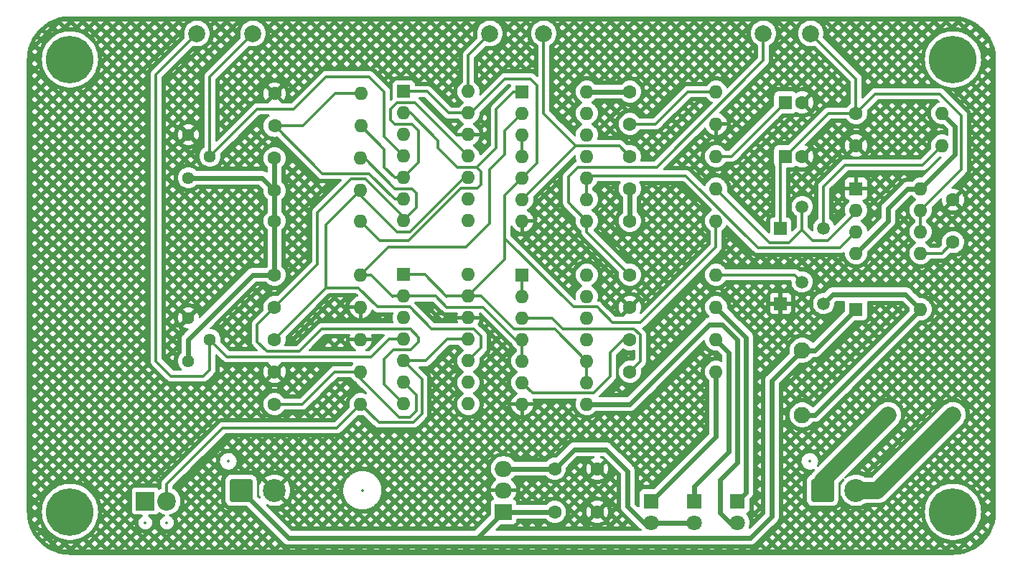
<source format=gbr>
%TF.GenerationSoftware,KiCad,Pcbnew,7.0.8*%
%TF.CreationDate,2024-06-10T01:14:45+01:00*%
%TF.ProjectId,BSPD_ManchesterStingerMotorsports,42535044-5f4d-4616-9e63-686573746572,V3.0*%
%TF.SameCoordinates,Original*%
%TF.FileFunction,Copper,L1,Top*%
%TF.FilePolarity,Positive*%
%FSLAX46Y46*%
G04 Gerber Fmt 4.6, Leading zero omitted, Abs format (unit mm)*
G04 Created by KiCad (PCBNEW 7.0.8) date 2024-06-10 01:14:45*
%MOMM*%
%LPD*%
G01*
G04 APERTURE LIST*
G04 Aperture macros list*
%AMRoundRect*
0 Rectangle with rounded corners*
0 $1 Rounding radius*
0 $2 $3 $4 $5 $6 $7 $8 $9 X,Y pos of 4 corners*
0 Add a 4 corners polygon primitive as box body*
4,1,4,$2,$3,$4,$5,$6,$7,$8,$9,$2,$3,0*
0 Add four circle primitives for the rounded corners*
1,1,$1+$1,$2,$3*
1,1,$1+$1,$4,$5*
1,1,$1+$1,$6,$7*
1,1,$1+$1,$8,$9*
0 Add four rect primitives between the rounded corners*
20,1,$1+$1,$2,$3,$4,$5,0*
20,1,$1+$1,$4,$5,$6,$7,0*
20,1,$1+$1,$6,$7,$8,$9,0*
20,1,$1+$1,$8,$9,$2,$3,0*%
G04 Aperture macros list end*
%TA.AperFunction,ComponentPad*%
%ADD10R,1.600000X1.600000*%
%TD*%
%TA.AperFunction,ComponentPad*%
%ADD11O,1.600000X1.600000*%
%TD*%
%TA.AperFunction,ComponentPad*%
%ADD12C,1.600000*%
%TD*%
%TA.AperFunction,ComponentPad*%
%ADD13R,1.800000X1.800000*%
%TD*%
%TA.AperFunction,ComponentPad*%
%ADD14C,1.800000*%
%TD*%
%TA.AperFunction,ComponentPad*%
%ADD15R,1.500000X1.500000*%
%TD*%
%TA.AperFunction,ComponentPad*%
%ADD16C,1.500000*%
%TD*%
%TA.AperFunction,ComponentPad*%
%ADD17C,1.440000*%
%TD*%
%TA.AperFunction,ComponentPad*%
%ADD18C,5.600000*%
%TD*%
%TA.AperFunction,ComponentPad*%
%ADD19R,2.200000X2.200000*%
%TD*%
%TA.AperFunction,ComponentPad*%
%ADD20C,2.200000*%
%TD*%
%TA.AperFunction,ComponentPad*%
%ADD21C,2.000000*%
%TD*%
%TA.AperFunction,ComponentPad*%
%ADD22RoundRect,0.250001X-1.099999X-1.099999X1.099999X-1.099999X1.099999X1.099999X-1.099999X1.099999X0*%
%TD*%
%TA.AperFunction,ComponentPad*%
%ADD23C,2.700000*%
%TD*%
%TA.AperFunction,ComponentPad*%
%ADD24R,2.000000X1.905000*%
%TD*%
%TA.AperFunction,ComponentPad*%
%ADD25O,2.000000X1.905000*%
%TD*%
%TA.AperFunction,ComponentPad*%
%ADD26C,1.950000*%
%TD*%
%TA.AperFunction,Conductor*%
%ADD27C,0.300000*%
%TD*%
%TA.AperFunction,Conductor*%
%ADD28C,0.600000*%
%TD*%
%TA.AperFunction,Conductor*%
%ADD29C,2.000000*%
%TD*%
%ADD30C,0.350000*%
G04 APERTURE END LIST*
D10*
%TO.P,U4,1*%
%TO.N,Net-(R7-Pad2)*%
X138918000Y-81783000D03*
D11*
%TO.P,U4,2*%
%TO.N,Net-(R8-Pad2)*%
X138918000Y-84323000D03*
%TO.P,U4,3*%
%TO.N,Net-(U4-Pad3)*%
X138918000Y-86863000D03*
%TO.P,U4,4*%
X138918000Y-89403000D03*
%TO.P,U4,5*%
%TO.N,Net-(R13-Pad2)*%
X138918000Y-91943000D03*
%TO.P,U4,6*%
%TO.N,Net-(R15-Pad1)*%
X138918000Y-94483000D03*
%TO.P,U4,7,GND*%
%TO.N,GND*%
X138918000Y-97023000D03*
%TO.P,U4,8*%
%TO.N,Net-(R21-Pad1)*%
X146538000Y-97023000D03*
%TO.P,U4,9*%
%TO.N,Net-(U6-Q)*%
X146538000Y-94483000D03*
%TO.P,U4,10*%
X146538000Y-91943000D03*
%TO.P,U4,11*%
%TO.N,N/C*%
X146538000Y-89403000D03*
%TO.P,U4,12*%
X146538000Y-86863000D03*
%TO.P,U4,13*%
X146538000Y-84323000D03*
%TO.P,U4,14,VCC*%
%TO.N,+5V*%
X146538000Y-81783000D03*
%TD*%
D12*
%TO.P,R13,1*%
%TO.N,+5V*%
X151618000Y-97023000D03*
D11*
%TO.P,R13,2*%
%TO.N,Net-(R13-Pad2)*%
X161778000Y-97023000D03*
%TD*%
D12*
%TO.P,R12,1*%
%TO.N,Net-(R12-Pad1)*%
X151618000Y-110993000D03*
D11*
%TO.P,R12,2*%
%TO.N,Net-(D2-K)*%
X161778000Y-110993000D03*
%TD*%
D13*
%TO.P,D1,1,K*%
%TO.N,Net-(D1-K)*%
X154158000Y-130043000D03*
D14*
%TO.P,D1,2,A*%
%TO.N,+5V*%
X154158000Y-132583000D03*
%TD*%
D15*
%TO.P,Q1,1,E*%
%TO.N,Net-(Q1-E)*%
X169388000Y-97873000D03*
D16*
%TO.P,Q1,2,B*%
%TO.N,Net-(Q1-B)*%
X171928000Y-95333000D03*
%TO.P,Q1,3,C*%
%TO.N,Net-(Q1-C)*%
X174468000Y-97873000D03*
%TD*%
D10*
%TO.P,C4,1*%
%TO.N,Net-(Q1-E)*%
X169938000Y-89403000D03*
D12*
%TO.P,C4,2*%
%TO.N,GND*%
X171938000Y-89403000D03*
%TD*%
D17*
%TO.P,RV2,1,1*%
%TO.N,+5V*%
X99548000Y-113533000D03*
%TO.P,RV2,2,2*%
%TO.N,Net-(U2A--)*%
X102088000Y-110993000D03*
%TO.P,RV2,3,3*%
%TO.N,GND*%
X99548000Y-108453000D03*
%TD*%
D13*
%TO.P,D2,1,K*%
%TO.N,Net-(D2-K)*%
X159238000Y-130043000D03*
D14*
%TO.P,D2,2,A*%
%TO.N,+5V*%
X159238000Y-132583000D03*
%TD*%
D10*
%TO.P,U2,1*%
%TO.N,Net-(R13-Pad2)*%
X124948000Y-103368000D03*
D11*
%TO.P,U2,2*%
%TO.N,Net-(R8-Pad2)*%
X124948000Y-105908000D03*
%TO.P,U2,3,V+*%
%TO.N,+5V*%
X124948000Y-108448000D03*
%TO.P,U2,4,-*%
%TO.N,Net-(U2A--)*%
X124948000Y-110988000D03*
%TO.P,U2,5,+*%
%TO.N,SENS_2*%
X124948000Y-113528000D03*
%TO.P,U2,6,-*%
%TO.N,Net-(U2B--)*%
X124948000Y-116068000D03*
%TO.P,U2,7,+*%
%TO.N,2.27V_REF*%
X124948000Y-118608000D03*
%TO.P,U2,8*%
%TO.N,N/C*%
X132568000Y-118608000D03*
%TO.P,U2,9*%
X132568000Y-116068000D03*
%TO.P,U2,10,-*%
%TO.N,0.45V_REF*%
X132568000Y-113528000D03*
%TO.P,U2,11,+*%
%TO.N,SENS_2*%
X132568000Y-110988000D03*
%TO.P,U2,12,V-*%
%TO.N,GND*%
X132568000Y-108448000D03*
%TO.P,U2,13*%
%TO.N,Net-(R13-Pad2)*%
X132568000Y-105908000D03*
%TO.P,U2,14*%
%TO.N,N/C*%
X132568000Y-103368000D03*
%TD*%
D18*
%TO.P,H4,1,1*%
%TO.N,unconnected-(H4-Pad1)*%
X85578000Y-131313000D03*
%TD*%
D12*
%TO.P,C3,1*%
%TO.N,+5V*%
X142768000Y-126233000D03*
%TO.P,C3,2*%
%TO.N,GND*%
X147768000Y-126233000D03*
%TD*%
D19*
%TO.P,J2,1,Pin_1*%
%TO.N,SENS_1*%
X94468000Y-130043000D03*
D20*
%TO.P,J2,2,Pin_2*%
%TO.N,SENS_2*%
X97008000Y-130043000D03*
%TD*%
D21*
%TO.P,TP2,1,1*%
%TO.N,Net-(U2A--)*%
X100564000Y-74925000D03*
%TD*%
D22*
%TO.P,J3,1,Pin_1*%
%TO.N,RELAY_OUT*%
X174328000Y-128773000D03*
D23*
%TO.P,J3,2,Pin_2*%
%TO.N,RELAY_IN*%
X178288000Y-128773000D03*
%TD*%
D12*
%TO.P,R4,1*%
%TO.N,GND*%
X109708000Y-114803000D03*
D11*
%TO.P,R4,2*%
%TO.N,Net-(U2B--)*%
X119868000Y-114803000D03*
%TD*%
D10*
%TO.P,D4,1,K*%
%TO.N,+12V*%
X178288000Y-107437000D03*
D11*
%TO.P,D4,2,A*%
%TO.N,Net-(D4-A)*%
X185908000Y-107437000D03*
%TD*%
D10*
%TO.P,C1,1*%
%TO.N,Net-(U1D--)*%
X169938000Y-83053000D03*
D12*
%TO.P,C1,2*%
%TO.N,GND*%
X171938000Y-83053000D03*
%TD*%
%TO.P,C5,1*%
%TO.N,Net-(U6-CV)*%
X189718000Y-99523000D03*
%TO.P,C5,2*%
%TO.N,GND*%
X189718000Y-94523000D03*
%TD*%
D21*
%TO.P,TP3,1,1*%
%TO.N,Net-(R15-Pad1)*%
X141458000Y-74925000D03*
%TD*%
%TO.P,TP6,1,1*%
%TO.N,Net-(Q1-E)*%
X172954000Y-74925000D03*
%TD*%
D12*
%TO.P,R9,1*%
%TO.N,+5V*%
X109708000Y-93453000D03*
D11*
%TO.P,R9,2*%
%TO.N,0.45V_REF*%
X119868000Y-93453000D03*
%TD*%
D12*
%TO.P,R19,1*%
%TO.N,GND*%
X178288000Y-88133000D03*
D11*
%TO.P,R19,2*%
%TO.N,Net-(Q1-C)*%
X188448000Y-88133000D03*
%TD*%
D24*
%TO.P,U5,1,VI*%
%TO.N,+12V*%
X136718000Y-131313000D03*
D25*
%TO.P,U5,2,GND*%
%TO.N,GND*%
X136718000Y-128773000D03*
%TO.P,U5,3,VO*%
%TO.N,+5V*%
X136718000Y-126233000D03*
%TD*%
D12*
%TO.P,R15,1*%
%TO.N,Net-(R15-Pad1)*%
X151618000Y-89403000D03*
D11*
%TO.P,R15,2*%
%TO.N,Net-(U1D--)*%
X161778000Y-89403000D03*
%TD*%
D12*
%TO.P,R5,1*%
%TO.N,Net-(U1B--)*%
X109718000Y-85828000D03*
D11*
%TO.P,R5,2*%
%TO.N,SENS_1*%
X119878000Y-85828000D03*
%TD*%
D12*
%TO.P,R6,1*%
%TO.N,Net-(U2B--)*%
X109708000Y-118613000D03*
D11*
%TO.P,R6,2*%
%TO.N,SENS_2*%
X119868000Y-118613000D03*
%TD*%
D12*
%TO.P,C2,1*%
%TO.N,+12V*%
X142768000Y-131313000D03*
%TO.P,C2,2*%
%TO.N,GND*%
X147768000Y-131313000D03*
%TD*%
D22*
%TO.P,J1,1,Pin_1*%
%TO.N,+12V*%
X105748000Y-128773000D03*
D23*
%TO.P,J1,2,Pin_2*%
%TO.N,GND*%
X109708000Y-128773000D03*
%TD*%
D13*
%TO.P,D3,1,K*%
%TO.N,Net-(D3-K)*%
X164318000Y-130043000D03*
D14*
%TO.P,D3,2,A*%
%TO.N,Net-(D3-A)*%
X164318000Y-132583000D03*
%TD*%
D12*
%TO.P,R10,1*%
%TO.N,0.45V_REF*%
X109708000Y-110993000D03*
D11*
%TO.P,R10,2*%
%TO.N,GND*%
X119868000Y-110993000D03*
%TD*%
D18*
%TO.P,H3,1,1*%
%TO.N,unconnected-(H3-Pad1)*%
X85578000Y-77973000D03*
%TD*%
D10*
%TO.P,U6,1,GND*%
%TO.N,GND*%
X178288000Y-93213000D03*
D11*
%TO.P,U6,2,TR*%
%TO.N,Net-(Q1-B)*%
X178288000Y-95753000D03*
%TO.P,U6,3,Q*%
%TO.N,Net-(U6-Q)*%
X178288000Y-98293000D03*
%TO.P,U6,4,R*%
%TO.N,+5V*%
X178288000Y-100833000D03*
%TO.P,U6,5,CV*%
%TO.N,Net-(U6-CV)*%
X185908000Y-100833000D03*
%TO.P,U6,6,THR*%
%TO.N,Net-(Q1-E)*%
X185908000Y-98293000D03*
%TO.P,U6,7,DIS*%
X185908000Y-95753000D03*
%TO.P,U6,8,VCC*%
%TO.N,+5V*%
X185908000Y-93213000D03*
%TD*%
D10*
%TO.P,U1,1*%
%TO.N,Net-(R13-Pad2)*%
X124948000Y-81778000D03*
D11*
%TO.P,U1,2*%
%TO.N,Net-(R7-Pad2)*%
X124948000Y-84318000D03*
%TO.P,U1,3,V+*%
%TO.N,+5V*%
X124948000Y-86858000D03*
%TO.P,U1,4,-*%
%TO.N,Net-(U1A--)*%
X124948000Y-89398000D03*
%TO.P,U1,5,+*%
%TO.N,SENS_1*%
X124948000Y-91938000D03*
%TO.P,U1,6,-*%
%TO.N,Net-(U1B--)*%
X124948000Y-94478000D03*
%TO.P,U1,7,+*%
%TO.N,2.27V_REF*%
X124948000Y-97018000D03*
%TO.P,U1,8,-*%
%TO.N,Net-(U1D--)*%
X132568000Y-97018000D03*
%TO.P,U1,9,+*%
%TO.N,Net-(U1D-+)*%
X132568000Y-94478000D03*
%TO.P,U1,10,-*%
%TO.N,0.45V_REF*%
X132568000Y-91938000D03*
%TO.P,U1,11,+*%
%TO.N,SENS_1*%
X132568000Y-89398000D03*
%TO.P,U1,12,V-*%
%TO.N,GND*%
X132568000Y-86858000D03*
%TO.P,U1,13*%
%TO.N,Net-(R13-Pad2)*%
X132568000Y-84318000D03*
%TO.P,U1,14*%
%TO.N,Net-(Q1-B)*%
X132568000Y-81778000D03*
%TD*%
D21*
%TO.P,TP4,1,1*%
%TO.N,Net-(Q1-B)*%
X135108000Y-74925000D03*
%TD*%
D12*
%TO.P,R2,1*%
%TO.N,2.27V_REF*%
X109708000Y-107183000D03*
D11*
%TO.P,R2,2*%
%TO.N,GND*%
X119868000Y-107183000D03*
%TD*%
D12*
%TO.P,R7,1*%
%TO.N,+5V*%
X109708000Y-97023000D03*
D11*
%TO.P,R7,2*%
%TO.N,Net-(R7-Pad2)*%
X119868000Y-97023000D03*
%TD*%
D18*
%TO.P,H1,1,1*%
%TO.N,unconnected-(H1-Pad1)*%
X189718000Y-77973000D03*
%TD*%
D12*
%TO.P,R14,1*%
%TO.N,GND*%
X151618000Y-107183000D03*
D11*
%TO.P,R14,2*%
%TO.N,Net-(D3-K)*%
X161778000Y-107183000D03*
%TD*%
D26*
%TO.P,K1,1*%
%TO.N,Net-(D4-A)*%
X171938000Y-119883000D03*
%TO.P,K1,2*%
%TO.N,RELAY_OUT*%
X182098000Y-119883000D03*
%TO.P,K1,3*%
%TO.N,RELAY_IN*%
X189718000Y-119883000D03*
%TO.P,K1,5*%
%TO.N,+12V*%
X171938000Y-112263000D03*
%TD*%
D12*
%TO.P,R11,1*%
%TO.N,Net-(R11-Pad1)*%
X151618000Y-114803000D03*
D11*
%TO.P,R11,2*%
%TO.N,Net-(D1-K)*%
X161778000Y-114803000D03*
%TD*%
D17*
%TO.P,RV1,1,1*%
%TO.N,+5V*%
X99548000Y-91943000D03*
%TO.P,RV1,2,2*%
%TO.N,Net-(U1A--)*%
X102088000Y-89403000D03*
%TO.P,RV1,3,3*%
%TO.N,GND*%
X99548000Y-86863000D03*
%TD*%
D12*
%TO.P,R21,1*%
%TO.N,Net-(R21-Pad1)*%
X151618000Y-103373000D03*
D11*
%TO.P,R21,2*%
%TO.N,Net-(Q2-B)*%
X161778000Y-103373000D03*
%TD*%
D12*
%TO.P,R1,1*%
%TO.N,+5V*%
X109708000Y-89643000D03*
D11*
%TO.P,R1,2*%
%TO.N,2.27V_REF*%
X119868000Y-89643000D03*
%TD*%
D12*
%TO.P,R16,1*%
%TO.N,+5V*%
X151618000Y-81783000D03*
D11*
%TO.P,R16,2*%
%TO.N,Net-(U1D-+)*%
X161778000Y-81783000D03*
%TD*%
D21*
%TO.P,TP5,1,1*%
%TO.N,Net-(R21-Pad1)*%
X167366000Y-74925000D03*
%TD*%
%TO.P,TP1,1,1*%
%TO.N,Net-(U1A--)*%
X107168000Y-74925000D03*
%TD*%
D12*
%TO.P,R20,1*%
%TO.N,Net-(Q1-E)*%
X178288000Y-84323000D03*
D11*
%TO.P,R20,2*%
%TO.N,+5V*%
X188448000Y-84323000D03*
%TD*%
D12*
%TO.P,R17,1*%
%TO.N,Net-(U1D-+)*%
X151618000Y-85593000D03*
D11*
%TO.P,R17,2*%
%TO.N,GND*%
X161778000Y-85593000D03*
%TD*%
D12*
%TO.P,R3,1*%
%TO.N,GND*%
X109718000Y-82018000D03*
D11*
%TO.P,R3,2*%
%TO.N,Net-(U1B--)*%
X119878000Y-82018000D03*
%TD*%
D15*
%TO.P,Q2,1,E*%
%TO.N,GND*%
X169388000Y-106763000D03*
D16*
%TO.P,Q2,2,B*%
%TO.N,Net-(Q2-B)*%
X171928000Y-104223000D03*
%TO.P,Q2,3,C*%
%TO.N,Net-(D4-A)*%
X174468000Y-106763000D03*
%TD*%
D12*
%TO.P,R18,1*%
%TO.N,+5V*%
X151618000Y-93213000D03*
D11*
%TO.P,R18,2*%
%TO.N,Net-(Q1-B)*%
X161778000Y-93213000D03*
%TD*%
D12*
%TO.P,R8,1*%
%TO.N,+5V*%
X109708000Y-103373000D03*
D11*
%TO.P,R8,2*%
%TO.N,Net-(R8-Pad2)*%
X119868000Y-103373000D03*
%TD*%
D10*
%TO.P,U3,1*%
%TO.N,Net-(R7-Pad2)*%
X138918000Y-103373000D03*
D11*
%TO.P,U3,2*%
X138918000Y-105913000D03*
%TO.P,U3,3*%
%TO.N,Net-(R11-Pad1)*%
X138918000Y-108453000D03*
%TO.P,U3,4*%
%TO.N,Net-(R8-Pad2)*%
X138918000Y-110993000D03*
%TO.P,U3,5*%
X138918000Y-113533000D03*
%TO.P,U3,6*%
%TO.N,Net-(R12-Pad1)*%
X138918000Y-116073000D03*
%TO.P,U3,7,GND*%
%TO.N,GND*%
X138918000Y-118613000D03*
%TO.P,U3,8*%
%TO.N,Net-(D3-A)*%
X146538000Y-118613000D03*
%TO.P,U3,9*%
%TO.N,Net-(R13-Pad2)*%
X146538000Y-116073000D03*
%TO.P,U3,10*%
X146538000Y-113533000D03*
%TO.P,U3,11*%
%TO.N,N/C*%
X146538000Y-110993000D03*
%TO.P,U3,12*%
X146538000Y-108453000D03*
%TO.P,U3,13*%
X146538000Y-105913000D03*
%TO.P,U3,14,VCC*%
%TO.N,+5V*%
X146538000Y-103373000D03*
%TD*%
D18*
%TO.P,H2,1,1*%
%TO.N,unconnected-(H2-Pad1)*%
X189718000Y-131313000D03*
%TD*%
D27*
%TO.N,Net-(U1D--)*%
X163588000Y-89403000D02*
X169938000Y-83053000D01*
X161778000Y-89403000D02*
X163588000Y-89403000D01*
%TO.N,Net-(Q1-E)*%
X169938000Y-89403000D02*
X175018000Y-84323000D01*
X190734000Y-90927000D02*
X190734000Y-84577000D01*
X180574000Y-82037000D02*
X178288000Y-84323000D01*
X169388000Y-89953000D02*
X169938000Y-89403000D01*
X169388000Y-97873000D02*
X169388000Y-89953000D01*
X178288000Y-80259000D02*
X172954000Y-74925000D01*
X190734000Y-84577000D02*
X188194000Y-82037000D01*
X188194000Y-82037000D02*
X180574000Y-82037000D01*
X175018000Y-84323000D02*
X178288000Y-84323000D01*
X178288000Y-84323000D02*
X178288000Y-80259000D01*
X185908000Y-98293000D02*
X185908000Y-95753000D01*
X185908000Y-95753000D02*
X190734000Y-90927000D01*
D28*
%TO.N,+5V*%
X107168000Y-103373000D02*
X109708000Y-103373000D01*
X151364000Y-126487000D02*
X151364000Y-130689000D01*
X136718000Y-126233000D02*
X142768000Y-126233000D01*
X182098000Y-97023000D02*
X182098000Y-95499000D01*
X99548000Y-91943000D02*
X108198000Y-91943000D01*
X99548000Y-113533000D02*
X99548000Y-110993000D01*
X148824000Y-123947000D02*
X151364000Y-126487000D01*
X142768000Y-126233000D02*
X145054000Y-123947000D01*
X145054000Y-123947000D02*
X148824000Y-123947000D01*
X189972000Y-85847000D02*
X188448000Y-84323000D01*
X109708000Y-97023000D02*
X109708000Y-93453000D01*
X189972000Y-89149000D02*
X189972000Y-85847000D01*
X159238000Y-132583000D02*
X154158000Y-132583000D01*
X178288000Y-100833000D02*
X182098000Y-97023000D01*
X109708000Y-97023000D02*
X109708000Y-103373000D01*
X108198000Y-91943000D02*
X109708000Y-93453000D01*
X184384000Y-93213000D02*
X185908000Y-93213000D01*
X109708000Y-93453000D02*
X109708000Y-89643000D01*
X146538000Y-81783000D02*
X151618000Y-81783000D01*
X185908000Y-93213000D02*
X189972000Y-89149000D01*
X151618000Y-97023000D02*
X151618000Y-93213000D01*
X99548000Y-110993000D02*
X107168000Y-103373000D01*
X153258000Y-132583000D02*
X154158000Y-132583000D01*
X182098000Y-95499000D02*
X184384000Y-93213000D01*
X151364000Y-130689000D02*
X153258000Y-132583000D01*
D27*
%TO.N,Net-(Q1-B)*%
X171938000Y-97479396D02*
X171938000Y-98039000D01*
X168128000Y-99563000D02*
X161778000Y-93213000D01*
X171938000Y-98039000D02*
X170414000Y-99563000D01*
X170414000Y-99563000D02*
X168128000Y-99563000D01*
X171928000Y-95333000D02*
X171928000Y-97469396D01*
X132568000Y-77465000D02*
X135108000Y-74925000D01*
X173208000Y-99309000D02*
X171938000Y-98039000D01*
X174986000Y-99309000D02*
X173208000Y-99309000D01*
X178288000Y-95753000D02*
X178288000Y-96007000D01*
X178288000Y-96007000D02*
X174986000Y-99309000D01*
X171928000Y-97469396D02*
X171938000Y-97479396D01*
X132568000Y-81778000D02*
X132568000Y-77465000D01*
%TO.N,Net-(Q1-C)*%
X174468000Y-92969000D02*
X174468000Y-97873000D01*
X188448000Y-88133000D02*
X186162000Y-90419000D01*
X186162000Y-90419000D02*
X177018000Y-90419000D01*
X177018000Y-90419000D02*
X174468000Y-92969000D01*
%TO.N,Net-(Q2-B)*%
X171078000Y-103373000D02*
X171928000Y-104223000D01*
X161778000Y-103373000D02*
X171078000Y-103373000D01*
%TO.N,2.27V_REF*%
X123932000Y-93213000D02*
X120362000Y-89643000D01*
X126726000Y-111247000D02*
X126726000Y-110739000D01*
X125735000Y-112238000D02*
X126726000Y-111247000D01*
X125964000Y-93213000D02*
X123932000Y-93213000D01*
X120424736Y-92035000D02*
X124948000Y-96558264D01*
X112594000Y-112425000D02*
X108854000Y-112425000D01*
X126472000Y-95494000D02*
X126472000Y-93721000D01*
X125725000Y-109738000D02*
X115281000Y-109738000D01*
X124948000Y-96558264D02*
X124948000Y-97018000D01*
X126726000Y-110739000D02*
X125725000Y-109738000D01*
X114788000Y-102103000D02*
X114788000Y-96007000D01*
X124948000Y-118608000D02*
X122662000Y-116322000D01*
X107676000Y-111247000D02*
X107676000Y-109215000D01*
X126472000Y-93721000D02*
X125964000Y-93213000D01*
X122662000Y-116322000D02*
X122662000Y-113279000D01*
X107676000Y-109215000D02*
X109708000Y-107183000D01*
X124948000Y-97018000D02*
X126472000Y-95494000D01*
X109708000Y-107183000D02*
X114788000Y-102103000D01*
X122662000Y-113279000D02*
X123703000Y-112238000D01*
X123703000Y-112238000D02*
X125735000Y-112238000D01*
X108854000Y-112425000D02*
X107676000Y-111247000D01*
X114788000Y-96007000D02*
X118760000Y-92035000D01*
X118760000Y-92035000D02*
X120424736Y-92035000D01*
X120362000Y-89643000D02*
X119868000Y-89643000D01*
X115281000Y-109738000D02*
X112594000Y-112425000D01*
%TO.N,Net-(R7-Pad2)*%
X124948000Y-84318000D02*
X125748000Y-84318000D01*
X125542528Y-99309000D02*
X122154000Y-99309000D01*
X129012000Y-87582000D02*
X129012000Y-88387000D01*
X137902000Y-81783000D02*
X138918000Y-81783000D01*
X135870000Y-83815000D02*
X137902000Y-81783000D01*
X134092000Y-91181000D02*
X134092000Y-92705000D01*
X122154000Y-99309000D02*
X119868000Y-97023000D01*
X131298000Y-90673000D02*
X133584000Y-90673000D01*
X129012000Y-88387000D02*
X131298000Y-90673000D01*
X133609000Y-93188000D02*
X131663528Y-93188000D01*
X131663528Y-93188000D02*
X125542528Y-99309000D01*
X125748000Y-84318000D02*
X129012000Y-87582000D01*
X135870000Y-88387000D02*
X135870000Y-83815000D01*
X133584000Y-90673000D02*
X134092000Y-91181000D01*
X138918000Y-105913000D02*
X138918000Y-103373000D01*
X133584000Y-90673000D02*
X135870000Y-88387000D01*
X134092000Y-92705000D02*
X133609000Y-93188000D01*
%TO.N,Net-(R8-Pad2)*%
X123678000Y-105913000D02*
X123683000Y-105908000D01*
X136886000Y-89149000D02*
X135108000Y-90927000D01*
X138156000Y-110993000D02*
X138918000Y-110993000D01*
X124948000Y-105908000D02*
X128753000Y-105908000D01*
X132314000Y-100071000D02*
X123170000Y-100071000D01*
X135108000Y-90927000D02*
X135108000Y-97277000D01*
X121138000Y-103373000D02*
X123678000Y-105913000D01*
X138918000Y-113533000D02*
X138918000Y-110993000D01*
X138918000Y-84323000D02*
X136886000Y-86355000D01*
X134346000Y-107183000D02*
X138156000Y-110993000D01*
X135108000Y-97277000D02*
X132314000Y-100071000D01*
X119868000Y-103373000D02*
X121138000Y-103373000D01*
X123170000Y-100071000D02*
X119868000Y-103373000D01*
X123683000Y-105908000D02*
X124948000Y-105908000D01*
X130028000Y-107183000D02*
X134346000Y-107183000D01*
X136886000Y-86355000D02*
X136886000Y-89149000D01*
X128753000Y-105908000D02*
X130028000Y-107183000D01*
%TO.N,0.45V_REF*%
X115804000Y-97517000D02*
X119868000Y-93453000D01*
X124186000Y-98293000D02*
X119868000Y-93975000D01*
X119614000Y-104897000D02*
X115804000Y-104897000D01*
X133203000Y-109723000D02*
X128250000Y-109723000D01*
X119868000Y-93975000D02*
X119868000Y-93453000D01*
X132065000Y-91938000D02*
X125710000Y-98293000D01*
X128250000Y-109723000D02*
X125685000Y-107158000D01*
X125685000Y-107158000D02*
X121875000Y-107158000D01*
X134092000Y-112004000D02*
X134092000Y-110612000D01*
X132568000Y-113528000D02*
X134092000Y-112004000D01*
X109708000Y-110993000D02*
X115804000Y-104897000D01*
X121875000Y-107158000D02*
X119614000Y-104897000D01*
X134092000Y-110612000D02*
X133203000Y-109723000D01*
X132568000Y-91938000D02*
X132065000Y-91938000D01*
X115804000Y-104897000D02*
X115804000Y-97517000D01*
X125710000Y-98293000D02*
X124186000Y-98293000D01*
%TO.N,Net-(U2A--)*%
X102088000Y-110993000D02*
X104120000Y-113025000D01*
X97516000Y-115311000D02*
X95738000Y-113533000D01*
X95738000Y-79751000D02*
X100564000Y-74925000D01*
X104120000Y-113025000D02*
X121138000Y-113025000D01*
X121138000Y-113025000D02*
X123175000Y-110988000D01*
X95738000Y-113533000D02*
X95738000Y-79751000D01*
X102088000Y-114549000D02*
X101326000Y-115311000D01*
X102088000Y-110993000D02*
X102088000Y-114549000D01*
X123175000Y-110988000D02*
X124948000Y-110988000D01*
X101326000Y-115311000D02*
X97516000Y-115311000D01*
D28*
%TO.N,+12V*%
X136718000Y-131313000D02*
X133670000Y-134361000D01*
X168382000Y-115819000D02*
X171938000Y-112263000D01*
X168382000Y-131821000D02*
X168382000Y-115819000D01*
X165842000Y-134361000D02*
X168382000Y-131821000D01*
X136718000Y-131313000D02*
X142768000Y-131313000D01*
X171938000Y-112263000D02*
X173462000Y-112263000D01*
X133584000Y-134361000D02*
X165842000Y-134361000D01*
X105748000Y-128773000D02*
X111336000Y-134361000D01*
X111336000Y-134361000D02*
X133584000Y-134361000D01*
X133670000Y-134361000D02*
X133584000Y-134361000D01*
X173462000Y-112263000D02*
X178288000Y-107437000D01*
D27*
%TO.N,Net-(R11-Pad1)*%
X151618000Y-114803000D02*
X152868000Y-113553000D01*
X152126000Y-109723000D02*
X143744000Y-109723000D01*
X143744000Y-109723000D02*
X142474000Y-108453000D01*
X152868000Y-110465000D02*
X152126000Y-109723000D01*
X142474000Y-108453000D02*
X138918000Y-108453000D01*
X152868000Y-113553000D02*
X152868000Y-110465000D01*
%TO.N,Net-(R13-Pad2)*%
X136886000Y-101590000D02*
X136886000Y-99055000D01*
X124948000Y-103368000D02*
X127483000Y-103368000D01*
X142748000Y-109743000D02*
X137922000Y-109743000D01*
X132568000Y-84318000D02*
X132827000Y-84318000D01*
X161778000Y-100071000D02*
X161778000Y-97023000D01*
X147788000Y-107163000D02*
X149586000Y-108961000D01*
X138918000Y-91943000D02*
X136886000Y-93975000D01*
X137922000Y-109743000D02*
X134087000Y-105908000D01*
X136886000Y-80259000D02*
X139934000Y-80259000D01*
X127483000Y-103368000D02*
X130028000Y-105913000D01*
X152888000Y-108961000D02*
X161778000Y-100071000D01*
X140696000Y-90165000D02*
X138918000Y-91943000D01*
X127737000Y-81778000D02*
X130277000Y-84318000D01*
X136886000Y-96769000D02*
X136886000Y-93975000D01*
X139934000Y-80259000D02*
X140696000Y-81021000D01*
X146538000Y-116073000D02*
X146538000Y-113533000D01*
X149586000Y-108961000D02*
X152888000Y-108961000D01*
X130028000Y-105913000D02*
X130033000Y-105908000D01*
X140696000Y-81021000D02*
X140696000Y-90165000D01*
X130277000Y-84318000D02*
X132568000Y-84318000D01*
X134087000Y-105908000D02*
X132568000Y-105908000D01*
X146538000Y-113533000D02*
X142748000Y-109743000D01*
X136886000Y-99055000D02*
X136886000Y-96769000D01*
X130033000Y-105908000D02*
X132568000Y-105908000D01*
X136886000Y-99055000D02*
X144994000Y-107163000D01*
X132827000Y-84318000D02*
X136886000Y-80259000D01*
X124948000Y-81778000D02*
X127737000Y-81778000D01*
X132568000Y-105908000D02*
X136886000Y-101590000D01*
X144994000Y-107163000D02*
X147788000Y-107163000D01*
%TO.N,Net-(U1A--)*%
X102088000Y-89403000D02*
X102088000Y-80005000D01*
X120884000Y-80005000D02*
X122662000Y-81783000D01*
X102088000Y-89403000D02*
X107676000Y-83815000D01*
X107676000Y-83815000D02*
X111994000Y-83815000D01*
X122662000Y-87112000D02*
X124948000Y-89398000D01*
X115804000Y-80005000D02*
X120884000Y-80005000D01*
X122662000Y-81783000D02*
X122662000Y-87112000D01*
X102088000Y-80005000D02*
X107168000Y-74925000D01*
X111994000Y-83815000D02*
X115804000Y-80005000D01*
%TO.N,Net-(R12-Pad1)*%
X150856000Y-110993000D02*
X151618000Y-110993000D01*
X149332000Y-112517000D02*
X150856000Y-110993000D01*
X138918000Y-116073000D02*
X140168000Y-117323000D01*
X149332000Y-115311000D02*
X149332000Y-112517000D01*
X147320000Y-117323000D02*
X149332000Y-115311000D01*
X140168000Y-117323000D02*
X147320000Y-117323000D01*
%TO.N,Net-(U6-CV)*%
X188408000Y-100833000D02*
X189718000Y-99523000D01*
X185908000Y-100833000D02*
X188408000Y-100833000D01*
%TO.N,Net-(U1B--)*%
X115325000Y-91435000D02*
X109718000Y-85828000D01*
X113029000Y-85828000D02*
X109718000Y-85828000D01*
X116839000Y-82018000D02*
X113029000Y-85828000D01*
X119878000Y-82018000D02*
X116839000Y-82018000D01*
X124948000Y-94478000D02*
X123927000Y-94478000D01*
X123927000Y-94478000D02*
X120884000Y-91435000D01*
X120884000Y-91435000D02*
X115325000Y-91435000D01*
%TO.N,SENS_1*%
X122662000Y-88612000D02*
X122662000Y-90673000D01*
X126238000Y-83068000D02*
X132568000Y-89398000D01*
X122662000Y-90673000D02*
X123927000Y-91938000D01*
X126726000Y-86355000D02*
X125964000Y-85593000D01*
X124171000Y-83068000D02*
X126238000Y-83068000D01*
X123932000Y-85593000D02*
X123424000Y-85085000D01*
X126726000Y-90160000D02*
X126726000Y-86355000D01*
X123424000Y-85085000D02*
X123424000Y-83815000D01*
X125964000Y-85593000D02*
X123932000Y-85593000D01*
X123927000Y-91938000D02*
X124948000Y-91938000D01*
X123424000Y-83815000D02*
X124171000Y-83068000D01*
X124948000Y-91938000D02*
X126726000Y-90160000D01*
X119878000Y-85828000D02*
X122662000Y-88612000D01*
%TO.N,SENS_2*%
X97008000Y-128011000D02*
X103612000Y-121407000D01*
X124948000Y-113528000D02*
X127493000Y-113528000D01*
X117074000Y-121407000D02*
X119868000Y-118613000D01*
X127072000Y-119791000D02*
X127072000Y-115652000D01*
X126126000Y-120737000D02*
X127072000Y-119791000D01*
X103612000Y-121407000D02*
X117074000Y-121407000D01*
X119868000Y-118613000D02*
X121992000Y-120737000D01*
X97008000Y-130043000D02*
X97008000Y-128011000D01*
X130033000Y-110988000D02*
X132568000Y-110988000D01*
X127493000Y-113528000D02*
X130033000Y-110988000D01*
X121992000Y-120737000D02*
X126126000Y-120737000D01*
X127072000Y-115652000D02*
X124948000Y-113528000D01*
D28*
%TO.N,Net-(D1-K)*%
X161778000Y-122423000D02*
X161778000Y-114803000D01*
X154158000Y-130043000D02*
X161778000Y-122423000D01*
%TO.N,Net-(D2-K)*%
X163302000Y-124201000D02*
X163302000Y-112517000D01*
X163302000Y-112517000D02*
X161778000Y-110993000D01*
X159238000Y-130043000D02*
X159238000Y-128265000D01*
X159238000Y-128265000D02*
X163302000Y-124201000D01*
%TO.N,Net-(D3-A)*%
X162537208Y-109215000D02*
X161016000Y-109215000D01*
X164318000Y-132583000D02*
X163418000Y-132583000D01*
X161016000Y-109215000D02*
X151618000Y-118613000D01*
X163418000Y-132583000D02*
X162286000Y-131451000D01*
X151618000Y-118613000D02*
X146538000Y-118613000D01*
X164318000Y-110995792D02*
X162537208Y-109215000D01*
X162286000Y-131451000D02*
X162286000Y-127503000D01*
X164318000Y-125471000D02*
X164318000Y-110995792D01*
X162286000Y-127503000D02*
X164318000Y-125471000D01*
D27*
%TO.N,Net-(U4-Pad3)*%
X138918000Y-89403000D02*
X138918000Y-86863000D01*
D28*
%TO.N,Net-(D3-K)*%
X164318000Y-130043000D02*
X165334000Y-129027000D01*
X165334000Y-110739000D02*
X161778000Y-107183000D01*
X165334000Y-129027000D02*
X165334000Y-110739000D01*
D27*
%TO.N,Net-(R15-Pad1)*%
X145248000Y-88153000D02*
X138918000Y-94483000D01*
X141458000Y-84363000D02*
X145248000Y-88153000D01*
X141458000Y-74925000D02*
X141458000Y-84363000D01*
X150368000Y-88153000D02*
X145248000Y-88153000D01*
X151618000Y-89403000D02*
X150368000Y-88153000D01*
%TO.N,Net-(R21-Pad1)*%
X154764327Y-90693000D02*
X145502000Y-90693000D01*
X145502000Y-90693000D02*
X144379000Y-91816000D01*
X167366000Y-78091327D02*
X154764327Y-90693000D01*
X146538000Y-98293000D02*
X151618000Y-103373000D01*
X144379000Y-91816000D02*
X144379000Y-94864000D01*
X144379000Y-94864000D02*
X146538000Y-97023000D01*
X146538000Y-97023000D02*
X146538000Y-98293000D01*
X167366000Y-74925000D02*
X167366000Y-78091327D01*
D29*
%TO.N,RELAY_IN*%
X180828000Y-128773000D02*
X189718000Y-119883000D01*
X178288000Y-128773000D02*
X180828000Y-128773000D01*
%TO.N,RELAY_OUT*%
X174328000Y-127653000D02*
X182098000Y-119883000D01*
X174328000Y-128773000D02*
X174328000Y-127653000D01*
D27*
%TO.N,Net-(U2B--)*%
X119868000Y-115603000D02*
X124402000Y-120137000D01*
X113010000Y-118613000D02*
X116820000Y-114803000D01*
X125710000Y-120137000D02*
X126472000Y-119375000D01*
X119868000Y-114803000D02*
X119868000Y-115603000D01*
X126472000Y-117592000D02*
X124948000Y-116068000D01*
X109708000Y-118613000D02*
X113010000Y-118613000D01*
X126472000Y-119375000D02*
X126472000Y-117592000D01*
X116820000Y-114803000D02*
X119868000Y-114803000D01*
X124402000Y-120137000D02*
X125710000Y-120137000D01*
%TO.N,Net-(U1D-+)*%
X151618000Y-85593000D02*
X154666000Y-85593000D01*
X158476000Y-81783000D02*
X161778000Y-81783000D01*
X154666000Y-85593000D02*
X158476000Y-81783000D01*
%TO.N,Net-(U6-Q)*%
X158222000Y-91689000D02*
X146792000Y-91689000D01*
X178288000Y-98293000D02*
X176418000Y-100163000D01*
X166696000Y-100163000D02*
X158222000Y-91689000D01*
X146538000Y-94483000D02*
X146538000Y-91943000D01*
X146792000Y-91689000D02*
X146538000Y-91943000D01*
X176418000Y-100163000D02*
X166696000Y-100163000D01*
D28*
%TO.N,Net-(D4-A)*%
X185908000Y-107437000D02*
X184130000Y-105659000D01*
X175572000Y-105659000D02*
X174468000Y-106763000D01*
X184130000Y-105659000D02*
X175572000Y-105659000D01*
X173462000Y-119883000D02*
X185908000Y-107437000D01*
X171938000Y-119883000D02*
X173462000Y-119883000D01*
%TD*%
%TA.AperFunction,Conductor*%
%TO.N,GND*%
G36*
X147414310Y-124767185D02*
G01*
X147460065Y-124819989D01*
X147470009Y-124889147D01*
X147440984Y-124952703D01*
X147382206Y-124990477D01*
X147379364Y-124991275D01*
X147321682Y-125006730D01*
X147321673Y-125006734D01*
X147115513Y-125102868D01*
X147042527Y-125153972D01*
X147042526Y-125153973D01*
X147723600Y-125835046D01*
X147642852Y-125847835D01*
X147529955Y-125905359D01*
X147440359Y-125994955D01*
X147382835Y-126107852D01*
X147370046Y-126188599D01*
X146688973Y-125507526D01*
X146688972Y-125507527D01*
X146637868Y-125580513D01*
X146541734Y-125786673D01*
X146541730Y-125786682D01*
X146482860Y-126006389D01*
X146482858Y-126006400D01*
X146463034Y-126232997D01*
X146463034Y-126233002D01*
X146482858Y-126459599D01*
X146482860Y-126459610D01*
X146541730Y-126679317D01*
X146541734Y-126679326D01*
X146637865Y-126885481D01*
X146637866Y-126885483D01*
X146688973Y-126958471D01*
X146688974Y-126958472D01*
X147370046Y-126277399D01*
X147382835Y-126358148D01*
X147440359Y-126471045D01*
X147529955Y-126560641D01*
X147642852Y-126618165D01*
X147723599Y-126630953D01*
X147042526Y-127312025D01*
X147042526Y-127312026D01*
X147115512Y-127363131D01*
X147115516Y-127363133D01*
X147321673Y-127459265D01*
X147321682Y-127459269D01*
X147541389Y-127518139D01*
X147541400Y-127518141D01*
X147767998Y-127537966D01*
X147768002Y-127537966D01*
X147994599Y-127518141D01*
X147994610Y-127518139D01*
X148214317Y-127459269D01*
X148214331Y-127459264D01*
X148420478Y-127363136D01*
X148493472Y-127312025D01*
X148451863Y-127270416D01*
X149662097Y-127270416D01*
X150017065Y-127625384D01*
X150065500Y-127576950D01*
X150065500Y-127024856D01*
X149986579Y-126945935D01*
X149662097Y-127270416D01*
X148451863Y-127270416D01*
X147812401Y-126630953D01*
X147893148Y-126618165D01*
X148006045Y-126560641D01*
X148095641Y-126471045D01*
X148153165Y-126358148D01*
X148165953Y-126277400D01*
X148847025Y-126958472D01*
X148898136Y-126885478D01*
X148969376Y-126732704D01*
X149495532Y-126732704D01*
X149634440Y-126593796D01*
X149548795Y-126508151D01*
X149548063Y-126516526D01*
X149545934Y-126532707D01*
X149541219Y-126559444D01*
X149537687Y-126575379D01*
X149495532Y-126732704D01*
X148969376Y-126732704D01*
X148994264Y-126679331D01*
X148994269Y-126679317D01*
X149053139Y-126459610D01*
X149053141Y-126459599D01*
X149072966Y-126233002D01*
X149072966Y-126232997D01*
X149053141Y-126006400D01*
X149053139Y-126006389D01*
X148994269Y-125786682D01*
X148994265Y-125786673D01*
X148898133Y-125580516D01*
X148898131Y-125580512D01*
X148847026Y-125507526D01*
X148847025Y-125507526D01*
X148165953Y-126188598D01*
X148153165Y-126107852D01*
X148095641Y-125994955D01*
X148006045Y-125905359D01*
X147893148Y-125847835D01*
X147812400Y-125835046D01*
X148493472Y-125153974D01*
X148493471Y-125153973D01*
X148420483Y-125102866D01*
X148420481Y-125102865D01*
X148214326Y-125006734D01*
X148214317Y-125006730D01*
X148156636Y-124991275D01*
X148096975Y-124954910D01*
X148066446Y-124892063D01*
X148074741Y-124822688D01*
X148119226Y-124768810D01*
X148185778Y-124747535D01*
X148188729Y-124747500D01*
X148441060Y-124747500D01*
X148508099Y-124767185D01*
X148528741Y-124783819D01*
X150527181Y-126782259D01*
X150560666Y-126843582D01*
X150563500Y-126869940D01*
X150563500Y-130779191D01*
X150563501Y-130779200D01*
X150572791Y-130819908D01*
X150573955Y-130826763D01*
X150578632Y-130868259D01*
X150592420Y-130907662D01*
X150594345Y-130914345D01*
X150603639Y-130955061D01*
X150621759Y-130992688D01*
X150624421Y-130999114D01*
X150638212Y-131038525D01*
X150660422Y-131073872D01*
X150663787Y-131079959D01*
X150681910Y-131117589D01*
X150707940Y-131150229D01*
X150711966Y-131155904D01*
X150734182Y-131191259D01*
X150734184Y-131191262D01*
X152755740Y-133212818D01*
X152768790Y-133221017D01*
X152791104Y-133235038D01*
X152796757Y-133239049D01*
X152829413Y-133265091D01*
X152867044Y-133283213D01*
X152873106Y-133286563D01*
X152908478Y-133308789D01*
X152908480Y-133308790D01*
X152934533Y-133317906D01*
X152991310Y-133358626D01*
X152997389Y-133367125D01*
X152998403Y-133368677D01*
X153018591Y-133435566D01*
X152999412Y-133502752D01*
X152946954Y-133548903D01*
X152894595Y-133560500D01*
X135901940Y-133560500D01*
X135834901Y-133540815D01*
X135789146Y-133488011D01*
X135779202Y-133418853D01*
X135808227Y-133355297D01*
X135814259Y-133348819D01*
X136172256Y-132990821D01*
X138411939Y-132990821D01*
X138483618Y-133062500D01*
X138923096Y-133062500D01*
X139058325Y-132927271D01*
X139762603Y-132927271D01*
X139897832Y-133062500D01*
X140337310Y-133062500D01*
X140472539Y-132927271D01*
X141176816Y-132927271D01*
X141312045Y-133062500D01*
X141751523Y-133062500D01*
X141886752Y-132927271D01*
X144005243Y-132927271D01*
X144140472Y-133062500D01*
X144579951Y-133062500D01*
X144715180Y-132927271D01*
X145419457Y-132927271D01*
X145554686Y-133062500D01*
X145994164Y-133062500D01*
X146129393Y-132927271D01*
X146129392Y-132927270D01*
X146833670Y-132927270D01*
X146968900Y-133062500D01*
X147350282Y-133062500D01*
X147194598Y-133020785D01*
X148341398Y-133020785D01*
X148383113Y-133062500D01*
X148822591Y-133062500D01*
X148957820Y-132927271D01*
X149662098Y-132927271D01*
X149797327Y-133062500D01*
X150236805Y-133062500D01*
X150372034Y-132927271D01*
X151076311Y-132927271D01*
X151211540Y-133062500D01*
X151651018Y-133062500D01*
X151776081Y-132937437D01*
X151421113Y-132582469D01*
X151076311Y-132927271D01*
X150372034Y-132927271D01*
X150017066Y-132572303D01*
X149662098Y-132927271D01*
X148957820Y-132927271D01*
X148809344Y-132778795D01*
X148695006Y-132858857D01*
X148681244Y-132867624D01*
X148657729Y-132881202D01*
X148643248Y-132888739D01*
X148412491Y-132996342D01*
X148397422Y-133002585D01*
X148371909Y-133011873D01*
X148356334Y-133016784D01*
X148341398Y-133020785D01*
X147194598Y-133020785D01*
X147179666Y-133016784D01*
X147164091Y-133011873D01*
X147138580Y-133002586D01*
X147123509Y-132996343D01*
X146892756Y-132888741D01*
X146879236Y-132881704D01*
X146833670Y-132927270D01*
X146129392Y-132927270D01*
X145774425Y-132572303D01*
X145419457Y-132927271D01*
X144715180Y-132927271D01*
X144360211Y-132572302D01*
X144005243Y-132927271D01*
X141886752Y-132927271D01*
X141767453Y-132807972D01*
X141632105Y-132713202D01*
X141619158Y-132703269D01*
X141598358Y-132685816D01*
X141586322Y-132674786D01*
X141523035Y-132611500D01*
X141492587Y-132611500D01*
X141176816Y-132927271D01*
X140472539Y-132927271D01*
X140156768Y-132611500D01*
X140078374Y-132611500D01*
X139762603Y-132927271D01*
X139058325Y-132927271D01*
X138742554Y-132611500D01*
X138664160Y-132611500D01*
X138648978Y-132626682D01*
X138621405Y-132700613D01*
X138619710Y-132704704D01*
X138610451Y-132724977D01*
X138608469Y-132728936D01*
X138589288Y-132764063D01*
X138587031Y-132767868D01*
X138574983Y-132786615D01*
X138572457Y-132790254D01*
X138462221Y-132937508D01*
X138459445Y-132940954D01*
X138444853Y-132957794D01*
X138441835Y-132961036D01*
X138413536Y-132989335D01*
X138411939Y-132990821D01*
X136172256Y-132990821D01*
X136360759Y-132802318D01*
X136422082Y-132768833D01*
X136448440Y-132765999D01*
X137765871Y-132765999D01*
X137765872Y-132765999D01*
X137825483Y-132759591D01*
X137960331Y-132709296D01*
X138075546Y-132623046D01*
X138161796Y-132507831D01*
X138212091Y-132372983D01*
X138218500Y-132313373D01*
X138218500Y-132237500D01*
X138238185Y-132170461D01*
X138290989Y-132124706D01*
X138342500Y-132113500D01*
X141677951Y-132113500D01*
X141744990Y-132133185D01*
X141765632Y-132149819D01*
X141928858Y-132313045D01*
X141929341Y-132313383D01*
X142115266Y-132443568D01*
X142321504Y-132539739D01*
X142541308Y-132598635D01*
X142703230Y-132612801D01*
X142767998Y-132618468D01*
X142768000Y-132618468D01*
X142768002Y-132618468D01*
X142824673Y-132613509D01*
X142994692Y-132598635D01*
X143214496Y-132539739D01*
X143420734Y-132443568D01*
X143607139Y-132313047D01*
X143700022Y-132220164D01*
X144712350Y-132220164D01*
X145067318Y-132575132D01*
X145422286Y-132220164D01*
X145422285Y-132220163D01*
X146126563Y-132220163D01*
X146481531Y-132575131D01*
X146532148Y-132524515D01*
X146481559Y-132508565D01*
X146385562Y-132453140D01*
X146345988Y-132416876D01*
X146222144Y-132240005D01*
X146213376Y-132226243D01*
X146199798Y-132202727D01*
X146192261Y-132188248D01*
X146181517Y-132165209D01*
X146126563Y-132220163D01*
X145422285Y-132220163D01*
X145067318Y-131865196D01*
X144712350Y-132220164D01*
X143700022Y-132220164D01*
X143768047Y-132152139D01*
X143898568Y-131965734D01*
X143994739Y-131759496D01*
X144009953Y-131702716D01*
X144525520Y-131702716D01*
X144715180Y-131513057D01*
X145419457Y-131513057D01*
X145774424Y-131868024D01*
X145996273Y-131646175D01*
X145994781Y-131639444D01*
X145990066Y-131612707D01*
X145987937Y-131596526D01*
X145966371Y-131350035D01*
X145929336Y-131313000D01*
X146463034Y-131313000D01*
X146482858Y-131539599D01*
X146482860Y-131539610D01*
X146541730Y-131759317D01*
X146541734Y-131759326D01*
X146637865Y-131965481D01*
X146637866Y-131965483D01*
X146688973Y-132038471D01*
X146688974Y-132038472D01*
X147370046Y-131357399D01*
X147382835Y-131438148D01*
X147440359Y-131551045D01*
X147529955Y-131640641D01*
X147642852Y-131698165D01*
X147723599Y-131710953D01*
X147042526Y-132392025D01*
X147042526Y-132392026D01*
X147115512Y-132443131D01*
X147115516Y-132443133D01*
X147321673Y-132539265D01*
X147321682Y-132539269D01*
X147541389Y-132598139D01*
X147541400Y-132598141D01*
X147767998Y-132617966D01*
X147768002Y-132617966D01*
X147994599Y-132598141D01*
X147994610Y-132598139D01*
X148214317Y-132539269D01*
X148214331Y-132539264D01*
X148420478Y-132443136D01*
X148431820Y-132435194D01*
X149170021Y-132435194D01*
X149309959Y-132575132D01*
X149664927Y-132220164D01*
X149664926Y-132220163D01*
X150369204Y-132220163D01*
X150724172Y-132575131D01*
X151068974Y-132230330D01*
X150714006Y-131875362D01*
X150369204Y-132220163D01*
X149664926Y-132220163D01*
X149435731Y-131990968D01*
X149343739Y-132188248D01*
X149336202Y-132202729D01*
X149322624Y-132226244D01*
X149313857Y-132240006D01*
X149190008Y-132416880D01*
X149170021Y-132435194D01*
X148431820Y-132435194D01*
X148493472Y-132392025D01*
X147812401Y-131710953D01*
X147893148Y-131698165D01*
X148006045Y-131640641D01*
X148095641Y-131551045D01*
X148153165Y-131438148D01*
X148165953Y-131357400D01*
X148847025Y-132038472D01*
X148898136Y-131965478D01*
X148994264Y-131759331D01*
X148994269Y-131759317D01*
X149053139Y-131539610D01*
X149053141Y-131539599D01*
X149055463Y-131513057D01*
X149662098Y-131513057D01*
X150017065Y-131868024D01*
X150362307Y-131522782D01*
X150356877Y-131516706D01*
X150354636Y-131514052D01*
X150335037Y-131489479D01*
X150332945Y-131486699D01*
X150322812Y-131472419D01*
X150320879Y-131469525D01*
X150307990Y-131449013D01*
X150017066Y-131158089D01*
X149662098Y-131513057D01*
X149055463Y-131513057D01*
X149072966Y-131313000D01*
X149072966Y-131312997D01*
X149053141Y-131086400D01*
X149053139Y-131086389D01*
X148994269Y-130866682D01*
X148994265Y-130866673D01*
X148898133Y-130660516D01*
X148898131Y-130660512D01*
X148847026Y-130587526D01*
X148847025Y-130587526D01*
X148165953Y-131268598D01*
X148153165Y-131187852D01*
X148095641Y-131074955D01*
X148006045Y-130985359D01*
X147893148Y-130927835D01*
X147812400Y-130915046D01*
X148201610Y-130525836D01*
X149384813Y-130525836D01*
X149451343Y-130668509D01*
X149457586Y-130683580D01*
X149466873Y-130709091D01*
X149471784Y-130724666D01*
X149529776Y-130941099D01*
X149664926Y-130805949D01*
X149384813Y-130525836D01*
X148201610Y-130525836D01*
X148493472Y-130233974D01*
X148493471Y-130233973D01*
X148420483Y-130182866D01*
X148420481Y-130182865D01*
X148240294Y-130098843D01*
X149662097Y-130098843D01*
X150017066Y-130453812D01*
X150065500Y-130405378D01*
X150065500Y-129792309D01*
X150017066Y-129743875D01*
X149662097Y-130098843D01*
X148240294Y-130098843D01*
X148214326Y-130086734D01*
X148214317Y-130086730D01*
X147994610Y-130027860D01*
X147994599Y-130027858D01*
X147768002Y-130008034D01*
X147767998Y-130008034D01*
X147541400Y-130027858D01*
X147541389Y-130027860D01*
X147321682Y-130086730D01*
X147321673Y-130086734D01*
X147115513Y-130182868D01*
X147042527Y-130233972D01*
X147042526Y-130233973D01*
X147723600Y-130915046D01*
X147642852Y-130927835D01*
X147529955Y-130985359D01*
X147440359Y-131074955D01*
X147382835Y-131187852D01*
X147370046Y-131268599D01*
X146688973Y-130587526D01*
X146688972Y-130587527D01*
X146637868Y-130660513D01*
X146541734Y-130866673D01*
X146541730Y-130866682D01*
X146482860Y-131086389D01*
X146482858Y-131086400D01*
X146463034Y-131312997D01*
X146463034Y-131313000D01*
X145929336Y-131313000D01*
X145774425Y-131158089D01*
X145419457Y-131513057D01*
X144715180Y-131513057D01*
X144568684Y-131366561D01*
X144548557Y-131596613D01*
X144546428Y-131612794D01*
X144541713Y-131639531D01*
X144538181Y-131655466D01*
X144525520Y-131702716D01*
X144009953Y-131702716D01*
X144053635Y-131539692D01*
X144073468Y-131313000D01*
X144072378Y-131300546D01*
X144062817Y-131191259D01*
X144053635Y-131086308D01*
X144004129Y-130901547D01*
X143994741Y-130866511D01*
X143994738Y-130866502D01*
X143985288Y-130846237D01*
X143966502Y-130805950D01*
X144712350Y-130805950D01*
X145067318Y-131160918D01*
X145422286Y-130805950D01*
X145067318Y-130450982D01*
X144712350Y-130805950D01*
X143966502Y-130805950D01*
X143898568Y-130660266D01*
X143773249Y-130481290D01*
X143768045Y-130473858D01*
X143607141Y-130312954D01*
X143420734Y-130182432D01*
X143420732Y-130182431D01*
X143214497Y-130086261D01*
X143214488Y-130086258D01*
X143089657Y-130052810D01*
X144051275Y-130052810D01*
X144129786Y-130131321D01*
X144140816Y-130143358D01*
X144158269Y-130164158D01*
X144168202Y-130177105D01*
X144314290Y-130385744D01*
X144323060Y-130399508D01*
X144336632Y-130423017D01*
X144344171Y-130437496D01*
X144344411Y-130438010D01*
X144360212Y-130453811D01*
X144715180Y-130098843D01*
X145419456Y-130098843D01*
X145774425Y-130453812D01*
X146129393Y-130098843D01*
X145774425Y-129743875D01*
X145419456Y-130098843D01*
X144715180Y-130098843D01*
X144360211Y-129743874D01*
X144051275Y-130052810D01*
X143089657Y-130052810D01*
X142994697Y-130027366D01*
X142994693Y-130027365D01*
X142994692Y-130027365D01*
X142994691Y-130027364D01*
X142994686Y-130027364D01*
X142768002Y-130007532D01*
X142767998Y-130007532D01*
X142541313Y-130027364D01*
X142541302Y-130027366D01*
X142321511Y-130086258D01*
X142321502Y-130086261D01*
X142115267Y-130182431D01*
X142115265Y-130182432D01*
X141928858Y-130312954D01*
X141765632Y-130476181D01*
X141704309Y-130509666D01*
X141677951Y-130512500D01*
X138342499Y-130512500D01*
X138275460Y-130492815D01*
X138229705Y-130440011D01*
X138218499Y-130388500D01*
X138218499Y-130312629D01*
X138218498Y-130312623D01*
X138218497Y-130312616D01*
X138212091Y-130253017D01*
X138207812Y-130241545D01*
X138161797Y-130118171D01*
X138161793Y-130118164D01*
X138075547Y-130002955D01*
X138075544Y-130002952D01*
X137960335Y-129916706D01*
X137960326Y-129916701D01*
X137929196Y-129905091D01*
X137873262Y-129863221D01*
X137871848Y-129859430D01*
X138587801Y-129859430D01*
X138589288Y-129861937D01*
X138608469Y-129897064D01*
X138610451Y-129901023D01*
X138619710Y-129921296D01*
X138621404Y-129925386D01*
X138654642Y-130014500D01*
X138973981Y-130014500D01*
X139846947Y-130014500D01*
X140388195Y-130014500D01*
X141261160Y-130014500D01*
X141523035Y-130014500D01*
X141586322Y-129951214D01*
X141598358Y-129940184D01*
X141619158Y-129922731D01*
X141632105Y-129912798D01*
X141672454Y-129884545D01*
X141531784Y-129743875D01*
X141261160Y-130014500D01*
X140388195Y-130014500D01*
X140117571Y-129743875D01*
X139846947Y-130014500D01*
X138973981Y-130014500D01*
X138703356Y-129743874D01*
X138587801Y-129859430D01*
X137871848Y-129859430D01*
X137848844Y-129797757D01*
X137863695Y-129729484D01*
X137874675Y-129712746D01*
X137985653Y-129570162D01*
X137985655Y-129570159D01*
X138082211Y-129391737D01*
X139055496Y-129391737D01*
X139410464Y-129746705D01*
X139765432Y-129391737D01*
X140469710Y-129391737D01*
X140824678Y-129746705D01*
X141179646Y-129391737D01*
X141883923Y-129391737D01*
X142121996Y-129629810D01*
X142123339Y-129629185D01*
X142138409Y-129622942D01*
X142163921Y-129613655D01*
X142179497Y-129608744D01*
X142425534Y-129542819D01*
X142441469Y-129539287D01*
X142447344Y-129538250D01*
X142593857Y-129391737D01*
X143298137Y-129391737D01*
X143642989Y-129736589D01*
X143643507Y-129736831D01*
X143656311Y-129743497D01*
X144008071Y-129391737D01*
X144712350Y-129391737D01*
X145067318Y-129746705D01*
X145422286Y-129391737D01*
X146126564Y-129391737D01*
X146481532Y-129746705D01*
X146836500Y-129391737D01*
X147540777Y-129391737D01*
X147666087Y-129517047D01*
X147738119Y-129510746D01*
X147754425Y-129510034D01*
X147781575Y-129510034D01*
X147797881Y-129510746D01*
X148051526Y-129532937D01*
X148067707Y-129535066D01*
X148094444Y-129539781D01*
X148101176Y-129541273D01*
X148250712Y-129391737D01*
X148954991Y-129391737D01*
X149309959Y-129746705D01*
X149664927Y-129391737D01*
X149309959Y-129036769D01*
X148954991Y-129391737D01*
X148250712Y-129391737D01*
X148250713Y-129391736D01*
X147895745Y-129036768D01*
X147540777Y-129391737D01*
X146836500Y-129391737D01*
X146481532Y-129036769D01*
X146126564Y-129391737D01*
X145422286Y-129391737D01*
X145067318Y-129036769D01*
X144712350Y-129391737D01*
X144008071Y-129391737D01*
X144008072Y-129391736D01*
X143653105Y-129036769D01*
X143298137Y-129391737D01*
X142593857Y-129391737D01*
X142593858Y-129391736D01*
X142238891Y-129036769D01*
X141883923Y-129391737D01*
X141179646Y-129391737D01*
X140824678Y-129036769D01*
X140469710Y-129391737D01*
X139765432Y-129391737D01*
X139410464Y-129036769D01*
X139055496Y-129391737D01*
X138082211Y-129391737D01*
X138100215Y-129358468D01*
X138100221Y-129358454D01*
X138178380Y-129130791D01*
X138196367Y-129023000D01*
X137212852Y-129023000D01*
X137261559Y-128885953D01*
X137269285Y-128773000D01*
X138637242Y-128773000D01*
X138649156Y-128787066D01*
X138674084Y-128834289D01*
X138703350Y-128940578D01*
X138706108Y-128993907D01*
X138699180Y-129035421D01*
X138703357Y-129039598D01*
X139058325Y-128684630D01*
X139762603Y-128684630D01*
X140117571Y-129039598D01*
X140472539Y-128684630D01*
X141176816Y-128684630D01*
X141531784Y-129039598D01*
X141886752Y-128684630D01*
X142591030Y-128684630D01*
X142945998Y-129039598D01*
X143300966Y-128684630D01*
X144005243Y-128684630D01*
X144360211Y-129039598D01*
X144715180Y-128684630D01*
X145419457Y-128684630D01*
X145774425Y-129039598D01*
X146129393Y-128684630D01*
X146833671Y-128684630D01*
X147188639Y-129039598D01*
X147543607Y-128684630D01*
X148247884Y-128684630D01*
X148602852Y-129039598D01*
X148957820Y-128684630D01*
X149662098Y-128684630D01*
X150017066Y-129039598D01*
X150065500Y-128991164D01*
X150065500Y-128378096D01*
X150017066Y-128329662D01*
X149662098Y-128684630D01*
X148957820Y-128684630D01*
X148602852Y-128329662D01*
X148247884Y-128684630D01*
X147543607Y-128684630D01*
X147188639Y-128329662D01*
X146833671Y-128684630D01*
X146129393Y-128684630D01*
X145774425Y-128329662D01*
X145419457Y-128684630D01*
X144715180Y-128684630D01*
X144360211Y-128329661D01*
X144005243Y-128684630D01*
X143300966Y-128684630D01*
X142945998Y-128329662D01*
X142591030Y-128684630D01*
X141886752Y-128684630D01*
X141531784Y-128329662D01*
X141176816Y-128684630D01*
X140472539Y-128684630D01*
X140117571Y-128329662D01*
X139762603Y-128684630D01*
X139058325Y-128684630D01*
X138703357Y-128329662D01*
X138673905Y-128359113D01*
X138706108Y-128552095D01*
X138703350Y-128605422D01*
X138674084Y-128711711D01*
X138649156Y-128758934D01*
X138637242Y-128773000D01*
X137269285Y-128773000D01*
X137271877Y-128735114D01*
X137241116Y-128587085D01*
X137207910Y-128523000D01*
X138196366Y-128523000D01*
X138196366Y-128522999D01*
X138178380Y-128415208D01*
X138100221Y-128187545D01*
X138100215Y-128187531D01*
X137986566Y-127977523D01*
X139055496Y-127977523D01*
X139410464Y-128332491D01*
X139765432Y-127977523D01*
X140469710Y-127977523D01*
X140824678Y-128332491D01*
X141179646Y-127977523D01*
X141179645Y-127977522D01*
X141883922Y-127977522D01*
X142238891Y-128332491D01*
X142551916Y-128019465D01*
X142484387Y-128013557D01*
X142468206Y-128011428D01*
X142441469Y-128006713D01*
X142425534Y-128003181D01*
X142329776Y-127977523D01*
X143298137Y-127977523D01*
X143653105Y-128332491D01*
X144008073Y-127977523D01*
X144712350Y-127977523D01*
X145067318Y-128332491D01*
X145422286Y-127977523D01*
X146126564Y-127977523D01*
X146481532Y-128332491D01*
X146792155Y-128021868D01*
X147585122Y-128021868D01*
X147895745Y-128332491D01*
X148250712Y-127977523D01*
X148954991Y-127977523D01*
X149309959Y-128332491D01*
X149664927Y-127977523D01*
X149309959Y-127622555D01*
X148954991Y-127977523D01*
X148250712Y-127977523D01*
X148250713Y-127977522D01*
X148240904Y-127967713D01*
X148110379Y-128002687D01*
X148094444Y-128006219D01*
X148067707Y-128010934D01*
X148051526Y-128013063D01*
X147797881Y-128035254D01*
X147781575Y-128035966D01*
X147754425Y-128035966D01*
X147738119Y-128035254D01*
X147585122Y-128021868D01*
X146792155Y-128021868D01*
X146836500Y-127977523D01*
X146481532Y-127622555D01*
X146126564Y-127977523D01*
X145422286Y-127977523D01*
X145067318Y-127622555D01*
X144712350Y-127977523D01*
X144008073Y-127977523D01*
X143762650Y-127732100D01*
X143695256Y-127779290D01*
X143681492Y-127788060D01*
X143657983Y-127801632D01*
X143643506Y-127809170D01*
X143412662Y-127916815D01*
X143397591Y-127923058D01*
X143372079Y-127932345D01*
X143356502Y-127937257D01*
X143331779Y-127943880D01*
X143298137Y-127977523D01*
X142329776Y-127977523D01*
X142179497Y-127937256D01*
X142163921Y-127932345D01*
X142138409Y-127923058D01*
X142123338Y-127916815D01*
X142001462Y-127859982D01*
X141883922Y-127977522D01*
X141179645Y-127977522D01*
X140824678Y-127622555D01*
X140469710Y-127977523D01*
X139765432Y-127977523D01*
X139410464Y-127622555D01*
X139055496Y-127977523D01*
X137986566Y-127977523D01*
X137985655Y-127975840D01*
X137985649Y-127975831D01*
X137837806Y-127785883D01*
X137837797Y-127785873D01*
X137660710Y-127622851D01*
X137660704Y-127622847D01*
X137636611Y-127607106D01*
X137591255Y-127553959D01*
X137581832Y-127484728D01*
X137611335Y-127421392D01*
X137636608Y-127399493D01*
X137661010Y-127383551D01*
X137838171Y-127220463D01*
X137946457Y-127081335D01*
X138003165Y-127040525D01*
X138044309Y-127033500D01*
X141677951Y-127033500D01*
X141744990Y-127053185D01*
X141765632Y-127069819D01*
X141928858Y-127233045D01*
X141950055Y-127247887D01*
X142115266Y-127363568D01*
X142321504Y-127459739D01*
X142541308Y-127518635D01*
X142703230Y-127532801D01*
X142767998Y-127538468D01*
X142768000Y-127538468D01*
X142768002Y-127538468D01*
X142824673Y-127533509D01*
X142994692Y-127518635D01*
X143214496Y-127459739D01*
X143333196Y-127404388D01*
X144139215Y-127404388D01*
X144360211Y-127625384D01*
X144715180Y-127270416D01*
X145419456Y-127270416D01*
X145774425Y-127625384D01*
X146129393Y-127270416D01*
X145774425Y-126915448D01*
X145419456Y-127270416D01*
X144715180Y-127270416D01*
X144410667Y-126965903D01*
X144344170Y-127108506D01*
X144336632Y-127122983D01*
X144323060Y-127146492D01*
X144314290Y-127160256D01*
X144168202Y-127368895D01*
X144158269Y-127381842D01*
X144140816Y-127402642D01*
X144139215Y-127404388D01*
X143333196Y-127404388D01*
X143420734Y-127363568D01*
X143607139Y-127233047D01*
X143768047Y-127072139D01*
X143898568Y-126885734D01*
X143994739Y-126679496D01*
X144025871Y-126563310D01*
X144712350Y-126563310D01*
X145067318Y-126918278D01*
X145422286Y-126563310D01*
X145067318Y-126208342D01*
X144712350Y-126563310D01*
X144025871Y-126563310D01*
X144053635Y-126459692D01*
X144073468Y-126233000D01*
X144064557Y-126131158D01*
X144078323Y-126062662D01*
X144100401Y-126032675D01*
X144276873Y-125856203D01*
X145419457Y-125856203D01*
X145774424Y-126211170D01*
X145983317Y-126002277D01*
X145987937Y-125949474D01*
X145990066Y-125933293D01*
X145994781Y-125906556D01*
X145998313Y-125890621D01*
X146033286Y-125760096D01*
X145774425Y-125501235D01*
X145419457Y-125856203D01*
X144276873Y-125856203D01*
X145349259Y-124783819D01*
X145410582Y-124750334D01*
X145436940Y-124747500D01*
X147347271Y-124747500D01*
X147414310Y-124767185D01*
G37*
%TD.AperFunction*%
%TA.AperFunction,Conductor*%
G36*
X118589554Y-110408185D02*
G01*
X118635309Y-110460989D01*
X118645253Y-110530147D01*
X118642290Y-110544593D01*
X118589127Y-110742999D01*
X118589128Y-110743000D01*
X119552314Y-110743000D01*
X119540359Y-110754955D01*
X119482835Y-110867852D01*
X119463014Y-110993000D01*
X119482835Y-111118148D01*
X119540359Y-111231045D01*
X119552314Y-111243000D01*
X118589128Y-111243000D01*
X118641730Y-111439317D01*
X118641734Y-111439326D01*
X118737865Y-111645482D01*
X118868342Y-111831820D01*
X119029179Y-111992657D01*
X119215517Y-112123133D01*
X119247651Y-112138118D01*
X119300090Y-112184290D01*
X119319242Y-112251484D01*
X119299026Y-112318365D01*
X119245861Y-112363699D01*
X119195246Y-112374500D01*
X113863808Y-112374500D01*
X113796769Y-112354815D01*
X113751014Y-112302011D01*
X113741070Y-112232853D01*
X113770095Y-112169297D01*
X113776127Y-112162819D01*
X114062446Y-111876500D01*
X114766724Y-111876500D01*
X114854262Y-111876500D01*
X115016695Y-111714067D01*
X115720972Y-111714067D01*
X115883405Y-111876500D01*
X116268475Y-111876500D01*
X116430908Y-111714067D01*
X117135186Y-111714067D01*
X117297619Y-111876500D01*
X117682689Y-111876500D01*
X117845122Y-111714067D01*
X117490154Y-111359099D01*
X117135186Y-111714067D01*
X116430908Y-111714067D01*
X116075940Y-111359099D01*
X115720972Y-111714067D01*
X115016695Y-111714067D01*
X114972926Y-111670298D01*
X114766724Y-111876500D01*
X114062446Y-111876500D01*
X114620787Y-111318159D01*
X115325063Y-111318159D01*
X115368833Y-111361928D01*
X115723801Y-111006960D01*
X116428078Y-111006960D01*
X116783047Y-111361928D01*
X117138015Y-111006960D01*
X117842292Y-111006960D01*
X118076685Y-111241353D01*
X118075340Y-111200234D01*
X118098085Y-111085890D01*
X118121326Y-111034596D01*
X118153243Y-110993000D01*
X118121326Y-110951404D01*
X118098085Y-110900110D01*
X118095378Y-110886500D01*
X117962753Y-110886500D01*
X117842292Y-111006960D01*
X117138015Y-111006960D01*
X117017555Y-110886500D01*
X116548539Y-110886500D01*
X116428078Y-111006960D01*
X115723801Y-111006960D01*
X115680032Y-110963190D01*
X115325063Y-111318159D01*
X114620787Y-111318159D01*
X115514127Y-110424819D01*
X115575450Y-110391334D01*
X115601808Y-110388500D01*
X118522515Y-110388500D01*
X118589554Y-110408185D01*
G37*
%TD.AperFunction*%
%TA.AperFunction,Conductor*%
G36*
X122622230Y-110408185D02*
G01*
X122667985Y-110460989D01*
X122677929Y-110530147D01*
X122648904Y-110593703D01*
X122642872Y-110600181D01*
X120904873Y-112338181D01*
X120843550Y-112371666D01*
X120817192Y-112374500D01*
X120540754Y-112374500D01*
X120473715Y-112354815D01*
X120427960Y-112302011D01*
X120418016Y-112232853D01*
X120447041Y-112169297D01*
X120488349Y-112138118D01*
X120520482Y-112123133D01*
X120706820Y-111992657D01*
X120867657Y-111831820D01*
X120998134Y-111645482D01*
X121094265Y-111439326D01*
X121094269Y-111439317D01*
X121146872Y-111243000D01*
X120183686Y-111243000D01*
X120195641Y-111231045D01*
X120253165Y-111118148D01*
X120272986Y-110993000D01*
X120253165Y-110867852D01*
X120195641Y-110754955D01*
X120183686Y-110743000D01*
X121146872Y-110743000D01*
X121146872Y-110742999D01*
X121093710Y-110544593D01*
X121095373Y-110474743D01*
X121134536Y-110416881D01*
X121198764Y-110389377D01*
X121213485Y-110388500D01*
X122555191Y-110388500D01*
X122622230Y-110408185D01*
G37*
%TD.AperFunction*%
%TA.AperFunction,Conductor*%
G36*
X119360231Y-105567185D02*
G01*
X119380873Y-105583819D01*
X119531734Y-105734680D01*
X119565219Y-105796003D01*
X119560235Y-105865695D01*
X119518363Y-105921628D01*
X119476149Y-105942135D01*
X119421685Y-105956729D01*
X119421673Y-105956734D01*
X119215517Y-106052865D01*
X119029179Y-106183342D01*
X118868342Y-106344179D01*
X118737865Y-106530517D01*
X118641734Y-106736673D01*
X118641730Y-106736682D01*
X118589127Y-106932999D01*
X118589128Y-106933000D01*
X119552314Y-106933000D01*
X119540359Y-106944955D01*
X119482835Y-107057852D01*
X119463014Y-107183000D01*
X119482835Y-107308148D01*
X119540359Y-107421045D01*
X119552314Y-107433000D01*
X118589128Y-107433000D01*
X118641730Y-107629317D01*
X118641734Y-107629326D01*
X118737865Y-107835482D01*
X118868342Y-108021820D01*
X119029179Y-108182657D01*
X119215517Y-108313134D01*
X119421673Y-108409265D01*
X119421682Y-108409269D01*
X119617999Y-108461872D01*
X119618000Y-108461871D01*
X119618000Y-107498686D01*
X119629955Y-107510641D01*
X119742852Y-107568165D01*
X119836519Y-107583000D01*
X119899481Y-107583000D01*
X119993148Y-107568165D01*
X120106045Y-107510641D01*
X120118000Y-107498686D01*
X120118000Y-108461872D01*
X120314317Y-108409269D01*
X120314326Y-108409265D01*
X120520482Y-108313134D01*
X120529956Y-108306500D01*
X122212900Y-108306500D01*
X122439901Y-108533501D01*
X122666902Y-108306500D01*
X122212900Y-108306500D01*
X120529956Y-108306500D01*
X120642290Y-108227842D01*
X121331346Y-108227842D01*
X121368812Y-108190376D01*
X121360192Y-108186646D01*
X121331346Y-108227842D01*
X120642290Y-108227842D01*
X120706820Y-108182657D01*
X120867657Y-108021820D01*
X120998134Y-107835482D01*
X121094265Y-107629326D01*
X121094269Y-107629317D01*
X121108863Y-107574853D01*
X121145228Y-107515192D01*
X121208075Y-107484663D01*
X121277450Y-107492958D01*
X121316319Y-107519265D01*
X121354564Y-107557510D01*
X121364635Y-107570080D01*
X121364822Y-107569926D01*
X121369796Y-107575937D01*
X121369798Y-107575940D01*
X121396417Y-107600937D01*
X121422243Y-107625190D01*
X121443967Y-107646913D01*
X121449757Y-107651405D01*
X121454197Y-107655197D01*
X121470225Y-107670247D01*
X121489607Y-107688448D01*
X121508198Y-107698668D01*
X121524463Y-107709352D01*
X121541234Y-107722361D01*
X121541237Y-107722363D01*
X121585827Y-107741658D01*
X121591056Y-107744220D01*
X121633632Y-107767627D01*
X121654193Y-107772905D01*
X121672597Y-107779207D01*
X121692074Y-107787636D01*
X121729927Y-107793630D01*
X121740054Y-107795235D01*
X121745764Y-107796417D01*
X121792823Y-107808500D01*
X121814045Y-107808500D01*
X121833442Y-107810026D01*
X121854405Y-107813347D01*
X121899104Y-107809121D01*
X121902770Y-107808775D01*
X121908608Y-107808500D01*
X123616619Y-107808500D01*
X123683658Y-107828185D01*
X123729413Y-107880989D01*
X123739357Y-107950147D01*
X123729002Y-107984903D01*
X123721262Y-108001501D01*
X123721258Y-108001511D01*
X123662366Y-108221302D01*
X123662364Y-108221313D01*
X123642532Y-108447998D01*
X123642532Y-108448001D01*
X123662364Y-108674686D01*
X123662366Y-108674697D01*
X123721258Y-108894488D01*
X123721260Y-108894494D01*
X123721261Y-108894496D01*
X123721262Y-108894498D01*
X123729002Y-108911097D01*
X123739493Y-108980175D01*
X123710972Y-109043958D01*
X123652495Y-109082197D01*
X123616619Y-109087500D01*
X115366505Y-109087500D01*
X115350494Y-109085732D01*
X115350472Y-109085974D01*
X115342705Y-109085240D01*
X115342704Y-109085240D01*
X115270797Y-109087500D01*
X115240075Y-109087500D01*
X115240071Y-109087500D01*
X115240061Y-109087501D01*
X115232793Y-109088419D01*
X115226976Y-109088876D01*
X115178436Y-109090402D01*
X115178425Y-109090404D01*
X115158049Y-109096323D01*
X115139008Y-109100266D01*
X115117953Y-109102926D01*
X115117937Y-109102930D01*
X115072771Y-109120812D01*
X115067244Y-109122704D01*
X115020599Y-109136256D01*
X115002327Y-109147062D01*
X114984861Y-109155619D01*
X114965128Y-109163432D01*
X114933577Y-109186354D01*
X114926725Y-109191333D01*
X114925830Y-109191983D01*
X114920953Y-109195186D01*
X114907281Y-109203272D01*
X114879132Y-109219920D01*
X114864126Y-109234926D01*
X114849336Y-109247558D01*
X114832167Y-109260032D01*
X114832165Y-109260034D01*
X114801194Y-109297470D01*
X114797261Y-109301791D01*
X113562241Y-110536813D01*
X112360873Y-111738181D01*
X112299550Y-111771666D01*
X112273192Y-111774500D01*
X110973164Y-111774500D01*
X110906125Y-111754815D01*
X110860370Y-111702011D01*
X110850426Y-111632853D01*
X110860780Y-111598098D01*
X110934739Y-111439496D01*
X110993635Y-111219692D01*
X111012247Y-111006960D01*
X112185437Y-111006960D01*
X112286626Y-111108148D01*
X112641594Y-110753180D01*
X112540406Y-110651992D01*
X112185437Y-111006960D01*
X111012247Y-111006960D01*
X111013468Y-110993000D01*
X110993635Y-110766308D01*
X110982790Y-110725834D01*
X110984453Y-110655984D01*
X111014882Y-110606062D01*
X111047573Y-110573371D01*
X111751849Y-110573371D01*
X111833300Y-110654822D01*
X112188268Y-110299854D01*
X112892545Y-110299854D01*
X112993732Y-110401041D01*
X113348700Y-110046073D01*
X113247513Y-109944886D01*
X112892545Y-110299854D01*
X112188268Y-110299854D01*
X112106817Y-110218403D01*
X111751849Y-110573371D01*
X111047573Y-110573371D01*
X111754679Y-109866265D01*
X112458956Y-109866265D01*
X112540406Y-109947715D01*
X112895374Y-109592747D01*
X113599652Y-109592747D01*
X113700839Y-109693934D01*
X114055807Y-109338966D01*
X113954620Y-109237779D01*
X113599652Y-109592747D01*
X112895374Y-109592747D01*
X112813924Y-109511297D01*
X112458956Y-109866265D01*
X111754679Y-109866265D01*
X112461786Y-109159158D01*
X113166063Y-109159158D01*
X113247513Y-109240608D01*
X113602481Y-108885640D01*
X114306759Y-108885640D01*
X114407946Y-108986827D01*
X114430593Y-108964179D01*
X114459677Y-108929027D01*
X114462253Y-108926105D01*
X114475666Y-108911822D01*
X114478417Y-108909071D01*
X114504078Y-108884971D01*
X114507003Y-108882392D01*
X114522111Y-108869893D01*
X114525185Y-108867509D01*
X114532801Y-108861973D01*
X114539457Y-108855319D01*
X114542295Y-108852654D01*
X114557004Y-108839687D01*
X114560006Y-108837204D01*
X114587825Y-108815626D01*
X114590977Y-108813337D01*
X114607186Y-108802321D01*
X114610472Y-108800235D01*
X114649750Y-108777003D01*
X114686669Y-108750184D01*
X114689890Y-108747995D01*
X114706448Y-108737488D01*
X114709800Y-108735506D01*
X114740650Y-108718547D01*
X114744121Y-108716778D01*
X114761854Y-108708434D01*
X114765425Y-108706888D01*
X114774166Y-108703426D01*
X114782265Y-108698638D01*
X114785677Y-108696762D01*
X114803143Y-108687863D01*
X114806668Y-108686205D01*
X114814060Y-108683005D01*
X114661727Y-108530672D01*
X114306759Y-108885640D01*
X113602481Y-108885640D01*
X113521031Y-108804190D01*
X113166063Y-109159158D01*
X112461786Y-109159158D01*
X113168893Y-108452051D01*
X113873170Y-108452051D01*
X113954620Y-108533501D01*
X114309588Y-108178533D01*
X115013865Y-108178533D01*
X115368833Y-108533501D01*
X115723801Y-108178533D01*
X116428079Y-108178533D01*
X116783047Y-108533501D01*
X117138015Y-108178533D01*
X117842293Y-108178533D01*
X118197260Y-108533500D01*
X118445122Y-108285638D01*
X118322139Y-108110001D01*
X118313367Y-108096230D01*
X118299792Y-108072717D01*
X118292259Y-108058244D01*
X118187416Y-107833409D01*
X117842293Y-108178533D01*
X117138015Y-108178533D01*
X116783047Y-107823565D01*
X116428079Y-108178533D01*
X115723801Y-108178533D01*
X115368833Y-107823564D01*
X115013865Y-108178533D01*
X114309588Y-108178533D01*
X114228138Y-108097083D01*
X113873170Y-108452051D01*
X113168893Y-108452051D01*
X113875999Y-107744945D01*
X114580277Y-107744945D01*
X114661727Y-107826395D01*
X115016695Y-107471427D01*
X115016694Y-107471426D01*
X115720971Y-107471426D01*
X116075940Y-107826395D01*
X116430908Y-107471426D01*
X117135185Y-107471426D01*
X117490154Y-107826395D01*
X117845122Y-107471426D01*
X117490154Y-107116458D01*
X117135185Y-107471426D01*
X116430908Y-107471426D01*
X116075940Y-107116458D01*
X115720971Y-107471426D01*
X115016694Y-107471426D01*
X114935245Y-107389977D01*
X114580277Y-107744945D01*
X113875999Y-107744945D01*
X114583106Y-107037839D01*
X115287384Y-107037839D01*
X115368833Y-107119288D01*
X115723801Y-106764320D01*
X116428079Y-106764320D01*
X116783047Y-107119288D01*
X117138015Y-106764320D01*
X117842293Y-106764320D01*
X118080703Y-107002730D01*
X118075340Y-106975766D01*
X118077182Y-106919480D01*
X118164216Y-106594666D01*
X118169127Y-106579091D01*
X118178414Y-106553580D01*
X118184657Y-106538510D01*
X118229739Y-106441830D01*
X118197261Y-106409352D01*
X117842293Y-106764320D01*
X117138015Y-106764320D01*
X116783047Y-106409352D01*
X116428079Y-106764320D01*
X115723801Y-106764320D01*
X115642352Y-106682870D01*
X115287384Y-107037839D01*
X114583106Y-107037839D01*
X115290213Y-106330732D01*
X115994491Y-106330732D01*
X116075940Y-106412181D01*
X116430908Y-106057213D01*
X117135186Y-106057213D01*
X117490154Y-106412181D01*
X117845122Y-106057213D01*
X117833409Y-106045500D01*
X117146899Y-106045500D01*
X117135186Y-106057213D01*
X116430908Y-106057213D01*
X116419195Y-106045500D01*
X116279724Y-106045500D01*
X115994491Y-106330732D01*
X115290213Y-106330732D01*
X116037127Y-105583819D01*
X116098450Y-105550334D01*
X116124808Y-105547500D01*
X119293192Y-105547500D01*
X119360231Y-105567185D01*
G37*
%TD.AperFunction*%
%TA.AperFunction,Conductor*%
G36*
X128499231Y-106578185D02*
G01*
X128519873Y-106594819D01*
X129507564Y-107582510D01*
X129517635Y-107595080D01*
X129517822Y-107594926D01*
X129522796Y-107600937D01*
X129522798Y-107600940D01*
X129544264Y-107621098D01*
X129575243Y-107650190D01*
X129596967Y-107671913D01*
X129602757Y-107676405D01*
X129607197Y-107680197D01*
X129631877Y-107703372D01*
X129642607Y-107713448D01*
X129644251Y-107714352D01*
X129661205Y-107723672D01*
X129677470Y-107734357D01*
X129694232Y-107747360D01*
X129694235Y-107747361D01*
X129694236Y-107747362D01*
X129738823Y-107766656D01*
X129744059Y-107769221D01*
X129786632Y-107792627D01*
X129796791Y-107795235D01*
X129807186Y-107797904D01*
X129825598Y-107804207D01*
X129845073Y-107812635D01*
X129893071Y-107820237D01*
X129898740Y-107821411D01*
X129945823Y-107833500D01*
X129967051Y-107833500D01*
X129986448Y-107835026D01*
X130007403Y-107838345D01*
X130007404Y-107838346D01*
X130007404Y-107838345D01*
X130007405Y-107838346D01*
X130055761Y-107833775D01*
X130061599Y-107833500D01*
X131225853Y-107833500D01*
X131292892Y-107853185D01*
X131338647Y-107905989D01*
X131348591Y-107975147D01*
X131342374Y-107999912D01*
X131341733Y-108001671D01*
X131289127Y-108197999D01*
X131289128Y-108198000D01*
X132252314Y-108198000D01*
X132240359Y-108209955D01*
X132182835Y-108322852D01*
X132163014Y-108448000D01*
X132182835Y-108573148D01*
X132240359Y-108686045D01*
X132252314Y-108698000D01*
X131289128Y-108698000D01*
X131341730Y-108894317D01*
X131341733Y-108894325D01*
X131342556Y-108896089D01*
X131342685Y-108896940D01*
X131343583Y-108899406D01*
X131343087Y-108899586D01*
X131353052Y-108965166D01*
X131324536Y-109028951D01*
X131266061Y-109067194D01*
X131230177Y-109072500D01*
X128570808Y-109072500D01*
X128503769Y-109052815D01*
X128483127Y-109036181D01*
X127331494Y-107884548D01*
X128035772Y-107884548D01*
X128390740Y-108239516D01*
X128451723Y-108178532D01*
X129156000Y-108178532D01*
X129510968Y-108533500D01*
X129743907Y-108300562D01*
X129726813Y-108296742D01*
X129723035Y-108295772D01*
X129689217Y-108285945D01*
X129685511Y-108284741D01*
X129667067Y-108278099D01*
X129663447Y-108276666D01*
X129654845Y-108272943D01*
X129645745Y-108270608D01*
X129641999Y-108269520D01*
X129623343Y-108263458D01*
X129619678Y-108262138D01*
X129586932Y-108249173D01*
X129583357Y-108247626D01*
X129565613Y-108239276D01*
X129562140Y-108237506D01*
X129522164Y-108215527D01*
X129480308Y-108197416D01*
X129476784Y-108195758D01*
X129459314Y-108186858D01*
X129455899Y-108184981D01*
X129425584Y-108167054D01*
X129422293Y-108164965D01*
X129406066Y-108153937D01*
X129402913Y-108151646D01*
X129395492Y-108145889D01*
X129387268Y-108141368D01*
X129383913Y-108139384D01*
X129367357Y-108128878D01*
X129364136Y-108126688D01*
X129335650Y-108105992D01*
X129332571Y-108103604D01*
X129317464Y-108091106D01*
X129314543Y-108088531D01*
X129280021Y-108056114D01*
X129279144Y-108055389D01*
X129156000Y-108178532D01*
X128451723Y-108178532D01*
X128096755Y-107823564D01*
X128035772Y-107884548D01*
X127331494Y-107884548D01*
X126624387Y-107177441D01*
X127328665Y-107177441D01*
X127683634Y-107532410D01*
X127744617Y-107471426D01*
X128448893Y-107471426D01*
X128803861Y-107826394D01*
X128925516Y-107704740D01*
X128570548Y-107349772D01*
X128448893Y-107471426D01*
X127744617Y-107471426D01*
X127389648Y-107116457D01*
X127328665Y-107177441D01*
X126624387Y-107177441D01*
X126217127Y-106770181D01*
X126183642Y-106708858D01*
X126188626Y-106639166D01*
X126230498Y-106583233D01*
X126295962Y-106558816D01*
X126304808Y-106558500D01*
X128432192Y-106558500D01*
X128499231Y-106578185D01*
G37*
%TD.AperFunction*%
%TA.AperFunction,Conductor*%
G36*
X145152806Y-89270652D02*
G01*
X145208739Y-89312524D01*
X145233156Y-89377988D01*
X145233001Y-89397634D01*
X145232532Y-89402998D01*
X145232532Y-89403001D01*
X145252364Y-89629686D01*
X145252366Y-89629697D01*
X145311258Y-89849488D01*
X145311260Y-89849492D01*
X145311261Y-89849496D01*
X145341092Y-89913468D01*
X145351584Y-89982545D01*
X145323064Y-90046330D01*
X145264588Y-90084569D01*
X145263309Y-90084948D01*
X145241606Y-90091253D01*
X145241595Y-90091258D01*
X145223329Y-90102061D01*
X145205861Y-90110619D01*
X145186128Y-90118432D01*
X145160258Y-90137227D01*
X145148328Y-90145895D01*
X145146830Y-90146983D01*
X145141953Y-90150186D01*
X145128281Y-90158272D01*
X145100132Y-90174920D01*
X145085126Y-90189926D01*
X145070336Y-90202558D01*
X145053167Y-90215032D01*
X145053165Y-90215034D01*
X145022194Y-90252470D01*
X145018262Y-90256791D01*
X143979483Y-91295569D01*
X143966910Y-91305643D01*
X143967065Y-91305830D01*
X143961059Y-91310798D01*
X143938039Y-91335312D01*
X143911809Y-91363244D01*
X143900949Y-91374104D01*
X143890088Y-91384965D01*
X143890078Y-91384977D01*
X143885587Y-91390765D01*
X143881801Y-91395197D01*
X143848552Y-91430606D01*
X143838322Y-91449213D01*
X143827646Y-91465464D01*
X143814640Y-91482232D01*
X143814636Y-91482238D01*
X143795348Y-91526811D01*
X143792777Y-91532058D01*
X143769372Y-91574630D01*
X143769372Y-91574631D01*
X143764091Y-91595199D01*
X143757791Y-91613601D01*
X143749364Y-91633073D01*
X143741766Y-91681047D01*
X143740581Y-91686770D01*
X143728500Y-91733818D01*
X143728500Y-91755044D01*
X143726973Y-91774443D01*
X143723653Y-91795405D01*
X143728052Y-91841942D01*
X143728225Y-91843767D01*
X143728500Y-91849606D01*
X143728500Y-94778494D01*
X143726732Y-94794505D01*
X143726974Y-94794528D01*
X143726240Y-94802294D01*
X143726240Y-94802296D01*
X143726852Y-94821760D01*
X143728500Y-94874203D01*
X143728500Y-94904920D01*
X143728501Y-94904940D01*
X143729418Y-94912206D01*
X143729876Y-94918024D01*
X143731402Y-94966567D01*
X143731403Y-94966570D01*
X143737323Y-94986948D01*
X143741268Y-95005996D01*
X143743928Y-95027054D01*
X143743931Y-95027064D01*
X143761813Y-95072230D01*
X143763705Y-95077758D01*
X143777254Y-95124395D01*
X143777255Y-95124397D01*
X143788060Y-95142666D01*
X143796617Y-95160134D01*
X143802226Y-95174300D01*
X143804432Y-95179872D01*
X143832983Y-95219170D01*
X143836191Y-95224053D01*
X143850632Y-95248472D01*
X143860919Y-95265865D01*
X143860923Y-95265869D01*
X143875925Y-95280871D01*
X143888563Y-95295669D01*
X143901033Y-95312833D01*
X143901036Y-95312836D01*
X143901037Y-95312837D01*
X143938476Y-95343809D01*
X143942776Y-95347722D01*
X144590951Y-95995897D01*
X145231115Y-96636061D01*
X145264600Y-96697384D01*
X145263209Y-96755834D01*
X145252367Y-96796299D01*
X145252364Y-96796313D01*
X145232532Y-97022998D01*
X145232532Y-97023000D01*
X145252364Y-97249686D01*
X145252366Y-97249697D01*
X145311258Y-97469488D01*
X145311261Y-97469497D01*
X145407431Y-97675732D01*
X145407432Y-97675734D01*
X145537954Y-97862141D01*
X145698858Y-98023045D01*
X145833014Y-98116981D01*
X145876639Y-98171557D01*
X145884347Y-98223518D01*
X145884995Y-98223498D01*
X145885170Y-98229066D01*
X145885341Y-98230219D01*
X145885239Y-98231289D01*
X145887500Y-98303203D01*
X145887500Y-98333920D01*
X145887501Y-98333940D01*
X145888418Y-98341206D01*
X145888876Y-98347024D01*
X145890402Y-98395567D01*
X145890403Y-98395570D01*
X145896323Y-98415948D01*
X145900268Y-98434996D01*
X145902928Y-98456054D01*
X145902931Y-98456064D01*
X145920813Y-98501230D01*
X145922705Y-98506758D01*
X145936254Y-98553395D01*
X145936255Y-98553397D01*
X145947060Y-98571666D01*
X145955617Y-98589134D01*
X145956607Y-98591632D01*
X145963432Y-98608872D01*
X145991983Y-98648170D01*
X145995188Y-98653049D01*
X146019919Y-98694865D01*
X146019923Y-98694869D01*
X146034925Y-98709871D01*
X146047563Y-98724669D01*
X146060033Y-98741833D01*
X146060036Y-98741836D01*
X146060037Y-98741837D01*
X146097476Y-98772809D01*
X146101776Y-98776722D01*
X148208962Y-100883908D01*
X150311115Y-102986061D01*
X150344600Y-103047384D01*
X150343209Y-103105834D01*
X150332367Y-103146299D01*
X150332364Y-103146313D01*
X150312532Y-103372998D01*
X150312532Y-103373001D01*
X150332364Y-103599686D01*
X150332366Y-103599697D01*
X150391258Y-103819488D01*
X150391261Y-103819497D01*
X150487431Y-104025732D01*
X150487432Y-104025734D01*
X150617954Y-104212141D01*
X150778858Y-104373045D01*
X150778861Y-104373047D01*
X150965266Y-104503568D01*
X151171504Y-104599739D01*
X151171509Y-104599740D01*
X151171511Y-104599741D01*
X151216505Y-104611797D01*
X151391308Y-104658635D01*
X151539076Y-104671563D01*
X151617998Y-104678468D01*
X151618000Y-104678468D01*
X151618002Y-104678468D01*
X151696924Y-104671563D01*
X151844692Y-104658635D01*
X152064496Y-104599739D01*
X152270734Y-104503568D01*
X152457139Y-104373047D01*
X152618047Y-104212139D01*
X152743517Y-104032947D01*
X153294686Y-104032947D01*
X153552600Y-104290861D01*
X153907568Y-103935893D01*
X154611845Y-103935893D01*
X154966813Y-104290861D01*
X155321781Y-103935893D01*
X156026059Y-103935893D01*
X156157470Y-104067304D01*
X156512438Y-103712336D01*
X156381027Y-103580925D01*
X156026059Y-103935893D01*
X155321781Y-103935893D01*
X154966813Y-103580925D01*
X154611845Y-103935893D01*
X153907568Y-103935893D01*
X153552599Y-103580924D01*
X153377244Y-103756279D01*
X153322256Y-103961502D01*
X153317345Y-103977079D01*
X153308058Y-104002591D01*
X153301815Y-104017662D01*
X153294686Y-104032947D01*
X152743517Y-104032947D01*
X152748568Y-104025734D01*
X152844739Y-103819496D01*
X152903635Y-103599692D01*
X152922749Y-103381220D01*
X152923468Y-103373001D01*
X152923468Y-103372998D01*
X152914233Y-103267440D01*
X152910851Y-103228786D01*
X153904738Y-103228786D01*
X154259706Y-103583754D01*
X154614674Y-103228786D01*
X155318952Y-103228786D01*
X155673920Y-103583754D01*
X156028888Y-103228786D01*
X156028887Y-103228785D01*
X156733165Y-103228785D01*
X156864576Y-103360197D01*
X157219545Y-103005229D01*
X157088133Y-102873817D01*
X156733165Y-103228785D01*
X156028887Y-103228785D01*
X155673920Y-102873818D01*
X155318952Y-103228786D01*
X154614674Y-103228786D01*
X154259706Y-102873817D01*
X153904738Y-103228786D01*
X152910851Y-103228786D01*
X152903635Y-103146308D01*
X152844739Y-102926504D01*
X152748568Y-102720266D01*
X152619771Y-102536323D01*
X152618045Y-102533858D01*
X152600535Y-102516348D01*
X153202961Y-102516348D01*
X153212276Y-102536323D01*
X153552600Y-102876647D01*
X153907568Y-102521679D01*
X154611845Y-102521679D01*
X154966813Y-102876647D01*
X155321781Y-102521679D01*
X156026059Y-102521679D01*
X156381027Y-102876647D01*
X156735995Y-102521679D01*
X157440272Y-102521679D01*
X157571683Y-102653090D01*
X157926651Y-102298122D01*
X157795240Y-102166711D01*
X157440272Y-102521679D01*
X156735995Y-102521679D01*
X156381027Y-102166711D01*
X156026059Y-102521679D01*
X155321781Y-102521679D01*
X154966813Y-102166711D01*
X154611845Y-102521679D01*
X153907568Y-102521679D01*
X153552599Y-102166710D01*
X153202961Y-102516348D01*
X152600535Y-102516348D01*
X152457141Y-102372954D01*
X152270734Y-102242432D01*
X152270732Y-102242431D01*
X152064497Y-102146261D01*
X152064488Y-102146258D01*
X151844697Y-102087366D01*
X151844693Y-102087365D01*
X151844692Y-102087365D01*
X151844691Y-102087364D01*
X151844686Y-102087364D01*
X151618002Y-102067532D01*
X151617998Y-102067532D01*
X151391313Y-102087364D01*
X151391299Y-102087367D01*
X151350834Y-102098209D01*
X151280984Y-102096545D01*
X151231061Y-102066115D01*
X150966830Y-101801884D01*
X152503212Y-101801884D01*
X152507983Y-101804368D01*
X152531492Y-101817940D01*
X152545256Y-101826710D01*
X152753895Y-101972798D01*
X152766842Y-101982731D01*
X152787642Y-102000184D01*
X152799679Y-102011214D01*
X152901748Y-102113283D01*
X153200459Y-101814572D01*
X153904738Y-101814572D01*
X154259706Y-102169540D01*
X154614674Y-101814572D01*
X155318952Y-101814572D01*
X155673920Y-102169540D01*
X156028888Y-101814572D01*
X156733165Y-101814572D01*
X157088133Y-102169540D01*
X157443102Y-101814572D01*
X158147379Y-101814572D01*
X158278790Y-101945983D01*
X158633758Y-101591015D01*
X158502347Y-101459604D01*
X158147379Y-101814572D01*
X157443102Y-101814572D01*
X157088133Y-101459603D01*
X156733165Y-101814572D01*
X156028888Y-101814572D01*
X155673920Y-101459604D01*
X155318952Y-101814572D01*
X154614674Y-101814572D01*
X154259706Y-101459603D01*
X153904738Y-101814572D01*
X153200459Y-101814572D01*
X153200460Y-101814571D01*
X152845493Y-101459604D01*
X152503212Y-101801884D01*
X150966830Y-101801884D01*
X149968669Y-100803723D01*
X150672947Y-100803723D01*
X151027915Y-101158691D01*
X151079140Y-101107465D01*
X151783417Y-101107465D01*
X152138386Y-101462434D01*
X152493354Y-101107465D01*
X153197631Y-101107465D01*
X153552600Y-101462434D01*
X153907568Y-101107465D01*
X154611844Y-101107465D01*
X154966813Y-101462434D01*
X155321781Y-101107465D01*
X156026058Y-101107465D01*
X156381027Y-101462434D01*
X156735995Y-101107465D01*
X157440271Y-101107465D01*
X157795240Y-101462434D01*
X158150208Y-101107465D01*
X158854485Y-101107465D01*
X158985897Y-101238877D01*
X159340865Y-100883908D01*
X159209453Y-100752497D01*
X158854485Y-101107465D01*
X158150208Y-101107465D01*
X157795240Y-100752497D01*
X157440271Y-101107465D01*
X156735995Y-101107465D01*
X156381027Y-100752497D01*
X156026058Y-101107465D01*
X155321781Y-101107465D01*
X154966813Y-100752497D01*
X154611844Y-101107465D01*
X153907568Y-101107465D01*
X153552600Y-100752497D01*
X153197631Y-101107465D01*
X152493354Y-101107465D01*
X152138386Y-100752497D01*
X151783417Y-101107465D01*
X151079140Y-101107465D01*
X150724172Y-100752497D01*
X150672947Y-100803723D01*
X149968669Y-100803723D01*
X149261562Y-100096616D01*
X149965840Y-100096616D01*
X150320808Y-100451584D01*
X150372032Y-100400359D01*
X151076311Y-100400359D01*
X151431279Y-100755327D01*
X151786247Y-100400359D01*
X152490525Y-100400359D01*
X152845493Y-100755327D01*
X153200461Y-100400359D01*
X153904738Y-100400359D01*
X154259706Y-100755327D01*
X154614674Y-100400359D01*
X155318952Y-100400359D01*
X155673920Y-100755327D01*
X156028888Y-100400359D01*
X156733165Y-100400359D01*
X157088133Y-100755327D01*
X157443102Y-100400359D01*
X158147379Y-100400359D01*
X158502347Y-100755327D01*
X158857315Y-100400359D01*
X159561593Y-100400359D01*
X159693004Y-100531770D01*
X160047972Y-100176802D01*
X159916561Y-100045391D01*
X159561593Y-100400359D01*
X158857315Y-100400359D01*
X158502347Y-100045391D01*
X158147379Y-100400359D01*
X157443102Y-100400359D01*
X157088133Y-100045390D01*
X156733165Y-100400359D01*
X156028888Y-100400359D01*
X155673920Y-100045391D01*
X155318952Y-100400359D01*
X154614674Y-100400359D01*
X154259706Y-100045390D01*
X153904738Y-100400359D01*
X153200461Y-100400359D01*
X152845493Y-100045391D01*
X152490525Y-100400359D01*
X151786247Y-100400359D01*
X151431279Y-100045391D01*
X151076311Y-100400359D01*
X150372032Y-100400359D01*
X150372033Y-100400358D01*
X150017065Y-100045390D01*
X149965840Y-100096616D01*
X149261562Y-100096616D01*
X148554455Y-99389509D01*
X149258733Y-99389509D01*
X149613701Y-99744477D01*
X149664925Y-99693252D01*
X150369204Y-99693252D01*
X150724172Y-100048220D01*
X151079141Y-99693252D01*
X151783418Y-99693252D01*
X152138386Y-100048220D01*
X152493354Y-99693252D01*
X153197632Y-99693252D01*
X153552600Y-100048220D01*
X153907568Y-99693252D01*
X154611845Y-99693252D01*
X154966813Y-100048220D01*
X155321781Y-99693252D01*
X156026059Y-99693252D01*
X156381027Y-100048220D01*
X156735995Y-99693252D01*
X157440272Y-99693252D01*
X157795240Y-100048220D01*
X158150208Y-99693252D01*
X158854486Y-99693252D01*
X159209454Y-100048220D01*
X159564422Y-99693252D01*
X160268699Y-99693252D01*
X160400110Y-99824663D01*
X160629500Y-99595274D01*
X160629500Y-99344117D01*
X160623666Y-99338284D01*
X160268699Y-99693252D01*
X159564422Y-99693252D01*
X159209454Y-99338284D01*
X158854486Y-99693252D01*
X158150208Y-99693252D01*
X157795240Y-99338284D01*
X157440272Y-99693252D01*
X156735995Y-99693252D01*
X156381027Y-99338284D01*
X156026059Y-99693252D01*
X155321781Y-99693252D01*
X154966813Y-99338284D01*
X154611845Y-99693252D01*
X153907568Y-99693252D01*
X153552600Y-99338284D01*
X153197632Y-99693252D01*
X152493354Y-99693252D01*
X152138386Y-99338284D01*
X151783418Y-99693252D01*
X151079141Y-99693252D01*
X150724172Y-99338283D01*
X150369204Y-99693252D01*
X149664925Y-99693252D01*
X149664926Y-99693251D01*
X149309958Y-99338283D01*
X149258733Y-99389509D01*
X148554455Y-99389509D01*
X147847348Y-98682402D01*
X148551626Y-98682402D01*
X148906594Y-99037370D01*
X148957818Y-98986145D01*
X149662098Y-98986145D01*
X150017066Y-99341113D01*
X150372034Y-98986145D01*
X150372033Y-98986144D01*
X151076310Y-98986144D01*
X151431279Y-99341113D01*
X151786247Y-98986145D01*
X152490525Y-98986145D01*
X152845493Y-99341113D01*
X153200461Y-98986145D01*
X153904738Y-98986145D01*
X154259706Y-99341113D01*
X154614674Y-98986145D01*
X155318952Y-98986145D01*
X155673920Y-99341113D01*
X156028888Y-98986145D01*
X156733165Y-98986145D01*
X157088133Y-99341113D01*
X157443102Y-98986145D01*
X158147379Y-98986145D01*
X158502347Y-99341113D01*
X158857315Y-98986145D01*
X159561593Y-98986145D01*
X159916561Y-99341113D01*
X160271529Y-98986145D01*
X159916561Y-98631177D01*
X159561593Y-98986145D01*
X158857315Y-98986145D01*
X158502347Y-98631177D01*
X158147379Y-98986145D01*
X157443102Y-98986145D01*
X157088133Y-98631176D01*
X156733165Y-98986145D01*
X156028888Y-98986145D01*
X155673920Y-98631177D01*
X155318952Y-98986145D01*
X154614674Y-98986145D01*
X154259706Y-98631176D01*
X153904738Y-98986145D01*
X153200461Y-98986145D01*
X152845493Y-98631177D01*
X152490525Y-98986145D01*
X151786247Y-98986145D01*
X151626570Y-98826468D01*
X151604425Y-98826468D01*
X151588118Y-98825756D01*
X151334387Y-98803557D01*
X151318206Y-98801428D01*
X151291469Y-98796713D01*
X151275533Y-98793181D01*
X151270596Y-98791858D01*
X151076310Y-98986144D01*
X150372033Y-98986144D01*
X150017066Y-98631177D01*
X149662098Y-98986145D01*
X148957818Y-98986145D01*
X148957819Y-98986144D01*
X148602851Y-98631176D01*
X148551626Y-98682402D01*
X147847348Y-98682402D01*
X147369979Y-98205033D01*
X147336494Y-98143710D01*
X147339190Y-98106008D01*
X147975232Y-98106008D01*
X148199486Y-98330262D01*
X148250712Y-98279038D01*
X148954991Y-98279038D01*
X149309959Y-98634006D01*
X149447747Y-98496218D01*
X150586384Y-98496218D01*
X150724172Y-98634005D01*
X150753756Y-98604421D01*
X150742494Y-98599170D01*
X150728017Y-98591632D01*
X150704508Y-98578060D01*
X150690744Y-98569290D01*
X150586384Y-98496218D01*
X149447747Y-98496218D01*
X149664927Y-98279038D01*
X149309959Y-97924070D01*
X148954991Y-98279038D01*
X148250712Y-98279038D01*
X148250713Y-98279037D01*
X148017425Y-98045750D01*
X147975232Y-98106008D01*
X147339190Y-98106008D01*
X147341478Y-98074018D01*
X147374167Y-98027732D01*
X147373311Y-98026876D01*
X147538045Y-97862141D01*
X147538047Y-97862139D01*
X147668568Y-97675734D01*
X147715143Y-97575855D01*
X148251807Y-97575855D01*
X148602852Y-97926900D01*
X148957820Y-97571932D01*
X148957819Y-97571931D01*
X149662097Y-97571931D01*
X150017065Y-97926899D01*
X150043072Y-97900892D01*
X150041830Y-97898506D01*
X149934185Y-97667662D01*
X149927942Y-97652591D01*
X149918655Y-97627079D01*
X149913744Y-97611503D01*
X149852202Y-97381826D01*
X149662097Y-97571931D01*
X148957819Y-97571931D01*
X148602851Y-97216963D01*
X148254680Y-97565134D01*
X148251807Y-97575855D01*
X147715143Y-97575855D01*
X147764739Y-97469496D01*
X147823635Y-97249692D01*
X147843468Y-97023000D01*
X147843030Y-97017998D01*
X147834617Y-96921829D01*
X147829630Y-96864825D01*
X148954991Y-96864825D01*
X149309959Y-97219793D01*
X149664927Y-96864825D01*
X149309959Y-96509857D01*
X148954991Y-96864825D01*
X147829630Y-96864825D01*
X147823635Y-96796308D01*
X147764739Y-96576504D01*
X147668568Y-96370266D01*
X147544546Y-96193142D01*
X147538045Y-96183858D01*
X147511905Y-96157718D01*
X148247884Y-96157718D01*
X148602852Y-96512686D01*
X148957820Y-96157718D01*
X149662098Y-96157718D01*
X149919894Y-96415514D01*
X149927942Y-96393409D01*
X149934185Y-96378338D01*
X150041830Y-96147494D01*
X150049368Y-96133017D01*
X150062940Y-96109508D01*
X150071710Y-96095744D01*
X150169870Y-95955554D01*
X150017066Y-95802750D01*
X149662098Y-96157718D01*
X148957820Y-96157718D01*
X148602852Y-95802750D01*
X148247884Y-96157718D01*
X147511905Y-96157718D01*
X147377141Y-96022954D01*
X147190734Y-95892432D01*
X147190728Y-95892429D01*
X147153210Y-95874934D01*
X147132724Y-95865381D01*
X147080285Y-95819210D01*
X147061133Y-95752017D01*
X147065627Y-95737149D01*
X147827315Y-95737149D01*
X147895745Y-95805579D01*
X148250713Y-95450611D01*
X148954991Y-95450611D01*
X149309959Y-95805579D01*
X149664927Y-95450611D01*
X149309959Y-95095643D01*
X148954991Y-95450611D01*
X148250713Y-95450611D01*
X148128302Y-95328199D01*
X148114170Y-95358506D01*
X148106632Y-95372983D01*
X148093060Y-95396492D01*
X148084290Y-95410256D01*
X147938202Y-95618895D01*
X147928269Y-95631842D01*
X147910816Y-95652642D01*
X147899786Y-95664679D01*
X147827315Y-95737149D01*
X147065627Y-95737149D01*
X147081348Y-95685135D01*
X147132725Y-95640618D01*
X147138376Y-95637983D01*
X147190734Y-95613568D01*
X147377139Y-95483047D01*
X147538047Y-95322139D01*
X147668568Y-95135734D01*
X147764739Y-94929496D01*
X147797384Y-94807662D01*
X148312042Y-94807662D01*
X148602852Y-95098472D01*
X148957820Y-94743504D01*
X149662097Y-94743504D01*
X150017065Y-95098472D01*
X150319500Y-94796038D01*
X150319500Y-94690970D01*
X150017066Y-94388536D01*
X149662097Y-94743504D01*
X148957820Y-94743504D01*
X148602851Y-94388535D01*
X148327547Y-94663839D01*
X148318557Y-94766613D01*
X148316428Y-94782794D01*
X148312042Y-94807662D01*
X147797384Y-94807662D01*
X147823635Y-94709692D01*
X147843468Y-94483000D01*
X147843214Y-94480102D01*
X147837675Y-94416791D01*
X147823635Y-94256308D01*
X147768307Y-94049819D01*
X147764741Y-94036511D01*
X147764738Y-94036502D01*
X147764690Y-94036398D01*
X148954991Y-94036398D01*
X149309959Y-94391366D01*
X149664927Y-94036398D01*
X149309959Y-93681430D01*
X148954991Y-94036398D01*
X147764690Y-94036398D01*
X147756151Y-94018087D01*
X147668568Y-93830266D01*
X147564352Y-93681429D01*
X147538045Y-93643858D01*
X147377140Y-93482953D01*
X147241377Y-93387891D01*
X147197752Y-93333314D01*
X147196960Y-93329291D01*
X148247884Y-93329291D01*
X148602852Y-93684259D01*
X148957820Y-93329291D01*
X148957819Y-93329290D01*
X149662097Y-93329290D01*
X149838658Y-93505851D01*
X149837443Y-93496613D01*
X149815244Y-93242882D01*
X149814532Y-93226575D01*
X149814532Y-93199425D01*
X149815244Y-93183118D01*
X149815912Y-93175475D01*
X149662097Y-93329290D01*
X148957819Y-93329290D01*
X148602852Y-92974323D01*
X148247884Y-93329291D01*
X147196960Y-93329291D01*
X147188500Y-93286316D01*
X147188500Y-93139682D01*
X147208185Y-93072643D01*
X147241371Y-93038111D01*
X147377139Y-92943047D01*
X147482686Y-92837500D01*
X149170307Y-92837500D01*
X149309959Y-92977152D01*
X149449611Y-92837500D01*
X149170307Y-92837500D01*
X147482686Y-92837500D01*
X147538047Y-92782139D01*
X147668568Y-92595734D01*
X147754667Y-92411094D01*
X147800840Y-92358656D01*
X147867049Y-92339500D01*
X150403813Y-92339500D01*
X150470852Y-92359185D01*
X150516607Y-92411989D01*
X150526551Y-92481147D01*
X150505389Y-92534619D01*
X150489760Y-92556941D01*
X150487430Y-92560269D01*
X150391261Y-92766502D01*
X150391258Y-92766511D01*
X150332366Y-92986302D01*
X150332364Y-92986313D01*
X150312532Y-93212998D01*
X150312532Y-93213001D01*
X150332364Y-93439686D01*
X150332366Y-93439697D01*
X150391258Y-93659488D01*
X150391261Y-93659497D01*
X150487431Y-93865732D01*
X150487432Y-93865734D01*
X150617954Y-94052141D01*
X150781181Y-94215368D01*
X150814666Y-94276691D01*
X150817500Y-94303049D01*
X150817500Y-95932951D01*
X150797815Y-95999990D01*
X150781181Y-96020632D01*
X150617954Y-96183858D01*
X150487432Y-96370266D01*
X150391261Y-96576502D01*
X150391258Y-96576511D01*
X150332366Y-96796302D01*
X150332364Y-96796313D01*
X150312532Y-97022998D01*
X150312532Y-97023000D01*
X150332364Y-97249686D01*
X150332366Y-97249697D01*
X150391258Y-97469488D01*
X150391261Y-97469497D01*
X150487431Y-97675732D01*
X150487432Y-97675734D01*
X150617954Y-97862141D01*
X150778858Y-98023045D01*
X150811656Y-98046010D01*
X150965266Y-98153568D01*
X151171504Y-98249739D01*
X151391308Y-98308635D01*
X151553230Y-98322801D01*
X151617998Y-98328468D01*
X151618000Y-98328468D01*
X151618002Y-98328468D01*
X151681848Y-98322882D01*
X151844692Y-98308635D01*
X151955150Y-98279038D01*
X153197632Y-98279038D01*
X153552600Y-98634006D01*
X153907568Y-98279038D01*
X154611845Y-98279038D01*
X154966813Y-98634006D01*
X155321781Y-98279038D01*
X156026059Y-98279038D01*
X156381027Y-98634006D01*
X156735995Y-98279038D01*
X157440272Y-98279038D01*
X157795240Y-98634006D01*
X158150208Y-98279038D01*
X158854486Y-98279038D01*
X159209454Y-98634006D01*
X159564422Y-98279038D01*
X159564421Y-98279037D01*
X160268698Y-98279037D01*
X160623667Y-98634006D01*
X160629500Y-98628173D01*
X160629500Y-98413531D01*
X160629158Y-98413269D01*
X160608358Y-98395816D01*
X160596321Y-98384786D01*
X160416214Y-98204679D01*
X160405184Y-98192642D01*
X160387731Y-98171842D01*
X160382592Y-98165144D01*
X160268698Y-98279037D01*
X159564421Y-98279037D01*
X159209454Y-97924070D01*
X158854486Y-98279038D01*
X158150208Y-98279038D01*
X157795240Y-97924070D01*
X157440272Y-98279038D01*
X156735995Y-98279038D01*
X156381027Y-97924070D01*
X156026059Y-98279038D01*
X155321781Y-98279038D01*
X154966813Y-97924070D01*
X154611845Y-98279038D01*
X153907568Y-98279038D01*
X153552600Y-97924070D01*
X153197632Y-98279038D01*
X151955150Y-98279038D01*
X152064496Y-98249739D01*
X152270734Y-98153568D01*
X152457139Y-98023047D01*
X152618047Y-97862139D01*
X152748568Y-97675734D01*
X152796972Y-97571932D01*
X153904738Y-97571932D01*
X154259706Y-97926900D01*
X154614674Y-97571932D01*
X155318952Y-97571932D01*
X155673920Y-97926900D01*
X156028888Y-97571932D01*
X156733165Y-97571932D01*
X157088133Y-97926900D01*
X157443102Y-97571932D01*
X158147379Y-97571932D01*
X158502347Y-97926900D01*
X158857315Y-97571932D01*
X159561593Y-97571932D01*
X159916560Y-97926899D01*
X160120139Y-97723320D01*
X160094185Y-97667662D01*
X160087942Y-97652591D01*
X160078655Y-97627079D01*
X160073744Y-97611503D01*
X160007819Y-97365466D01*
X160004287Y-97349531D01*
X159999572Y-97322794D01*
X159997443Y-97306614D01*
X159996602Y-97297005D01*
X159916561Y-97216964D01*
X159561593Y-97571932D01*
X158857315Y-97571932D01*
X158502347Y-97216964D01*
X158147379Y-97571932D01*
X157443102Y-97571932D01*
X157088133Y-97216963D01*
X156733165Y-97571932D01*
X156028888Y-97571932D01*
X155673920Y-97216964D01*
X155318952Y-97571932D01*
X154614674Y-97571932D01*
X154259706Y-97216963D01*
X153904738Y-97571932D01*
X152796972Y-97571932D01*
X152844739Y-97469496D01*
X152903635Y-97249692D01*
X152923468Y-97023000D01*
X152923030Y-97017998D01*
X152914617Y-96921829D01*
X152903635Y-96796308D01*
X152871291Y-96675597D01*
X153386858Y-96675597D01*
X153388181Y-96680533D01*
X153391713Y-96696469D01*
X153396428Y-96723206D01*
X153398557Y-96739387D01*
X153420756Y-96993118D01*
X153421468Y-97009425D01*
X153421468Y-97036575D01*
X153420756Y-97052882D01*
X153417934Y-97085127D01*
X153552600Y-97219793D01*
X153907568Y-96864825D01*
X154611845Y-96864825D01*
X154966813Y-97219793D01*
X155321781Y-96864825D01*
X156026059Y-96864825D01*
X156381027Y-97219793D01*
X156735995Y-96864825D01*
X157440272Y-96864825D01*
X157795240Y-97219793D01*
X158150208Y-96864825D01*
X158854486Y-96864825D01*
X159209454Y-97219793D01*
X159564422Y-96864825D01*
X159209454Y-96509857D01*
X158854486Y-96864825D01*
X158150208Y-96864825D01*
X157795240Y-96509857D01*
X157440272Y-96864825D01*
X156735995Y-96864825D01*
X156381027Y-96509857D01*
X156026059Y-96864825D01*
X155321781Y-96864825D01*
X154966813Y-96509857D01*
X154611845Y-96864825D01*
X153907568Y-96864825D01*
X153552599Y-96509856D01*
X153386858Y-96675597D01*
X152871291Y-96675597D01*
X152844739Y-96576504D01*
X152748568Y-96370266D01*
X152624546Y-96193142D01*
X152618045Y-96183858D01*
X152591905Y-96157718D01*
X153904738Y-96157718D01*
X154259706Y-96512686D01*
X154614674Y-96157718D01*
X155318952Y-96157718D01*
X155673920Y-96512686D01*
X156028888Y-96157718D01*
X156733165Y-96157718D01*
X157088133Y-96512686D01*
X157443102Y-96157718D01*
X158147379Y-96157718D01*
X158502347Y-96512686D01*
X158857315Y-96157718D01*
X159561593Y-96157718D01*
X159916560Y-96512685D01*
X160131997Y-96297248D01*
X160201831Y-96147493D01*
X160209368Y-96133017D01*
X160222940Y-96109508D01*
X160223087Y-96109276D01*
X159916561Y-95802750D01*
X159561593Y-96157718D01*
X158857315Y-96157718D01*
X158502347Y-95802750D01*
X158147379Y-96157718D01*
X157443102Y-96157718D01*
X157088133Y-95802749D01*
X156733165Y-96157718D01*
X156028888Y-96157718D01*
X155673920Y-95802750D01*
X155318952Y-96157718D01*
X154614674Y-96157718D01*
X154259706Y-95802749D01*
X153904738Y-96157718D01*
X152591905Y-96157718D01*
X152454819Y-96020632D01*
X152421334Y-95959309D01*
X152418500Y-95932951D01*
X152418500Y-95450611D01*
X153197632Y-95450611D01*
X153552600Y-95805579D01*
X153907568Y-95450611D01*
X154611845Y-95450611D01*
X154966813Y-95805579D01*
X155321781Y-95450611D01*
X156026059Y-95450611D01*
X156381027Y-95805579D01*
X156735995Y-95450611D01*
X157440272Y-95450611D01*
X157795240Y-95805579D01*
X158150208Y-95450611D01*
X158854486Y-95450611D01*
X159209454Y-95805579D01*
X159564422Y-95450611D01*
X159564421Y-95450610D01*
X160268698Y-95450610D01*
X160537811Y-95719723D01*
X160583156Y-95674379D01*
X160314043Y-95405266D01*
X160268698Y-95450610D01*
X159564421Y-95450610D01*
X159209454Y-95095643D01*
X158854486Y-95450611D01*
X158150208Y-95450611D01*
X157795240Y-95095643D01*
X157440272Y-95450611D01*
X156735995Y-95450611D01*
X156381027Y-95095643D01*
X156026059Y-95450611D01*
X155321781Y-95450611D01*
X154966813Y-95095643D01*
X154611845Y-95450611D01*
X153907568Y-95450611D01*
X153552600Y-95095643D01*
X153197632Y-95450611D01*
X152418500Y-95450611D01*
X152418500Y-94459543D01*
X152916500Y-94459543D01*
X152916500Y-95027465D01*
X153200461Y-94743504D01*
X153904737Y-94743504D01*
X154259706Y-95098472D01*
X154614674Y-94743504D01*
X155318951Y-94743504D01*
X155673920Y-95098472D01*
X156028888Y-94743504D01*
X156733165Y-94743504D01*
X157088133Y-95098472D01*
X157443102Y-94743504D01*
X158147378Y-94743504D01*
X158502347Y-95098472D01*
X158857315Y-94743504D01*
X158857314Y-94743503D01*
X159561592Y-94743503D01*
X159916560Y-95098472D01*
X159961905Y-95053128D01*
X159606936Y-94698160D01*
X159561592Y-94743503D01*
X158857314Y-94743503D01*
X158502347Y-94388536D01*
X158147378Y-94743504D01*
X157443102Y-94743504D01*
X157088133Y-94388535D01*
X156733165Y-94743504D01*
X156028888Y-94743504D01*
X155673920Y-94388536D01*
X155318951Y-94743504D01*
X154614674Y-94743504D01*
X154259706Y-94388535D01*
X153904737Y-94743504D01*
X153200461Y-94743504D01*
X152916500Y-94459543D01*
X152418500Y-94459543D01*
X152418500Y-94303049D01*
X152438185Y-94236010D01*
X152454819Y-94215368D01*
X152618045Y-94052141D01*
X152618047Y-94052139D01*
X152619120Y-94050607D01*
X153211841Y-94050607D01*
X153552600Y-94391366D01*
X153907568Y-94036398D01*
X154611845Y-94036398D01*
X154966813Y-94391366D01*
X155321781Y-94036398D01*
X156026059Y-94036398D01*
X156381027Y-94391366D01*
X156735995Y-94036398D01*
X157440272Y-94036398D01*
X157795240Y-94391366D01*
X158150208Y-94036398D01*
X158150207Y-94036397D01*
X158854485Y-94036397D01*
X159209453Y-94391365D01*
X159254798Y-94346021D01*
X158899830Y-93991053D01*
X158854485Y-94036397D01*
X158150207Y-94036397D01*
X157795240Y-93681430D01*
X157440272Y-94036398D01*
X156735995Y-94036398D01*
X156381027Y-93681430D01*
X156026059Y-94036398D01*
X155321781Y-94036398D01*
X154966813Y-93681430D01*
X154611845Y-94036398D01*
X153907568Y-94036398D01*
X153552599Y-93681429D01*
X153236672Y-93997356D01*
X153211841Y-94050607D01*
X152619120Y-94050607D01*
X152748568Y-93865734D01*
X152844739Y-93659496D01*
X152903635Y-93439692D01*
X152913294Y-93329291D01*
X153904738Y-93329291D01*
X154259706Y-93684259D01*
X154614674Y-93329291D01*
X155318952Y-93329291D01*
X155673920Y-93684259D01*
X156028888Y-93329291D01*
X156733165Y-93329291D01*
X157088133Y-93684259D01*
X157443102Y-93329291D01*
X157443101Y-93329290D01*
X158147378Y-93329290D01*
X158502346Y-93684258D01*
X158547691Y-93638914D01*
X158192723Y-93283946D01*
X158147378Y-93329290D01*
X157443101Y-93329290D01*
X157088133Y-92974322D01*
X156733165Y-93329291D01*
X156028888Y-93329291D01*
X155673920Y-92974323D01*
X155318952Y-93329291D01*
X154614674Y-93329291D01*
X154259706Y-92974322D01*
X153904738Y-93329291D01*
X152913294Y-93329291D01*
X152923468Y-93213000D01*
X152922806Y-93205439D01*
X152913431Y-93098274D01*
X152903635Y-92986308D01*
X152863762Y-92837500D01*
X153412948Y-92837500D01*
X153552600Y-92977152D01*
X153692252Y-92837500D01*
X154827161Y-92837500D01*
X154966813Y-92977152D01*
X155106465Y-92837500D01*
X156241375Y-92837500D01*
X156381027Y-92977152D01*
X156520679Y-92837500D01*
X156241375Y-92837500D01*
X155106465Y-92837500D01*
X154827161Y-92837500D01*
X153692252Y-92837500D01*
X153412948Y-92837500D01*
X152863762Y-92837500D01*
X152849983Y-92786074D01*
X152844741Y-92766511D01*
X152844738Y-92766502D01*
X152836203Y-92748199D01*
X152748568Y-92560266D01*
X152730610Y-92534620D01*
X152708285Y-92468418D01*
X152725295Y-92400650D01*
X152776243Y-92352837D01*
X152832187Y-92339500D01*
X157901192Y-92339500D01*
X157968231Y-92359185D01*
X157988873Y-92375819D01*
X159670133Y-94057079D01*
X161259349Y-95646294D01*
X161292834Y-95707617D01*
X161287850Y-95777309D01*
X161245978Y-95833242D01*
X161224073Y-95846357D01*
X161125267Y-95892431D01*
X161125265Y-95892432D01*
X160938858Y-96022954D01*
X160777954Y-96183858D01*
X160647432Y-96370266D01*
X160551261Y-96576502D01*
X160551258Y-96576511D01*
X160492366Y-96796302D01*
X160492364Y-96796313D01*
X160472532Y-97022998D01*
X160472532Y-97023000D01*
X160492364Y-97249686D01*
X160492366Y-97249697D01*
X160551258Y-97469488D01*
X160551261Y-97469497D01*
X160647431Y-97675732D01*
X160647432Y-97675734D01*
X160777954Y-97862141D01*
X160938855Y-98023042D01*
X160938858Y-98023044D01*
X160938861Y-98023047D01*
X161074626Y-98118109D01*
X161118248Y-98172683D01*
X161127500Y-98219682D01*
X161127500Y-99750192D01*
X161107815Y-99817231D01*
X161091181Y-99837873D01*
X152942262Y-107986791D01*
X152880939Y-108020276D01*
X152811247Y-108015292D01*
X152755314Y-107973420D01*
X152730897Y-107907956D01*
X152745749Y-107839683D01*
X152747197Y-107837104D01*
X152748136Y-107835476D01*
X152844265Y-107629326D01*
X152844269Y-107629317D01*
X152903139Y-107409610D01*
X152903141Y-107409599D01*
X152922966Y-107183002D01*
X152922966Y-107182997D01*
X152903141Y-106956400D01*
X152903139Y-106956389D01*
X152844269Y-106736682D01*
X152844265Y-106736673D01*
X152794780Y-106630551D01*
X153331399Y-106630551D01*
X153386940Y-106837833D01*
X153684011Y-106540763D01*
X153552599Y-106409351D01*
X153331399Y-106630551D01*
X152794780Y-106630551D01*
X152748133Y-106530516D01*
X152748131Y-106530512D01*
X152697026Y-106457526D01*
X152697025Y-106457526D01*
X152015953Y-107138598D01*
X152003165Y-107057852D01*
X151945641Y-106944955D01*
X151856045Y-106855359D01*
X151743148Y-106797835D01*
X151662400Y-106785046D01*
X152343472Y-106103974D01*
X152343471Y-106103973D01*
X152270483Y-106052866D01*
X152270481Y-106052865D01*
X152064326Y-105956734D01*
X152064317Y-105956730D01*
X151844610Y-105897860D01*
X151844599Y-105897858D01*
X151618002Y-105878034D01*
X151617998Y-105878034D01*
X151391400Y-105897858D01*
X151391389Y-105897860D01*
X151171682Y-105956730D01*
X151171673Y-105956734D01*
X150965513Y-106052868D01*
X150892527Y-106103972D01*
X150892526Y-106103973D01*
X151573600Y-106785046D01*
X151492852Y-106797835D01*
X151379955Y-106855359D01*
X151290359Y-106944955D01*
X151232835Y-107057852D01*
X151220046Y-107138599D01*
X150538973Y-106457526D01*
X150538972Y-106457527D01*
X150487868Y-106530513D01*
X150391734Y-106736673D01*
X150391730Y-106736682D01*
X150332860Y-106956389D01*
X150332858Y-106956400D01*
X150313034Y-107182997D01*
X150313034Y-107183002D01*
X150332858Y-107409599D01*
X150332860Y-107409610D01*
X150391730Y-107629317D01*
X150391734Y-107629326D01*
X150487865Y-107835481D01*
X150487866Y-107835483D01*
X150538973Y-107908471D01*
X150538974Y-107908472D01*
X151220046Y-107227399D01*
X151232835Y-107308148D01*
X151290359Y-107421045D01*
X151379955Y-107510641D01*
X151492852Y-107568165D01*
X151573599Y-107580953D01*
X150880371Y-108274181D01*
X150819048Y-108307666D01*
X150792690Y-108310500D01*
X149906808Y-108310500D01*
X149839769Y-108290815D01*
X149819127Y-108274181D01*
X148987096Y-107442150D01*
X149691374Y-107442150D01*
X149875292Y-107626068D01*
X149848313Y-107525379D01*
X149844781Y-107509444D01*
X149840066Y-107482707D01*
X149837937Y-107466526D01*
X149824184Y-107309339D01*
X149691374Y-107442150D01*
X148987096Y-107442150D01*
X148308434Y-106763488D01*
X148298361Y-106750914D01*
X148298174Y-106751070D01*
X148293201Y-106745059D01*
X148282535Y-106735043D01*
X148984267Y-106735043D01*
X149339235Y-107090011D01*
X149664926Y-106764319D01*
X149309958Y-106409351D01*
X148984267Y-106735043D01*
X148282535Y-106735043D01*
X148240756Y-106695810D01*
X148219035Y-106674089D01*
X148213240Y-106669594D01*
X148208798Y-106665799D01*
X148173396Y-106632554D01*
X148173388Y-106632548D01*
X148154792Y-106622325D01*
X148138531Y-106611644D01*
X148121763Y-106598637D01*
X148098295Y-106588482D01*
X148077178Y-106579343D01*
X148071956Y-106576786D01*
X148029368Y-106553373D01*
X148029365Y-106553372D01*
X148008801Y-106548092D01*
X147990396Y-106541790D01*
X147970927Y-106533365D01*
X147970921Y-106533363D01*
X147922951Y-106525766D01*
X147917236Y-106524582D01*
X147888179Y-106517122D01*
X147870178Y-106512500D01*
X147869557Y-106512422D01*
X147869104Y-106512224D01*
X147862621Y-106510560D01*
X147862889Y-106509513D01*
X147805513Y-106484489D01*
X147766738Y-106426366D01*
X147765325Y-106357308D01*
X147823635Y-106139692D01*
X147824184Y-106133414D01*
X148324085Y-106133414D01*
X148342674Y-106152003D01*
X148356702Y-106159151D01*
X148360119Y-106161029D01*
X148390429Y-106178955D01*
X148393718Y-106181043D01*
X148409932Y-106192063D01*
X148413081Y-106194351D01*
X148420498Y-106200104D01*
X148428737Y-106204634D01*
X148432089Y-106206616D01*
X148448643Y-106217121D01*
X148451866Y-106219312D01*
X148480354Y-106240009D01*
X148483433Y-106242398D01*
X148498543Y-106254898D01*
X148501465Y-106257474D01*
X148535971Y-106289879D01*
X148541062Y-106294091D01*
X148555714Y-106307012D01*
X148564264Y-106315041D01*
X148587359Y-106338134D01*
X148633535Y-106381496D01*
X148957818Y-106057213D01*
X149662098Y-106057213D01*
X150001038Y-106396153D01*
X150042259Y-106307758D01*
X150049788Y-106293291D01*
X150063361Y-106269779D01*
X150072135Y-106256005D01*
X150195989Y-106079122D01*
X150235563Y-106042858D01*
X150312981Y-105998160D01*
X150109661Y-105794840D01*
X152752896Y-105794840D01*
X152758140Y-105800562D01*
X152813565Y-105896559D01*
X152829706Y-105947753D01*
X152831599Y-105969398D01*
X152853246Y-105971292D01*
X152904438Y-105987433D01*
X153000435Y-106042857D01*
X153040010Y-106079121D01*
X153097066Y-106160606D01*
X153200459Y-106057213D01*
X153904738Y-106057213D01*
X154036149Y-106188624D01*
X154391117Y-105833656D01*
X154259706Y-105702245D01*
X153904738Y-106057213D01*
X153200459Y-106057213D01*
X153200460Y-106057212D01*
X152845492Y-105702244D01*
X152752896Y-105794840D01*
X150109661Y-105794840D01*
X150017066Y-105702245D01*
X149662098Y-106057213D01*
X148957818Y-106057213D01*
X148957819Y-106057212D01*
X148602852Y-105702245D01*
X148338698Y-105966398D01*
X148324085Y-106133414D01*
X147824184Y-106133414D01*
X147842713Y-105921628D01*
X147843468Y-105913001D01*
X147843468Y-105912998D01*
X147827867Y-105734680D01*
X147823635Y-105686308D01*
X147772619Y-105495914D01*
X147764741Y-105466511D01*
X147764738Y-105466502D01*
X147760366Y-105457126D01*
X147710461Y-105350106D01*
X148954991Y-105350106D01*
X149309959Y-105705074D01*
X149664927Y-105350106D01*
X149664926Y-105350105D01*
X150369204Y-105350105D01*
X150670553Y-105651454D01*
X150691005Y-105637135D01*
X150704779Y-105628361D01*
X150728291Y-105614788D01*
X150742758Y-105607259D01*
X150891214Y-105538031D01*
X151079140Y-105350105D01*
X151783417Y-105350105D01*
X151829990Y-105396678D01*
X151901526Y-105402937D01*
X151917707Y-105405066D01*
X151944444Y-105409781D01*
X151960379Y-105413313D01*
X152206334Y-105479216D01*
X152221909Y-105484127D01*
X152247420Y-105493414D01*
X152262490Y-105499657D01*
X152317943Y-105525515D01*
X152493352Y-105350106D01*
X153197632Y-105350106D01*
X153552600Y-105705074D01*
X153907568Y-105350106D01*
X154611845Y-105350106D01*
X154743256Y-105481517D01*
X155098224Y-105126549D01*
X154966813Y-104995138D01*
X154611845Y-105350106D01*
X153907568Y-105350106D01*
X153552600Y-104995138D01*
X153197632Y-105350106D01*
X152493352Y-105350106D01*
X152493353Y-105350105D01*
X152217147Y-105073899D01*
X152206502Y-105077256D01*
X152001278Y-105132244D01*
X151783417Y-105350105D01*
X151079140Y-105350105D01*
X150724172Y-104995137D01*
X150369204Y-105350105D01*
X149664926Y-105350105D01*
X149309959Y-104995138D01*
X148954991Y-105350106D01*
X147710461Y-105350106D01*
X147668568Y-105260266D01*
X147538047Y-105073861D01*
X147538045Y-105073858D01*
X147377141Y-104912954D01*
X147190734Y-104782432D01*
X147190728Y-104782429D01*
X147132725Y-104755382D01*
X147080285Y-104709210D01*
X147061413Y-104642999D01*
X148247883Y-104642999D01*
X148602852Y-104997967D01*
X148957820Y-104642999D01*
X149662097Y-104642999D01*
X150017065Y-104997967D01*
X150186988Y-104828044D01*
X152675570Y-104828044D01*
X152845493Y-104997967D01*
X153200461Y-104642999D01*
X153904737Y-104642999D01*
X154259706Y-104997967D01*
X154614674Y-104642999D01*
X155318952Y-104642999D01*
X155450363Y-104774410D01*
X155805331Y-104419442D01*
X155673920Y-104288031D01*
X155318952Y-104642999D01*
X154614674Y-104642999D01*
X154259706Y-104288030D01*
X153904737Y-104642999D01*
X153200461Y-104642999D01*
X153038034Y-104480572D01*
X153018203Y-104508895D01*
X153008269Y-104521842D01*
X152990816Y-104542642D01*
X152979786Y-104554679D01*
X152799679Y-104734786D01*
X152787642Y-104745816D01*
X152766842Y-104763269D01*
X152753895Y-104773202D01*
X152675570Y-104828044D01*
X150186988Y-104828044D01*
X150358283Y-104656748D01*
X150256214Y-104554679D01*
X150245184Y-104542642D01*
X150227731Y-104521842D01*
X150217798Y-104508895D01*
X150170778Y-104441743D01*
X150017066Y-104288031D01*
X149662097Y-104642999D01*
X148957820Y-104642999D01*
X148602852Y-104288031D01*
X148247883Y-104642999D01*
X147061413Y-104642999D01*
X147061133Y-104642017D01*
X147081348Y-104575135D01*
X147132725Y-104530618D01*
X147190734Y-104503568D01*
X147377139Y-104373047D01*
X147538047Y-104212139D01*
X147668568Y-104025734D01*
X147710462Y-103935893D01*
X148954991Y-103935893D01*
X149309959Y-104290861D01*
X149664927Y-103935893D01*
X149309959Y-103580925D01*
X148954991Y-103935893D01*
X147710462Y-103935893D01*
X147764739Y-103819496D01*
X147823635Y-103599692D01*
X147842749Y-103381220D01*
X147843468Y-103373001D01*
X147843468Y-103372998D01*
X147834233Y-103267440D01*
X147824184Y-103152583D01*
X148324085Y-103152583D01*
X148338698Y-103319600D01*
X148602852Y-103583754D01*
X148957820Y-103228786D01*
X149662098Y-103228786D01*
X149814532Y-103381220D01*
X149814532Y-103359425D01*
X149815244Y-103343118D01*
X149827203Y-103206427D01*
X149755830Y-103135054D01*
X149662098Y-103228786D01*
X148957820Y-103228786D01*
X148602851Y-102873817D01*
X148324085Y-103152583D01*
X147824184Y-103152583D01*
X147823635Y-103146308D01*
X147764739Y-102926504D01*
X147668568Y-102720266D01*
X147539771Y-102536323D01*
X147538045Y-102533858D01*
X147377141Y-102372954D01*
X147190734Y-102242432D01*
X147190732Y-102242431D01*
X147050406Y-102176995D01*
X147885460Y-102176995D01*
X147899786Y-102191321D01*
X147910816Y-102203358D01*
X147928269Y-102224158D01*
X147938202Y-102237105D01*
X148084290Y-102445744D01*
X148093060Y-102459508D01*
X148106632Y-102483017D01*
X148114170Y-102497494D01*
X148165284Y-102607108D01*
X148250712Y-102521679D01*
X148954991Y-102521679D01*
X149309959Y-102876647D01*
X149403691Y-102782915D01*
X149048723Y-102427947D01*
X148954991Y-102521679D01*
X148250712Y-102521679D01*
X148250713Y-102521678D01*
X147895745Y-102166710D01*
X147885460Y-102176995D01*
X147050406Y-102176995D01*
X146984497Y-102146261D01*
X146984488Y-102146258D01*
X146764697Y-102087366D01*
X146764693Y-102087365D01*
X146764692Y-102087365D01*
X146764691Y-102087364D01*
X146764686Y-102087364D01*
X146538002Y-102067532D01*
X146537998Y-102067532D01*
X146311313Y-102087364D01*
X146311302Y-102087366D01*
X146091511Y-102146258D01*
X146091502Y-102146261D01*
X145885267Y-102242431D01*
X145885265Y-102242432D01*
X145698858Y-102372954D01*
X145537954Y-102533858D01*
X145407432Y-102720265D01*
X145407431Y-102720267D01*
X145311261Y-102926502D01*
X145311258Y-102926511D01*
X145252366Y-103146302D01*
X145252364Y-103146313D01*
X145232532Y-103372998D01*
X145232532Y-103373001D01*
X145252364Y-103599686D01*
X145252366Y-103599697D01*
X145311258Y-103819488D01*
X145311261Y-103819497D01*
X145407431Y-104025732D01*
X145407432Y-104025734D01*
X145537954Y-104212141D01*
X145698858Y-104373045D01*
X145698861Y-104373047D01*
X145885266Y-104503568D01*
X145943275Y-104530618D01*
X145995714Y-104576791D01*
X146014866Y-104643984D01*
X145994650Y-104710865D01*
X145943275Y-104755382D01*
X145885267Y-104782431D01*
X145885265Y-104782432D01*
X145698858Y-104912954D01*
X145537954Y-105073858D01*
X145407432Y-105260265D01*
X145407431Y-105260267D01*
X145311261Y-105466502D01*
X145311258Y-105466511D01*
X145252366Y-105686302D01*
X145252364Y-105686313D01*
X145232532Y-105912998D01*
X145232532Y-105913001D01*
X145252364Y-106139686D01*
X145252367Y-106139700D01*
X145264991Y-106186816D01*
X145263328Y-106256666D01*
X145224164Y-106314528D01*
X145159936Y-106342031D01*
X145091034Y-106330444D01*
X145057535Y-106306589D01*
X144054562Y-105303616D01*
X144758840Y-105303616D01*
X144822327Y-105367103D01*
X144833744Y-105324497D01*
X144838655Y-105308921D01*
X144847942Y-105283409D01*
X144854185Y-105268338D01*
X144906668Y-105155787D01*
X144758840Y-105303616D01*
X144054562Y-105303616D01*
X143347455Y-104596509D01*
X144051733Y-104596509D01*
X144406701Y-104951477D01*
X144715179Y-104642998D01*
X144360211Y-104288030D01*
X144051733Y-104596509D01*
X143347455Y-104596509D01*
X142640349Y-103889403D01*
X143344627Y-103889403D01*
X143699595Y-104244371D01*
X144008073Y-103935893D01*
X144008072Y-103935892D01*
X144712349Y-103935892D01*
X144906667Y-104130210D01*
X144854185Y-104017662D01*
X144847942Y-104002591D01*
X144838655Y-103977079D01*
X144833744Y-103961503D01*
X144802678Y-103845564D01*
X144712349Y-103935892D01*
X144008072Y-103935892D01*
X143653105Y-103580925D01*
X143344627Y-103889403D01*
X142640349Y-103889403D01*
X141933242Y-103182296D01*
X142637520Y-103182296D01*
X142992488Y-103537264D01*
X143300966Y-103228786D01*
X144005243Y-103228786D01*
X144360211Y-103583753D01*
X144715179Y-103228785D01*
X144360211Y-102873817D01*
X144005243Y-103228786D01*
X143300966Y-103228786D01*
X142945998Y-102873818D01*
X142637520Y-103182296D01*
X141933242Y-103182296D01*
X141226135Y-102475189D01*
X141930413Y-102475189D01*
X142285381Y-102830157D01*
X142593859Y-102521679D01*
X143298137Y-102521679D01*
X143653105Y-102876647D01*
X144008073Y-102521679D01*
X144712350Y-102521679D01*
X144874800Y-102684129D01*
X144961830Y-102497494D01*
X144969368Y-102483017D01*
X144982940Y-102459508D01*
X144991710Y-102445744D01*
X145137762Y-102237155D01*
X145067318Y-102166711D01*
X144712350Y-102521679D01*
X144008073Y-102521679D01*
X143653105Y-102166711D01*
X143298137Y-102521679D01*
X142593859Y-102521679D01*
X142238891Y-102166711D01*
X141930413Y-102475189D01*
X141226135Y-102475189D01*
X140519028Y-101768082D01*
X141223306Y-101768082D01*
X141578274Y-102123050D01*
X141886752Y-101814572D01*
X142591030Y-101814572D01*
X142945998Y-102169540D01*
X143300966Y-101814572D01*
X144005243Y-101814572D01*
X144360211Y-102169540D01*
X144715180Y-101814572D01*
X145419457Y-101814572D01*
X145505373Y-101900488D01*
X145610744Y-101826709D01*
X145624508Y-101817940D01*
X145648017Y-101804368D01*
X145662494Y-101796830D01*
X145893338Y-101689185D01*
X145908409Y-101682942D01*
X145933921Y-101673655D01*
X145949497Y-101668744D01*
X145976365Y-101661544D01*
X145952499Y-101637678D01*
X147010563Y-101637678D01*
X147126503Y-101668744D01*
X147142079Y-101673655D01*
X147167591Y-101682942D01*
X147182662Y-101689185D01*
X147413506Y-101796830D01*
X147427983Y-101804368D01*
X147451492Y-101817940D01*
X147465256Y-101826710D01*
X147504199Y-101853978D01*
X147543605Y-101814572D01*
X148247884Y-101814572D01*
X148602852Y-102169540D01*
X148696584Y-102075808D01*
X148341616Y-101720840D01*
X148247884Y-101814572D01*
X147543605Y-101814572D01*
X147543606Y-101814571D01*
X147188638Y-101459603D01*
X147010563Y-101637678D01*
X145952499Y-101637678D01*
X145774425Y-101459604D01*
X145419457Y-101814572D01*
X144715180Y-101814572D01*
X144360211Y-101459603D01*
X144005243Y-101814572D01*
X143300966Y-101814572D01*
X142945998Y-101459604D01*
X142591030Y-101814572D01*
X141886752Y-101814572D01*
X141531784Y-101459604D01*
X141223306Y-101768082D01*
X140519028Y-101768082D01*
X139811921Y-101060975D01*
X140516199Y-101060975D01*
X140871168Y-101415944D01*
X141179646Y-101107465D01*
X141883922Y-101107465D01*
X142238891Y-101462434D01*
X142593859Y-101107465D01*
X143298136Y-101107465D01*
X143653105Y-101462434D01*
X144008073Y-101107465D01*
X144712349Y-101107465D01*
X145067318Y-101462434D01*
X145422286Y-101107465D01*
X146126563Y-101107465D01*
X146481532Y-101462434D01*
X146836500Y-101107465D01*
X147540776Y-101107465D01*
X147895744Y-101462433D01*
X147989477Y-101368701D01*
X147634509Y-101013733D01*
X147540776Y-101107465D01*
X146836500Y-101107465D01*
X146481532Y-100752497D01*
X146126563Y-101107465D01*
X145422286Y-101107465D01*
X145067318Y-100752497D01*
X144712349Y-101107465D01*
X144008073Y-101107465D01*
X143653105Y-100752497D01*
X143298136Y-101107465D01*
X142593859Y-101107465D01*
X142238891Y-100752497D01*
X141883922Y-101107465D01*
X141179646Y-101107465D01*
X140824677Y-100752496D01*
X140516199Y-101060975D01*
X139811921Y-101060975D01*
X139104815Y-100353869D01*
X139809093Y-100353869D01*
X140164061Y-100708837D01*
X140472539Y-100400359D01*
X141176816Y-100400359D01*
X141531784Y-100755327D01*
X141886752Y-100400359D01*
X142591030Y-100400359D01*
X142945998Y-100755327D01*
X143300966Y-100400359D01*
X144005243Y-100400359D01*
X144360211Y-100755327D01*
X144715180Y-100400359D01*
X145419457Y-100400359D01*
X145774425Y-100755327D01*
X146129393Y-100400359D01*
X146833671Y-100400359D01*
X147188639Y-100755327D01*
X147282371Y-100661595D01*
X146927403Y-100306627D01*
X146833671Y-100400359D01*
X146129393Y-100400359D01*
X145774425Y-100045391D01*
X145419457Y-100400359D01*
X144715180Y-100400359D01*
X144360211Y-100045390D01*
X144005243Y-100400359D01*
X143300966Y-100400359D01*
X142945998Y-100045391D01*
X142591030Y-100400359D01*
X141886752Y-100400359D01*
X141531784Y-100045391D01*
X141176816Y-100400359D01*
X140472539Y-100400359D01*
X140117571Y-100045391D01*
X139809093Y-100353869D01*
X139104815Y-100353869D01*
X138397708Y-99646762D01*
X139101986Y-99646762D01*
X139456954Y-100001730D01*
X139765432Y-99693252D01*
X140469710Y-99693252D01*
X140824678Y-100048220D01*
X141179646Y-99693252D01*
X141883923Y-99693252D01*
X142238891Y-100048220D01*
X142593859Y-99693252D01*
X143298137Y-99693252D01*
X143653105Y-100048220D01*
X144008073Y-99693252D01*
X144712350Y-99693252D01*
X145067318Y-100048220D01*
X145422286Y-99693252D01*
X146126564Y-99693252D01*
X146481532Y-100048220D01*
X146575264Y-99954488D01*
X146220296Y-99599520D01*
X146126564Y-99693252D01*
X145422286Y-99693252D01*
X145067318Y-99338284D01*
X144712350Y-99693252D01*
X144008073Y-99693252D01*
X143653105Y-99338284D01*
X143298137Y-99693252D01*
X142593859Y-99693252D01*
X142238891Y-99338284D01*
X141883923Y-99693252D01*
X141179646Y-99693252D01*
X140824678Y-99338284D01*
X140469710Y-99693252D01*
X139765432Y-99693252D01*
X139410464Y-99338284D01*
X139101986Y-99646762D01*
X138397708Y-99646762D01*
X137690600Y-98939654D01*
X138394878Y-98939654D01*
X138749847Y-99294623D01*
X139058325Y-98986145D01*
X139762603Y-98986145D01*
X140117571Y-99341113D01*
X140472539Y-98986145D01*
X141176816Y-98986145D01*
X141531784Y-99341113D01*
X141886752Y-98986145D01*
X142591030Y-98986145D01*
X142945998Y-99341113D01*
X143300966Y-98986145D01*
X144005243Y-98986145D01*
X144360211Y-99341113D01*
X144715180Y-98986145D01*
X144715179Y-98986144D01*
X145419456Y-98986144D01*
X145774425Y-99341113D01*
X145868157Y-99247381D01*
X145764187Y-99143411D01*
X145729036Y-99114333D01*
X145726113Y-99111756D01*
X145711818Y-99098332D01*
X145709064Y-99095577D01*
X145684957Y-99069907D01*
X145682380Y-99066983D01*
X145669879Y-99051872D01*
X145667491Y-99048793D01*
X145661969Y-99041193D01*
X145655333Y-99034557D01*
X145652668Y-99031719D01*
X145639702Y-99017013D01*
X145637217Y-99014009D01*
X145615636Y-98986188D01*
X145613347Y-98983037D01*
X145602323Y-98966817D01*
X145600234Y-98963526D01*
X145577006Y-98924250D01*
X145550191Y-98887340D01*
X145548003Y-98884120D01*
X145537705Y-98867895D01*
X145419456Y-98986144D01*
X144715179Y-98986144D01*
X144360211Y-98631176D01*
X144005243Y-98986145D01*
X143300966Y-98986145D01*
X142945998Y-98631177D01*
X142591030Y-98986145D01*
X141886752Y-98986145D01*
X141531784Y-98631177D01*
X141176816Y-98986145D01*
X140472539Y-98986145D01*
X140117571Y-98631177D01*
X139762603Y-98986145D01*
X139058325Y-98986145D01*
X138852626Y-98780446D01*
X138825110Y-98792915D01*
X138710766Y-98815660D01*
X138654480Y-98813818D01*
X138548982Y-98785550D01*
X138394878Y-98939654D01*
X137690600Y-98939654D01*
X137572819Y-98821873D01*
X137539334Y-98760550D01*
X137536500Y-98734192D01*
X137536500Y-97695754D01*
X137556185Y-97628715D01*
X137608989Y-97582960D01*
X137678147Y-97573016D01*
X137741703Y-97602041D01*
X137772882Y-97643349D01*
X137787866Y-97675482D01*
X137918342Y-97861820D01*
X138079179Y-98022657D01*
X138265517Y-98153134D01*
X138471673Y-98249265D01*
X138471682Y-98249269D01*
X138667999Y-98301872D01*
X138668000Y-98301871D01*
X138668000Y-97338686D01*
X138679955Y-97350641D01*
X138792852Y-97408165D01*
X138886519Y-97423000D01*
X138949481Y-97423000D01*
X139043148Y-97408165D01*
X139156045Y-97350641D01*
X139168000Y-97338686D01*
X139168000Y-98301872D01*
X139253218Y-98279038D01*
X140469710Y-98279038D01*
X140824678Y-98634006D01*
X141179646Y-98279038D01*
X141883923Y-98279038D01*
X142238891Y-98634006D01*
X142593859Y-98279038D01*
X143298137Y-98279038D01*
X143653105Y-98634006D01*
X144008073Y-98279038D01*
X144008072Y-98279037D01*
X144712349Y-98279037D01*
X145067317Y-98634005D01*
X145336429Y-98364894D01*
X145176214Y-98204679D01*
X145165184Y-98192642D01*
X145147731Y-98171842D01*
X145137798Y-98158895D01*
X145012063Y-97979323D01*
X144712349Y-98279037D01*
X144008072Y-98279037D01*
X143653105Y-97924070D01*
X143298137Y-98279038D01*
X142593859Y-98279038D01*
X142238891Y-97924070D01*
X141883923Y-98279038D01*
X141179646Y-98279038D01*
X140824678Y-97924070D01*
X140469710Y-98279038D01*
X139253218Y-98279038D01*
X139364317Y-98249269D01*
X139364326Y-98249265D01*
X139570482Y-98153134D01*
X139756820Y-98022657D01*
X139917657Y-97861820D01*
X140048134Y-97675482D01*
X140096420Y-97571932D01*
X141176816Y-97571932D01*
X141531784Y-97926900D01*
X141886752Y-97571932D01*
X142591030Y-97571932D01*
X142945998Y-97926900D01*
X143300966Y-97571932D01*
X144005243Y-97571932D01*
X144360211Y-97926900D01*
X144715180Y-97571932D01*
X144360211Y-97216963D01*
X144005243Y-97571932D01*
X143300966Y-97571932D01*
X142945998Y-97216964D01*
X142591030Y-97571932D01*
X141886752Y-97571932D01*
X141531784Y-97216964D01*
X141176816Y-97571932D01*
X140096420Y-97571932D01*
X140144265Y-97469326D01*
X140144269Y-97469317D01*
X140196872Y-97273000D01*
X139233686Y-97273000D01*
X139245641Y-97261045D01*
X139303165Y-97148148D01*
X139322986Y-97023000D01*
X139322986Y-97022999D01*
X140632756Y-97022999D01*
X140648823Y-97043938D01*
X140824678Y-97219793D01*
X141179646Y-96864825D01*
X141883923Y-96864825D01*
X142238891Y-97219793D01*
X142593859Y-96864825D01*
X143298137Y-96864825D01*
X143653105Y-97219793D01*
X144008073Y-96864825D01*
X143653105Y-96509857D01*
X143298137Y-96864825D01*
X142593859Y-96864825D01*
X142238891Y-96509857D01*
X141883923Y-96864825D01*
X141179646Y-96864825D01*
X140824677Y-96509856D01*
X140680550Y-96653983D01*
X140708818Y-96759480D01*
X140710660Y-96815766D01*
X140687915Y-96930110D01*
X140664673Y-96981405D01*
X140632756Y-97022999D01*
X139322986Y-97022999D01*
X139303165Y-96897852D01*
X139245641Y-96784955D01*
X139233686Y-96773000D01*
X140196872Y-96773000D01*
X140196872Y-96772999D01*
X140144269Y-96576682D01*
X140144265Y-96576673D01*
X140048134Y-96370517D01*
X139917657Y-96184179D01*
X139891196Y-96157718D01*
X141176816Y-96157718D01*
X141531784Y-96512686D01*
X141886752Y-96157718D01*
X142591030Y-96157718D01*
X142945998Y-96512686D01*
X143300966Y-96157718D01*
X143300965Y-96157717D01*
X144005242Y-96157717D01*
X144360211Y-96512686D01*
X144381837Y-96491061D01*
X144026868Y-96136092D01*
X144005242Y-96157717D01*
X143300965Y-96157717D01*
X142945998Y-95802750D01*
X142591030Y-96157718D01*
X141886752Y-96157718D01*
X141531784Y-95802750D01*
X141176816Y-96157718D01*
X139891196Y-96157718D01*
X139756820Y-96023342D01*
X139570482Y-95892865D01*
X139512133Y-95865657D01*
X139459694Y-95819484D01*
X139440542Y-95752291D01*
X139460758Y-95685410D01*
X139512129Y-95640895D01*
X139570734Y-95613568D01*
X139757139Y-95483047D01*
X139789575Y-95450611D01*
X140469710Y-95450611D01*
X140824678Y-95805579D01*
X141179646Y-95450611D01*
X141883923Y-95450611D01*
X142238891Y-95805579D01*
X142593859Y-95450611D01*
X142593858Y-95450610D01*
X143298136Y-95450610D01*
X143653105Y-95805579D01*
X143674730Y-95783954D01*
X143605187Y-95714411D01*
X143570036Y-95685333D01*
X143567113Y-95682756D01*
X143552818Y-95669332D01*
X143550064Y-95666577D01*
X143525957Y-95640907D01*
X143523380Y-95637983D01*
X143510879Y-95622872D01*
X143508491Y-95619793D01*
X143502969Y-95612193D01*
X143496333Y-95605557D01*
X143493668Y-95602719D01*
X143480702Y-95588013D01*
X143478217Y-95585009D01*
X143456636Y-95557188D01*
X143454347Y-95554037D01*
X143443323Y-95537817D01*
X143441234Y-95534526D01*
X143418006Y-95495250D01*
X143391191Y-95458340D01*
X143389003Y-95455120D01*
X143378498Y-95438568D01*
X143376515Y-95435215D01*
X143359550Y-95404357D01*
X143357779Y-95400883D01*
X143354606Y-95394140D01*
X143298136Y-95450610D01*
X142593858Y-95450610D01*
X142238891Y-95095643D01*
X141883923Y-95450611D01*
X141179646Y-95450611D01*
X140824678Y-95095643D01*
X140469710Y-95450611D01*
X139789575Y-95450611D01*
X139918047Y-95322139D01*
X140048568Y-95135734D01*
X140144739Y-94929496D01*
X140194575Y-94743504D01*
X141176815Y-94743504D01*
X141531784Y-95098472D01*
X141886752Y-94743504D01*
X142591029Y-94743504D01*
X142945997Y-95098472D01*
X143228426Y-94816043D01*
X143227933Y-94800344D01*
X143227933Y-94796451D01*
X143228548Y-94776855D01*
X143228793Y-94772967D01*
X143230500Y-94754900D01*
X143230500Y-94673038D01*
X142945998Y-94388536D01*
X142591029Y-94743504D01*
X141886752Y-94743504D01*
X141531784Y-94388536D01*
X141176815Y-94743504D01*
X140194575Y-94743504D01*
X140203635Y-94709692D01*
X140223468Y-94483000D01*
X140223214Y-94480102D01*
X140217675Y-94416791D01*
X140207103Y-94295954D01*
X140729266Y-94295954D01*
X140824678Y-94391366D01*
X141179646Y-94036398D01*
X141883923Y-94036398D01*
X142238891Y-94391366D01*
X142593859Y-94036398D01*
X142238891Y-93681430D01*
X141883923Y-94036398D01*
X141179646Y-94036398D01*
X141084234Y-93940986D01*
X140729266Y-94295954D01*
X140207103Y-94295954D01*
X140203635Y-94256308D01*
X140192790Y-94215834D01*
X140194453Y-94145984D01*
X140224882Y-94096062D01*
X140732096Y-93588848D01*
X141436373Y-93588848D01*
X141531784Y-93684259D01*
X141886752Y-93329291D01*
X142591030Y-93329291D01*
X142945998Y-93684259D01*
X143230500Y-93399757D01*
X143230500Y-93258825D01*
X142945998Y-92974323D01*
X142591030Y-93329291D01*
X141886752Y-93329291D01*
X141791341Y-93233880D01*
X141436373Y-93588848D01*
X140732096Y-93588848D01*
X141439203Y-92881741D01*
X142143480Y-92881741D01*
X142238891Y-92977152D01*
X142593859Y-92622184D01*
X142498448Y-92526773D01*
X142143480Y-92881741D01*
X141439203Y-92881741D01*
X142146310Y-92174634D01*
X142850587Y-92174634D01*
X142945998Y-92270045D01*
X143230500Y-91985543D01*
X143230500Y-91870167D01*
X143227831Y-91841942D01*
X143205555Y-91819666D01*
X142850587Y-92174634D01*
X142146310Y-92174634D01*
X145021793Y-89299151D01*
X145083114Y-89265668D01*
X145152806Y-89270652D01*
G37*
%TD.AperFunction*%
%TA.AperFunction,Conductor*%
G36*
X187940231Y-82707185D02*
G01*
X187960873Y-82723819D01*
X188111326Y-82874272D01*
X188144811Y-82935595D01*
X188139827Y-83005287D01*
X188097955Y-83061220D01*
X188055740Y-83081727D01*
X188001517Y-83096256D01*
X188001502Y-83096261D01*
X187795267Y-83192431D01*
X187795265Y-83192432D01*
X187608858Y-83322954D01*
X187447954Y-83483858D01*
X187317432Y-83670265D01*
X187317431Y-83670267D01*
X187221261Y-83876502D01*
X187221258Y-83876511D01*
X187162366Y-84096302D01*
X187162364Y-84096313D01*
X187142532Y-84322998D01*
X187142532Y-84323001D01*
X187162364Y-84549686D01*
X187162366Y-84549697D01*
X187221258Y-84769488D01*
X187221261Y-84769497D01*
X187317431Y-84975732D01*
X187317432Y-84975734D01*
X187447954Y-85162141D01*
X187608858Y-85323045D01*
X187608861Y-85323047D01*
X187795266Y-85453568D01*
X188001504Y-85549739D01*
X188001509Y-85549740D01*
X188001511Y-85549741D01*
X188048625Y-85562365D01*
X188221308Y-85608635D01*
X188378151Y-85622357D01*
X188447998Y-85628468D01*
X188447999Y-85628468D01*
X188447999Y-85628467D01*
X188448000Y-85628468D01*
X188549839Y-85619557D01*
X188618336Y-85633323D01*
X188648326Y-85655404D01*
X189135181Y-86142259D01*
X189168666Y-86203582D01*
X189171500Y-86229940D01*
X189171500Y-86840789D01*
X189151815Y-86907828D01*
X189099011Y-86953583D01*
X189029853Y-86963527D01*
X188995096Y-86953171D01*
X188894502Y-86906263D01*
X188894488Y-86906258D01*
X188674697Y-86847366D01*
X188674693Y-86847365D01*
X188674692Y-86847365D01*
X188674691Y-86847364D01*
X188674686Y-86847364D01*
X188448002Y-86827532D01*
X188447998Y-86827532D01*
X188221313Y-86847364D01*
X188221302Y-86847366D01*
X188001511Y-86906258D01*
X188001502Y-86906261D01*
X187795267Y-87002431D01*
X187795265Y-87002432D01*
X187608858Y-87132954D01*
X187447954Y-87293858D01*
X187317432Y-87480265D01*
X187317431Y-87480267D01*
X187221261Y-87686502D01*
X187221258Y-87686511D01*
X187162366Y-87906302D01*
X187162364Y-87906313D01*
X187142532Y-88132998D01*
X187142532Y-88133001D01*
X187162364Y-88359686D01*
X187162366Y-88359697D01*
X187173209Y-88400163D01*
X187171546Y-88470013D01*
X187141115Y-88519937D01*
X185928873Y-89732181D01*
X185867550Y-89765666D01*
X185841192Y-89768500D01*
X177103506Y-89768500D01*
X177087495Y-89766732D01*
X177087473Y-89766974D01*
X177079706Y-89766239D01*
X177007783Y-89768500D01*
X176977075Y-89768500D01*
X176977071Y-89768500D01*
X176977060Y-89768501D01*
X176969804Y-89769417D01*
X176963986Y-89769875D01*
X176915433Y-89771401D01*
X176900873Y-89775630D01*
X176895040Y-89777325D01*
X176875996Y-89781269D01*
X176854942Y-89783929D01*
X176854940Y-89783929D01*
X176809781Y-89801808D01*
X176804255Y-89803700D01*
X176757601Y-89817254D01*
X176739325Y-89828063D01*
X176721860Y-89836619D01*
X176702124Y-89844433D01*
X176662824Y-89872986D01*
X176657942Y-89876193D01*
X176616136Y-89900917D01*
X176601124Y-89915929D01*
X176586336Y-89928558D01*
X176569167Y-89941032D01*
X176569165Y-89941034D01*
X176538194Y-89978470D01*
X176534262Y-89982791D01*
X174068483Y-92448569D01*
X174055910Y-92458643D01*
X174056065Y-92458830D01*
X174050059Y-92463798D01*
X174036692Y-92478033D01*
X174000809Y-92516244D01*
X173989949Y-92527104D01*
X173979088Y-92537965D01*
X173979078Y-92537977D01*
X173974587Y-92543765D01*
X173970801Y-92548197D01*
X173937552Y-92583606D01*
X173927322Y-92602213D01*
X173916646Y-92618464D01*
X173903640Y-92635232D01*
X173903636Y-92635238D01*
X173884348Y-92679811D01*
X173881777Y-92685058D01*
X173858372Y-92727630D01*
X173858372Y-92727631D01*
X173853091Y-92748199D01*
X173846791Y-92766601D01*
X173838364Y-92786073D01*
X173830766Y-92834047D01*
X173829581Y-92839770D01*
X173817500Y-92886818D01*
X173817500Y-92908044D01*
X173815973Y-92927444D01*
X173812653Y-92948403D01*
X173817225Y-92996767D01*
X173817500Y-93002606D01*
X173817500Y-96737355D01*
X173797815Y-96804394D01*
X173764624Y-96838930D01*
X173661118Y-96911405D01*
X173506402Y-97066121D01*
X173380900Y-97245357D01*
X173380898Y-97245361D01*
X173288426Y-97443668D01*
X173288422Y-97443677D01*
X173231793Y-97655020D01*
X173231793Y-97655024D01*
X173212723Y-97872997D01*
X173212723Y-97873002D01*
X173231793Y-98090978D01*
X173232406Y-98094454D01*
X173232233Y-98096004D01*
X173232265Y-98096370D01*
X173232191Y-98096376D01*
X173224659Y-98163893D01*
X173180600Y-98218120D01*
X173114218Y-98239919D01*
X173046589Y-98222368D01*
X173022608Y-98203662D01*
X172624819Y-97805873D01*
X172591334Y-97744550D01*
X172588500Y-97718192D01*
X172588500Y-97564897D01*
X172590268Y-97548884D01*
X172590026Y-97548862D01*
X172590758Y-97541106D01*
X172590760Y-97541099D01*
X172588500Y-97469192D01*
X172588500Y-97438471D01*
X172587579Y-97431184D01*
X172587122Y-97425375D01*
X172585597Y-97376827D01*
X172583422Y-97369340D01*
X172578500Y-97334750D01*
X172578500Y-96811850D01*
X173076500Y-96811850D01*
X173106248Y-96769366D01*
X173116181Y-96756420D01*
X173133633Y-96735620D01*
X173144663Y-96723583D01*
X173318583Y-96549663D01*
X173319500Y-96548822D01*
X173319500Y-96541946D01*
X173076500Y-96784946D01*
X173076500Y-96811850D01*
X172578500Y-96811850D01*
X172578500Y-96468644D01*
X172598185Y-96401605D01*
X172631377Y-96367069D01*
X172633952Y-96365266D01*
X172734877Y-96294598D01*
X172889598Y-96139877D01*
X173015102Y-95960639D01*
X173107575Y-95762330D01*
X173164207Y-95550977D01*
X173183277Y-95333000D01*
X173182117Y-95319745D01*
X173177404Y-95265869D01*
X173164207Y-95115023D01*
X173113153Y-94924488D01*
X173107577Y-94903677D01*
X173107576Y-94903676D01*
X173107575Y-94903670D01*
X173015102Y-94705362D01*
X173015100Y-94705359D01*
X173015099Y-94705357D01*
X172889599Y-94526124D01*
X172812265Y-94448790D01*
X172734877Y-94371402D01*
X172587861Y-94268460D01*
X172555638Y-94245897D01*
X172391689Y-94169447D01*
X172357330Y-94153425D01*
X172357326Y-94153424D01*
X172357322Y-94153422D01*
X172145977Y-94096793D01*
X171928002Y-94077723D01*
X171927998Y-94077723D01*
X171782682Y-94090436D01*
X171710023Y-94096793D01*
X171710020Y-94096793D01*
X171498677Y-94153422D01*
X171498668Y-94153426D01*
X171300361Y-94245898D01*
X171300357Y-94245900D01*
X171121121Y-94371402D01*
X170966402Y-94526121D01*
X170840900Y-94705357D01*
X170840898Y-94705361D01*
X170795697Y-94802296D01*
X170749748Y-94900834D01*
X170748426Y-94903668D01*
X170748422Y-94903677D01*
X170691793Y-95115020D01*
X170691793Y-95115024D01*
X170672723Y-95332997D01*
X170672723Y-95333002D01*
X170675793Y-95368089D01*
X170690933Y-95541152D01*
X170691793Y-95550975D01*
X170691793Y-95550979D01*
X170748422Y-95762322D01*
X170748424Y-95762326D01*
X170748425Y-95762330D01*
X170790352Y-95852243D01*
X170840897Y-95960638D01*
X170865586Y-95995897D01*
X170966402Y-96139877D01*
X171045037Y-96218512D01*
X171121124Y-96294599D01*
X171174007Y-96331628D01*
X171222046Y-96365265D01*
X171224623Y-96367069D01*
X171268248Y-96421645D01*
X171277500Y-96468644D01*
X171277500Y-97383890D01*
X171275732Y-97399901D01*
X171275974Y-97399924D01*
X171275240Y-97407690D01*
X171275240Y-97407692D01*
X171277494Y-97479393D01*
X171277500Y-97479599D01*
X171277500Y-97510316D01*
X171277501Y-97510336D01*
X171278418Y-97517602D01*
X171278876Y-97523420D01*
X171280402Y-97571965D01*
X171282575Y-97579441D01*
X171287500Y-97614040D01*
X171287500Y-97718191D01*
X171267815Y-97785230D01*
X171251181Y-97805872D01*
X170850180Y-98206873D01*
X170788857Y-98240358D01*
X170719165Y-98235374D01*
X170663232Y-98193502D01*
X170638815Y-98128038D01*
X170638499Y-98119192D01*
X170638499Y-97075129D01*
X170638498Y-97075123D01*
X170638497Y-97075116D01*
X170632091Y-97015517D01*
X170609964Y-96956192D01*
X170581797Y-96880671D01*
X170581793Y-96880664D01*
X170495547Y-96765455D01*
X170495544Y-96765452D01*
X170380335Y-96679206D01*
X170380328Y-96679202D01*
X170245482Y-96628908D01*
X170245483Y-96628908D01*
X170185883Y-96622501D01*
X170185881Y-96622500D01*
X170185873Y-96622500D01*
X170185865Y-96622500D01*
X170162500Y-96622500D01*
X170095461Y-96602815D01*
X170049706Y-96550011D01*
X170038500Y-96498500D01*
X170038500Y-93694767D01*
X170536500Y-93694767D01*
X170536500Y-94271850D01*
X170566248Y-94229366D01*
X170576181Y-94216420D01*
X170593633Y-94195620D01*
X170604663Y-94183583D01*
X170778583Y-94009663D01*
X170790620Y-93998633D01*
X170807474Y-93984492D01*
X173048525Y-93984492D01*
X173065380Y-93998634D01*
X173077416Y-94009664D01*
X173251340Y-94183585D01*
X173262368Y-94195622D01*
X173279819Y-94216419D01*
X173289752Y-94229366D01*
X173319500Y-94271850D01*
X173319500Y-93713519D01*
X173048525Y-93984492D01*
X170807474Y-93984492D01*
X170811420Y-93981181D01*
X170817923Y-93976190D01*
X170536500Y-93694767D01*
X170038500Y-93694767D01*
X170038500Y-93329291D01*
X170875301Y-93329291D01*
X171230269Y-93684259D01*
X171585237Y-93329291D01*
X172289515Y-93329291D01*
X172644483Y-93684259D01*
X172999451Y-93329291D01*
X172644483Y-92974323D01*
X172289515Y-93329291D01*
X171585237Y-93329291D01*
X171230269Y-92974323D01*
X170875301Y-93329291D01*
X170038500Y-93329291D01*
X170038500Y-92280553D01*
X170536500Y-92280553D01*
X170536500Y-92963814D01*
X170878130Y-92622184D01*
X171582408Y-92622184D01*
X171937376Y-92977152D01*
X172292344Y-92622184D01*
X172996621Y-92622184D01*
X173314664Y-92940226D01*
X173315451Y-92915167D01*
X173315696Y-92911277D01*
X173317542Y-92891752D01*
X173318030Y-92887887D01*
X173319500Y-92878606D01*
X173319500Y-92869221D01*
X173319622Y-92865328D01*
X173320853Y-92845763D01*
X173321219Y-92841885D01*
X173325631Y-92806950D01*
X173326241Y-92803102D01*
X173329916Y-92783835D01*
X173330766Y-92780032D01*
X173342113Y-92735831D01*
X173349251Y-92690779D01*
X173349980Y-92686955D01*
X173354256Y-92667826D01*
X173355224Y-92664054D01*
X173365046Y-92630243D01*
X173366250Y-92626537D01*
X173372892Y-92608086D01*
X173374325Y-92604467D01*
X173378059Y-92595834D01*
X173380401Y-92586720D01*
X173381486Y-92582986D01*
X173387542Y-92564345D01*
X173388862Y-92560679D01*
X173401822Y-92527942D01*
X173403370Y-92524365D01*
X173411720Y-92506621D01*
X173413487Y-92503152D01*
X173435478Y-92463145D01*
X173453592Y-92421291D01*
X173455250Y-92417767D01*
X173464154Y-92400292D01*
X173466032Y-92396876D01*
X173471687Y-92387313D01*
X173351589Y-92267215D01*
X172996621Y-92622184D01*
X172292344Y-92622184D01*
X171937376Y-92267216D01*
X171582408Y-92622184D01*
X170878130Y-92622184D01*
X170536500Y-92280553D01*
X170038500Y-92280553D01*
X170038500Y-91915077D01*
X170875301Y-91915077D01*
X171230269Y-92270045D01*
X171585237Y-91915077D01*
X172289515Y-91915077D01*
X172644483Y-92270045D01*
X172999451Y-91915077D01*
X173703728Y-91915077D01*
X173800712Y-92012061D01*
X174155680Y-91657093D01*
X174058696Y-91560109D01*
X173703728Y-91915077D01*
X172999451Y-91915077D01*
X172644483Y-91560109D01*
X172289515Y-91915077D01*
X171585237Y-91915077D01*
X171230269Y-91560109D01*
X170875301Y-91915077D01*
X170038500Y-91915077D01*
X170038500Y-91549601D01*
X170536500Y-91549601D01*
X170878129Y-91207971D01*
X171582408Y-91207971D01*
X171937376Y-91562939D01*
X172292344Y-91207971D01*
X172996621Y-91207971D01*
X173351589Y-91562939D01*
X173706558Y-91207971D01*
X174410835Y-91207971D01*
X174507818Y-91304954D01*
X174862786Y-90949986D01*
X174765803Y-90853003D01*
X174410835Y-91207971D01*
X173706558Y-91207971D01*
X173351589Y-90853002D01*
X172996621Y-91207971D01*
X172292344Y-91207971D01*
X172261169Y-91176796D01*
X172237707Y-91180934D01*
X172221526Y-91183063D01*
X171967881Y-91205254D01*
X171951575Y-91205966D01*
X171924425Y-91205966D01*
X171908119Y-91205254D01*
X171654474Y-91183063D01*
X171638293Y-91180934D01*
X171613769Y-91176609D01*
X171582408Y-91207971D01*
X170878129Y-91207971D01*
X170878130Y-91207970D01*
X170865923Y-91195763D01*
X170830819Y-91199537D01*
X170820822Y-91200342D01*
X170804189Y-91201231D01*
X170794196Y-91201499D01*
X170536500Y-91201499D01*
X170536500Y-91549601D01*
X170038500Y-91549601D01*
X170038500Y-90827499D01*
X170058185Y-90760460D01*
X170110989Y-90714705D01*
X170162500Y-90703499D01*
X170785871Y-90703499D01*
X170785872Y-90703499D01*
X170845483Y-90697091D01*
X170980331Y-90646796D01*
X171095546Y-90560546D01*
X171102350Y-90551455D01*
X171158280Y-90509584D01*
X171227971Y-90504597D01*
X171272740Y-90524188D01*
X171285512Y-90533130D01*
X171285518Y-90533134D01*
X171491673Y-90629265D01*
X171491682Y-90629269D01*
X171711389Y-90688139D01*
X171711400Y-90688141D01*
X171937998Y-90707966D01*
X171938002Y-90707966D01*
X172164599Y-90688141D01*
X172164610Y-90688139D01*
X172384317Y-90629269D01*
X172384331Y-90629264D01*
X172590478Y-90533136D01*
X172636567Y-90500864D01*
X173703728Y-90500864D01*
X174058696Y-90855832D01*
X174413664Y-90500864D01*
X175117942Y-90500864D01*
X175214925Y-90597847D01*
X175569893Y-90242879D01*
X175472910Y-90145896D01*
X175117942Y-90500864D01*
X174413664Y-90500864D01*
X174058696Y-90145896D01*
X173703728Y-90500864D01*
X172636567Y-90500864D01*
X172663472Y-90482025D01*
X171982400Y-89800953D01*
X172063148Y-89788165D01*
X172176045Y-89730641D01*
X172265641Y-89641045D01*
X172323165Y-89528148D01*
X172335953Y-89447400D01*
X173017025Y-90128472D01*
X173068136Y-90055478D01*
X173164264Y-89849331D01*
X173164269Y-89849317D01*
X173179156Y-89793757D01*
X174410835Y-89793757D01*
X174765803Y-90148725D01*
X175120771Y-89793757D01*
X175825049Y-89793757D01*
X175922032Y-89890740D01*
X176167593Y-89645179D01*
X176196677Y-89610027D01*
X176199253Y-89607105D01*
X176212666Y-89592822D01*
X176215417Y-89590071D01*
X176241078Y-89565971D01*
X176244003Y-89563392D01*
X176259112Y-89550893D01*
X176262186Y-89548507D01*
X176269805Y-89542970D01*
X176276459Y-89536318D01*
X176277019Y-89535791D01*
X176180017Y-89438789D01*
X175825049Y-89793757D01*
X175120771Y-89793757D01*
X174765803Y-89438789D01*
X174410835Y-89793757D01*
X173179156Y-89793757D01*
X173223139Y-89629610D01*
X173223141Y-89629599D01*
X173242966Y-89403002D01*
X173242966Y-89402997D01*
X173223141Y-89176400D01*
X173223139Y-89176389D01*
X173196982Y-89078768D01*
X173711609Y-89078768D01*
X173714984Y-89097906D01*
X174058696Y-89441618D01*
X174413664Y-89086650D01*
X175117942Y-89086650D01*
X175472910Y-89441618D01*
X175827878Y-89086650D01*
X175827877Y-89086649D01*
X176532154Y-89086649D01*
X176743813Y-89298308D01*
X176748142Y-89297197D01*
X176751945Y-89296347D01*
X176771204Y-89292674D01*
X176775049Y-89292064D01*
X176784376Y-89290885D01*
X176793411Y-89288261D01*
X176797183Y-89287293D01*
X176816311Y-89283017D01*
X176820136Y-89282288D01*
X176854910Y-89276779D01*
X176858775Y-89276291D01*
X176878298Y-89274445D01*
X176882185Y-89274201D01*
X176906096Y-89273448D01*
X176905562Y-89273140D01*
X176865988Y-89236876D01*
X176742144Y-89060005D01*
X176733376Y-89046243D01*
X176719798Y-89022727D01*
X176712261Y-89008247D01*
X176679917Y-88938886D01*
X176532154Y-89086649D01*
X175827877Y-89086649D01*
X175472910Y-88731682D01*
X175117942Y-89086650D01*
X174413664Y-89086650D01*
X174058695Y-88731681D01*
X173711609Y-89078768D01*
X173196982Y-89078768D01*
X173164269Y-88956682D01*
X173164265Y-88956673D01*
X173068133Y-88750516D01*
X173068131Y-88750512D01*
X173017026Y-88677526D01*
X173017025Y-88677526D01*
X172335953Y-89358598D01*
X172323165Y-89277852D01*
X172265641Y-89164955D01*
X172176045Y-89075359D01*
X172063148Y-89017835D01*
X171982400Y-89005046D01*
X172663472Y-88323974D01*
X172663471Y-88323973D01*
X172590483Y-88272866D01*
X172590481Y-88272865D01*
X172421523Y-88194079D01*
X173182085Y-88194079D01*
X173224438Y-88207433D01*
X173320435Y-88262857D01*
X173360010Y-88299121D01*
X173483862Y-88476000D01*
X173492632Y-88489769D01*
X173506208Y-88513283D01*
X173513741Y-88527756D01*
X173527925Y-88558175D01*
X173706558Y-88379543D01*
X174410834Y-88379543D01*
X174765803Y-88734511D01*
X175120771Y-88379543D01*
X175825048Y-88379543D01*
X176180016Y-88734511D01*
X176507137Y-88407389D01*
X176501797Y-88346355D01*
X176288444Y-88133002D01*
X176983034Y-88133002D01*
X177002858Y-88359599D01*
X177002860Y-88359610D01*
X177061730Y-88579317D01*
X177061734Y-88579326D01*
X177157865Y-88785481D01*
X177157866Y-88785483D01*
X177208973Y-88858471D01*
X177208974Y-88858472D01*
X177890046Y-88177399D01*
X177902835Y-88258148D01*
X177960359Y-88371045D01*
X178049955Y-88460641D01*
X178162852Y-88518165D01*
X178243599Y-88530953D01*
X177562526Y-89212025D01*
X177562526Y-89212026D01*
X177635512Y-89263131D01*
X177635516Y-89263133D01*
X177841673Y-89359265D01*
X177841682Y-89359269D01*
X178061389Y-89418139D01*
X178061400Y-89418141D01*
X178287998Y-89437966D01*
X178288002Y-89437966D01*
X178514599Y-89418141D01*
X178514610Y-89418139D01*
X178734317Y-89359269D01*
X178734331Y-89359264D01*
X178924686Y-89270500D01*
X179673317Y-89270500D01*
X179886669Y-89270500D01*
X180070519Y-89086650D01*
X180774796Y-89086650D01*
X180958646Y-89270500D01*
X181300882Y-89270500D01*
X181484732Y-89086650D01*
X182189010Y-89086650D01*
X182372860Y-89270500D01*
X182715096Y-89270500D01*
X182898946Y-89086650D01*
X183603223Y-89086650D01*
X183787073Y-89270500D01*
X184129309Y-89270500D01*
X184313159Y-89086650D01*
X185017437Y-89086650D01*
X185201287Y-89270500D01*
X185543523Y-89270500D01*
X185727373Y-89086650D01*
X185372405Y-88731682D01*
X185017437Y-89086650D01*
X184313159Y-89086650D01*
X183958191Y-88731682D01*
X183603223Y-89086650D01*
X182898946Y-89086650D01*
X182543978Y-88731682D01*
X182189010Y-89086650D01*
X181484732Y-89086650D01*
X181129764Y-88731682D01*
X180774796Y-89086650D01*
X180070519Y-89086650D01*
X179904564Y-88920695D01*
X179863739Y-89008248D01*
X179856202Y-89022729D01*
X179842624Y-89046244D01*
X179833857Y-89060006D01*
X179710008Y-89236880D01*
X179673317Y-89270500D01*
X178924686Y-89270500D01*
X178940478Y-89263136D01*
X179013472Y-89212025D01*
X178332401Y-88530953D01*
X178413148Y-88518165D01*
X178526045Y-88460641D01*
X178615641Y-88371045D01*
X178673165Y-88258148D01*
X178685953Y-88177400D01*
X179367025Y-88858472D01*
X179418136Y-88785478D01*
X179514264Y-88579331D01*
X179514269Y-88579317D01*
X179566909Y-88382861D01*
X180071007Y-88382861D01*
X180422657Y-88734511D01*
X180777625Y-88379543D01*
X181481902Y-88379543D01*
X181836871Y-88734511D01*
X182191839Y-88379543D01*
X182896115Y-88379543D01*
X183251084Y-88734511D01*
X183606052Y-88379543D01*
X184310329Y-88379543D01*
X184665298Y-88734511D01*
X185020266Y-88379543D01*
X185724543Y-88379543D01*
X186079512Y-88734511D01*
X186434480Y-88379543D01*
X186079512Y-88024575D01*
X185724543Y-88379543D01*
X185020266Y-88379543D01*
X184665298Y-88024575D01*
X184310329Y-88379543D01*
X183606052Y-88379543D01*
X183251084Y-88024574D01*
X182896115Y-88379543D01*
X182191839Y-88379543D01*
X181836871Y-88024575D01*
X181481902Y-88379543D01*
X180777625Y-88379543D01*
X180422656Y-88024574D01*
X180071644Y-88375586D01*
X180071007Y-88382861D01*
X179566909Y-88382861D01*
X179573139Y-88359610D01*
X179573141Y-88359599D01*
X179592966Y-88133002D01*
X179592966Y-88132997D01*
X179573141Y-87906400D01*
X179573139Y-87906389D01*
X179514269Y-87686682D01*
X179514265Y-87686673D01*
X179507627Y-87672437D01*
X180774796Y-87672437D01*
X181129764Y-88027405D01*
X181484732Y-87672437D01*
X182189010Y-87672437D01*
X182543978Y-88027405D01*
X182898946Y-87672437D01*
X183603223Y-87672437D01*
X183958191Y-88027405D01*
X184313159Y-87672437D01*
X185017437Y-87672437D01*
X185372405Y-88027405D01*
X185727373Y-87672437D01*
X186431650Y-87672437D01*
X186662708Y-87903495D01*
X186667443Y-87849387D01*
X186669572Y-87833206D01*
X186674287Y-87806469D01*
X186677819Y-87790534D01*
X186743744Y-87544497D01*
X186748655Y-87528921D01*
X186757942Y-87503409D01*
X186764185Y-87488339D01*
X186825657Y-87356508D01*
X186786618Y-87317469D01*
X186431650Y-87672437D01*
X185727373Y-87672437D01*
X185372405Y-87317469D01*
X185017437Y-87672437D01*
X184313159Y-87672437D01*
X183958191Y-87317469D01*
X183603223Y-87672437D01*
X182898946Y-87672437D01*
X182543978Y-87317469D01*
X182189010Y-87672437D01*
X181484732Y-87672437D01*
X181129764Y-87317469D01*
X180774796Y-87672437D01*
X179507627Y-87672437D01*
X179418133Y-87480516D01*
X179418131Y-87480512D01*
X179367026Y-87407526D01*
X179367025Y-87407526D01*
X178685953Y-88088598D01*
X178673165Y-88007852D01*
X178615641Y-87894955D01*
X178526045Y-87805359D01*
X178413148Y-87747835D01*
X178332400Y-87735046D01*
X179013472Y-87053974D01*
X179013471Y-87053973D01*
X178940483Y-87002866D01*
X178940481Y-87002865D01*
X178859986Y-86965330D01*
X180067689Y-86965330D01*
X180422657Y-87320298D01*
X180777625Y-86965330D01*
X181481903Y-86965330D01*
X181836871Y-87320298D01*
X182191839Y-86965330D01*
X182896116Y-86965330D01*
X183251084Y-87320298D01*
X183606052Y-86965330D01*
X184310330Y-86965330D01*
X184665298Y-87320298D01*
X185020266Y-86965330D01*
X185724544Y-86965330D01*
X186079512Y-87320298D01*
X186434480Y-86965330D01*
X186079512Y-86610362D01*
X185724544Y-86965330D01*
X185020266Y-86965330D01*
X184665298Y-86610362D01*
X184310330Y-86965330D01*
X183606052Y-86965330D01*
X183251084Y-86610361D01*
X182896116Y-86965330D01*
X182191839Y-86965330D01*
X181836871Y-86610362D01*
X181481903Y-86965330D01*
X180777625Y-86965330D01*
X180422657Y-86610362D01*
X180067689Y-86965330D01*
X178859986Y-86965330D01*
X178734326Y-86906734D01*
X178734317Y-86906730D01*
X178514610Y-86847860D01*
X178514599Y-86847858D01*
X178288002Y-86828034D01*
X178287998Y-86828034D01*
X178061400Y-86847858D01*
X178061389Y-86847860D01*
X177841682Y-86906730D01*
X177841673Y-86906734D01*
X177635513Y-87002868D01*
X177562527Y-87053972D01*
X177562526Y-87053973D01*
X178243600Y-87735046D01*
X178162852Y-87747835D01*
X178049955Y-87805359D01*
X177960359Y-87894955D01*
X177902835Y-88007852D01*
X177890046Y-88088599D01*
X177208973Y-87407526D01*
X177208972Y-87407527D01*
X177157868Y-87480513D01*
X177061734Y-87686673D01*
X177061730Y-87686682D01*
X177002860Y-87906389D01*
X177002858Y-87906400D01*
X176983034Y-88132997D01*
X176983034Y-88133002D01*
X176288444Y-88133002D01*
X176180017Y-88024575D01*
X175825048Y-88379543D01*
X175120771Y-88379543D01*
X174765803Y-88024575D01*
X174410834Y-88379543D01*
X173706558Y-88379543D01*
X173351590Y-88024575D01*
X173182085Y-88194079D01*
X172421523Y-88194079D01*
X172384326Y-88176734D01*
X172384313Y-88176729D01*
X172355086Y-88168897D01*
X172295426Y-88132531D01*
X172264898Y-88069683D01*
X172273195Y-88000308D01*
X172299496Y-87961448D01*
X172588507Y-87672437D01*
X173703728Y-87672437D01*
X174058696Y-88027405D01*
X174413664Y-87672437D01*
X175117942Y-87672437D01*
X175472910Y-88027405D01*
X175827878Y-87672437D01*
X175472910Y-87317469D01*
X175117942Y-87672437D01*
X174413664Y-87672437D01*
X174058696Y-87317469D01*
X173703728Y-87672437D01*
X172588507Y-87672437D01*
X173295615Y-86965330D01*
X174410835Y-86965330D01*
X174765803Y-87320298D01*
X175120771Y-86965330D01*
X175825049Y-86965330D01*
X176180017Y-87320298D01*
X176534985Y-86965330D01*
X176180017Y-86610362D01*
X175825049Y-86965330D01*
X175120771Y-86965330D01*
X174765803Y-86610362D01*
X174410835Y-86965330D01*
X173295615Y-86965330D01*
X174002722Y-86258223D01*
X175117942Y-86258223D01*
X175472910Y-86613191D01*
X175827878Y-86258223D01*
X176532155Y-86258223D01*
X176887123Y-86613191D01*
X177242091Y-86258223D01*
X177242090Y-86258222D01*
X177946368Y-86258222D01*
X178038137Y-86349991D01*
X178258119Y-86330746D01*
X178274425Y-86330034D01*
X178301575Y-86330034D01*
X178317881Y-86330746D01*
X178562389Y-86352137D01*
X178656303Y-86258223D01*
X179360582Y-86258223D01*
X179715550Y-86613191D01*
X180070519Y-86258223D01*
X180774796Y-86258223D01*
X181129764Y-86613191D01*
X181484732Y-86258223D01*
X182189010Y-86258223D01*
X182543978Y-86613191D01*
X182898946Y-86258223D01*
X183603223Y-86258223D01*
X183958191Y-86613191D01*
X184313159Y-86258223D01*
X185017437Y-86258223D01*
X185372405Y-86613191D01*
X185727373Y-86258223D01*
X186431650Y-86258223D01*
X186786618Y-86613191D01*
X187141586Y-86258223D01*
X187141585Y-86258222D01*
X187845863Y-86258222D01*
X187983230Y-86395589D01*
X188105534Y-86362819D01*
X188121469Y-86359287D01*
X188148206Y-86354572D01*
X188164387Y-86352443D01*
X188418118Y-86330244D01*
X188434425Y-86329532D01*
X188461575Y-86329532D01*
X188477881Y-86330244D01*
X188483303Y-86330718D01*
X188551333Y-86262689D01*
X188414043Y-86125399D01*
X188164387Y-86103557D01*
X188148206Y-86101428D01*
X188121469Y-86096713D01*
X188105534Y-86093181D01*
X188030902Y-86073183D01*
X187845863Y-86258222D01*
X187141585Y-86258222D01*
X186786618Y-85903255D01*
X186431650Y-86258223D01*
X185727373Y-86258223D01*
X185372405Y-85903255D01*
X185017437Y-86258223D01*
X184313159Y-86258223D01*
X183958191Y-85903255D01*
X183603223Y-86258223D01*
X182898946Y-86258223D01*
X182543978Y-85903255D01*
X182189010Y-86258223D01*
X181484732Y-86258223D01*
X181129764Y-85903255D01*
X180774796Y-86258223D01*
X180070519Y-86258223D01*
X179715550Y-85903254D01*
X179360582Y-86258223D01*
X178656303Y-86258223D01*
X178656304Y-86258222D01*
X178507267Y-86109185D01*
X178317882Y-86125756D01*
X178301575Y-86126468D01*
X178274425Y-86126468D01*
X178258118Y-86125756D01*
X178093259Y-86111331D01*
X177946368Y-86258222D01*
X177242090Y-86258222D01*
X176887123Y-85903254D01*
X176532155Y-86258223D01*
X175827878Y-86258223D01*
X175472910Y-85903255D01*
X175117942Y-86258223D01*
X174002722Y-86258223D01*
X174709830Y-85551116D01*
X175825049Y-85551116D01*
X176180017Y-85906084D01*
X176534985Y-85551116D01*
X176455369Y-85471500D01*
X175904665Y-85471500D01*
X175825049Y-85551116D01*
X174709830Y-85551116D01*
X175251127Y-85009819D01*
X175312450Y-84976334D01*
X175338808Y-84973500D01*
X177091317Y-84973500D01*
X177158356Y-84993185D01*
X177192892Y-85026377D01*
X177287954Y-85162141D01*
X177448858Y-85323045D01*
X177448861Y-85323047D01*
X177635266Y-85453568D01*
X177841504Y-85549739D01*
X177841509Y-85549740D01*
X177841511Y-85549741D01*
X177888625Y-85562365D01*
X178061308Y-85608635D01*
X178218151Y-85622357D01*
X178287998Y-85628468D01*
X178288000Y-85628468D01*
X178288002Y-85628468D01*
X178357849Y-85622357D01*
X178514692Y-85608635D01*
X178729357Y-85551116D01*
X180067689Y-85551116D01*
X180422657Y-85906084D01*
X180777625Y-85551116D01*
X181481903Y-85551116D01*
X181836871Y-85906084D01*
X182191839Y-85551116D01*
X182896116Y-85551116D01*
X183251084Y-85906084D01*
X183606052Y-85551116D01*
X184310330Y-85551116D01*
X184665298Y-85906084D01*
X185020266Y-85551116D01*
X185724544Y-85551116D01*
X186079512Y-85906084D01*
X186266554Y-85719042D01*
X187306683Y-85719042D01*
X187493724Y-85906083D01*
X187526714Y-85873094D01*
X187520744Y-85869290D01*
X187312105Y-85723202D01*
X187306683Y-85719042D01*
X186266554Y-85719042D01*
X186434480Y-85551116D01*
X186079512Y-85196148D01*
X185724544Y-85551116D01*
X185020266Y-85551116D01*
X184665298Y-85196148D01*
X184310330Y-85551116D01*
X183606052Y-85551116D01*
X183251084Y-85196147D01*
X182896116Y-85551116D01*
X182191839Y-85551116D01*
X181836871Y-85196148D01*
X181481903Y-85551116D01*
X180777625Y-85551116D01*
X180422657Y-85196148D01*
X180067689Y-85551116D01*
X178729357Y-85551116D01*
X178734496Y-85549739D01*
X178940734Y-85453568D01*
X179127139Y-85323047D01*
X179288047Y-85162139D01*
X179418568Y-84975734D01*
X179479993Y-84844009D01*
X180774795Y-84844009D01*
X181129764Y-85198978D01*
X181484732Y-84844009D01*
X182189009Y-84844009D01*
X182543978Y-85198978D01*
X182898946Y-84844009D01*
X183603222Y-84844009D01*
X183958191Y-85198978D01*
X184313159Y-84844009D01*
X185017436Y-84844009D01*
X185372405Y-85198978D01*
X185727373Y-84844009D01*
X186431649Y-84844009D01*
X186786617Y-85198977D01*
X186844881Y-85140714D01*
X186764185Y-84967662D01*
X186757942Y-84952591D01*
X186748655Y-84927079D01*
X186743744Y-84911503D01*
X186677819Y-84665466D01*
X186674287Y-84649531D01*
X186669572Y-84622794D01*
X186667629Y-84608029D01*
X186431649Y-84844009D01*
X185727373Y-84844009D01*
X185372405Y-84489041D01*
X185017436Y-84844009D01*
X184313159Y-84844009D01*
X183958191Y-84489041D01*
X183603222Y-84844009D01*
X182898946Y-84844009D01*
X182543978Y-84489041D01*
X182189009Y-84844009D01*
X181484732Y-84844009D01*
X181129764Y-84489041D01*
X180774795Y-84844009D01*
X179479993Y-84844009D01*
X179514739Y-84769496D01*
X179573635Y-84549692D01*
X179593468Y-84323000D01*
X179591175Y-84296796D01*
X179584190Y-84216950D01*
X179578526Y-84152217D01*
X180083003Y-84152217D01*
X180422657Y-84491871D01*
X180777625Y-84136903D01*
X181481903Y-84136903D01*
X181836871Y-84491871D01*
X182191839Y-84136903D01*
X182896116Y-84136903D01*
X183251084Y-84491871D01*
X183606052Y-84136903D01*
X184310330Y-84136903D01*
X184665298Y-84491871D01*
X185020266Y-84136903D01*
X185724544Y-84136903D01*
X186079512Y-84491871D01*
X186434480Y-84136903D01*
X186079512Y-83781935D01*
X185724544Y-84136903D01*
X185020266Y-84136903D01*
X184665298Y-83781935D01*
X184310330Y-84136903D01*
X183606052Y-84136903D01*
X183251084Y-83781934D01*
X182896116Y-84136903D01*
X182191839Y-84136903D01*
X181836871Y-83781935D01*
X181481903Y-84136903D01*
X180777625Y-84136903D01*
X180437971Y-83797249D01*
X180083003Y-84152217D01*
X179578526Y-84152217D01*
X179573635Y-84096308D01*
X179562790Y-84055834D01*
X179564453Y-83985984D01*
X179594882Y-83936062D01*
X180085834Y-83445111D01*
X180790111Y-83445111D01*
X181129764Y-83784764D01*
X181484732Y-83429796D01*
X182189010Y-83429796D01*
X182543978Y-83784764D01*
X182898946Y-83429796D01*
X183603223Y-83429796D01*
X183958191Y-83784764D01*
X184313159Y-83429796D01*
X185017437Y-83429796D01*
X185372405Y-83784764D01*
X185727373Y-83429796D01*
X186431650Y-83429796D01*
X186742181Y-83740327D01*
X186743744Y-83734497D01*
X186748655Y-83718921D01*
X186757942Y-83693409D01*
X186764185Y-83678338D01*
X186871830Y-83447494D01*
X186879368Y-83433017D01*
X186892940Y-83409508D01*
X186901709Y-83395744D01*
X186986474Y-83274684D01*
X186897290Y-83185500D01*
X186675946Y-83185500D01*
X186431650Y-83429796D01*
X185727373Y-83429796D01*
X185483077Y-83185500D01*
X185261733Y-83185500D01*
X185017437Y-83429796D01*
X184313159Y-83429796D01*
X184068863Y-83185500D01*
X183847519Y-83185500D01*
X183603223Y-83429796D01*
X182898946Y-83429796D01*
X182654650Y-83185500D01*
X182433306Y-83185500D01*
X182189010Y-83429796D01*
X181484732Y-83429796D01*
X181240436Y-83185500D01*
X181049724Y-83185500D01*
X180790111Y-83445111D01*
X180085834Y-83445111D01*
X180807127Y-82723819D01*
X180868450Y-82690334D01*
X180894808Y-82687500D01*
X187873192Y-82687500D01*
X187940231Y-82707185D01*
G37*
%TD.AperFunction*%
%TA.AperFunction,Conductor*%
G36*
X188180834Y-89407790D02*
G01*
X188221308Y-89418635D01*
X188277304Y-89423534D01*
X188342372Y-89448987D01*
X188383351Y-89505578D01*
X188387229Y-89575340D01*
X188354177Y-89634743D01*
X186108326Y-91880594D01*
X186047003Y-91914079D01*
X186009838Y-91916441D01*
X185908002Y-91907532D01*
X185907998Y-91907532D01*
X185681313Y-91927364D01*
X185681302Y-91927366D01*
X185461511Y-91986258D01*
X185461502Y-91986261D01*
X185255267Y-92082431D01*
X185255265Y-92082432D01*
X185068858Y-92212954D01*
X184905632Y-92376181D01*
X184844309Y-92409666D01*
X184817951Y-92412500D01*
X184474194Y-92412500D01*
X184293806Y-92412500D01*
X184287888Y-92413850D01*
X184253089Y-92421791D01*
X184246235Y-92422955D01*
X184204744Y-92427632D01*
X184165341Y-92441419D01*
X184158659Y-92443344D01*
X184117939Y-92452639D01*
X184080320Y-92470755D01*
X184073895Y-92473416D01*
X184034483Y-92487208D01*
X184034476Y-92487212D01*
X183999120Y-92509427D01*
X183993033Y-92512791D01*
X183955410Y-92530910D01*
X183922769Y-92556941D01*
X183917096Y-92560966D01*
X183881739Y-92583183D01*
X183881735Y-92583186D01*
X181468186Y-94996735D01*
X181468183Y-94996739D01*
X181445966Y-95032096D01*
X181441941Y-95037769D01*
X181415910Y-95070410D01*
X181397791Y-95108033D01*
X181394427Y-95114120D01*
X181372212Y-95149476D01*
X181372208Y-95149483D01*
X181358416Y-95188895D01*
X181355755Y-95195320D01*
X181337639Y-95232939D01*
X181328344Y-95273659D01*
X181326419Y-95280341D01*
X181312632Y-95319744D01*
X181307955Y-95361235D01*
X181306791Y-95368089D01*
X181297500Y-95408806D01*
X181297500Y-96640059D01*
X181277815Y-96707098D01*
X181261181Y-96727740D01*
X179789743Y-98199178D01*
X179728420Y-98232663D01*
X179658728Y-98227679D01*
X179602795Y-98185807D01*
X179578534Y-98122304D01*
X179576665Y-98100943D01*
X179573635Y-98066308D01*
X179514739Y-97846504D01*
X179418568Y-97640266D01*
X179288047Y-97453861D01*
X179288045Y-97453858D01*
X179127141Y-97292954D01*
X178940734Y-97162432D01*
X178940728Y-97162429D01*
X178910102Y-97148148D01*
X178882724Y-97135381D01*
X178830285Y-97089210D01*
X178811133Y-97022017D01*
X178831348Y-96955135D01*
X178882725Y-96910618D01*
X178940734Y-96883568D01*
X178967502Y-96864825D01*
X180067689Y-96864825D01*
X180243753Y-97040889D01*
X180598721Y-96685921D01*
X180422657Y-96509857D01*
X180067689Y-96864825D01*
X178967502Y-96864825D01*
X179127139Y-96753047D01*
X179288047Y-96592139D01*
X179418568Y-96405734D01*
X179514739Y-96199496D01*
X179573635Y-95979692D01*
X179593468Y-95753000D01*
X179591925Y-95735368D01*
X179584731Y-95653133D01*
X179573635Y-95526308D01*
X179553352Y-95450610D01*
X180067688Y-95450610D01*
X180422657Y-95805579D01*
X180777625Y-95450611D01*
X180422656Y-95095642D01*
X180067688Y-95450610D01*
X179553352Y-95450610D01*
X179514739Y-95306504D01*
X179418568Y-95100266D01*
X179288047Y-94913861D01*
X179288045Y-94913858D01*
X179127143Y-94752956D01*
X179122364Y-94749610D01*
X179112569Y-94742751D01*
X179776179Y-94742751D01*
X179834290Y-94825744D01*
X179843060Y-94839508D01*
X179856632Y-94863017D01*
X179864170Y-94877494D01*
X179887181Y-94926841D01*
X180070519Y-94743504D01*
X180774795Y-94743504D01*
X180937461Y-94906170D01*
X180940411Y-94900834D01*
X180942175Y-94897843D01*
X180959733Y-94869895D01*
X180974052Y-94840167D01*
X180975646Y-94837081D01*
X180984114Y-94821760D01*
X180985883Y-94818760D01*
X181002605Y-94792150D01*
X181004535Y-94789262D01*
X181014661Y-94774989D01*
X181016752Y-94772210D01*
X181037327Y-94746407D01*
X181054884Y-94718468D01*
X181056817Y-94715576D01*
X181066946Y-94701302D01*
X181069036Y-94698524D01*
X181088633Y-94673951D01*
X181090878Y-94671292D01*
X181102543Y-94658239D01*
X181104932Y-94655712D01*
X181250936Y-94509708D01*
X181129764Y-94388536D01*
X180774795Y-94743504D01*
X180070519Y-94743504D01*
X179908840Y-94581825D01*
X179831864Y-94684651D01*
X179829088Y-94688097D01*
X179814496Y-94704937D01*
X179811478Y-94708179D01*
X179783179Y-94736478D01*
X179779937Y-94739496D01*
X179776179Y-94742751D01*
X179112569Y-94742751D01*
X179101912Y-94735289D01*
X179058287Y-94680712D01*
X179051095Y-94611213D01*
X179082617Y-94548859D01*
X179142847Y-94513445D01*
X179159781Y-94510424D01*
X179195380Y-94506596D01*
X179330086Y-94456354D01*
X179330093Y-94456350D01*
X179445187Y-94370190D01*
X179445190Y-94370187D01*
X179531350Y-94255093D01*
X179531354Y-94255086D01*
X179581596Y-94120379D01*
X179581598Y-94120372D01*
X179587999Y-94060844D01*
X179588000Y-94060827D01*
X179588000Y-94054709D01*
X180086000Y-94054709D01*
X180422657Y-94391366D01*
X180777625Y-94036398D01*
X181481903Y-94036398D01*
X181603075Y-94157570D01*
X181958043Y-93802602D01*
X181836871Y-93681430D01*
X181481903Y-94036398D01*
X180777625Y-94036398D01*
X180422657Y-93681430D01*
X180086000Y-94018087D01*
X180086000Y-94054709D01*
X179588000Y-94054709D01*
X179588000Y-93463000D01*
X178603686Y-93463000D01*
X178615641Y-93451045D01*
X178673165Y-93338148D01*
X178674568Y-93329291D01*
X180774796Y-93329291D01*
X181129764Y-93684259D01*
X181484732Y-93329291D01*
X182189010Y-93329291D01*
X182310182Y-93450463D01*
X182665150Y-93095495D01*
X182543978Y-92974323D01*
X182189010Y-93329291D01*
X181484732Y-93329291D01*
X181129764Y-92974323D01*
X180774796Y-93329291D01*
X178674568Y-93329291D01*
X178692986Y-93213000D01*
X178673165Y-93087852D01*
X178615641Y-92974955D01*
X178603686Y-92963000D01*
X179588000Y-92963000D01*
X179588000Y-92640495D01*
X180086000Y-92640495D01*
X180422657Y-92977152D01*
X180777625Y-92622184D01*
X181481903Y-92622184D01*
X181836871Y-92977152D01*
X182191839Y-92622184D01*
X182896116Y-92622184D01*
X183017288Y-92743356D01*
X183372256Y-92388388D01*
X183251084Y-92267216D01*
X182896116Y-92622184D01*
X182191839Y-92622184D01*
X181836871Y-92267216D01*
X181481903Y-92622184D01*
X180777625Y-92622184D01*
X180422657Y-92267216D01*
X180086000Y-92603873D01*
X180086000Y-92640495D01*
X179588000Y-92640495D01*
X179588000Y-92365172D01*
X179587999Y-92365155D01*
X179581598Y-92305627D01*
X179581596Y-92305620D01*
X179531354Y-92170913D01*
X179531350Y-92170906D01*
X179445190Y-92055812D01*
X179445187Y-92055809D01*
X179330093Y-91969649D01*
X179330086Y-91969645D01*
X179195379Y-91919403D01*
X179195372Y-91919401D01*
X179135844Y-91913000D01*
X178538000Y-91913000D01*
X178538000Y-92897314D01*
X178526045Y-92885359D01*
X178413148Y-92827835D01*
X178319481Y-92813000D01*
X178256519Y-92813000D01*
X178162852Y-92827835D01*
X178049955Y-92885359D01*
X178038000Y-92897314D01*
X178038000Y-91913000D01*
X177440155Y-91913000D01*
X177380627Y-91919401D01*
X177380620Y-91919403D01*
X177245913Y-91969645D01*
X177245906Y-91969649D01*
X177130812Y-92055809D01*
X177130809Y-92055812D01*
X177044649Y-92170906D01*
X177044645Y-92170913D01*
X176994403Y-92305620D01*
X176994401Y-92305627D01*
X176988000Y-92365155D01*
X176988000Y-92963000D01*
X177972314Y-92963000D01*
X177960359Y-92974955D01*
X177902835Y-93087852D01*
X177883014Y-93213000D01*
X177902835Y-93338148D01*
X177960359Y-93451045D01*
X177972314Y-93463000D01*
X176988000Y-93463000D01*
X176988000Y-94060844D01*
X176994401Y-94120372D01*
X176994403Y-94120379D01*
X177044645Y-94255086D01*
X177044649Y-94255093D01*
X177130809Y-94370187D01*
X177130812Y-94370190D01*
X177245906Y-94456350D01*
X177245913Y-94456354D01*
X177380620Y-94506596D01*
X177380627Y-94506598D01*
X177416218Y-94510425D01*
X177480769Y-94537163D01*
X177520618Y-94594555D01*
X177523111Y-94664380D01*
X177487459Y-94724469D01*
X177474088Y-94735287D01*
X177448861Y-94752951D01*
X177287954Y-94913858D01*
X177157432Y-95100265D01*
X177157431Y-95100267D01*
X177061261Y-95306502D01*
X177061258Y-95306511D01*
X177002366Y-95526302D01*
X177002364Y-95526313D01*
X176982532Y-95752998D01*
X176982532Y-95753001D01*
X177002364Y-95979686D01*
X177002366Y-95979697D01*
X177061258Y-96199488D01*
X177063111Y-96204577D01*
X177061870Y-96205028D01*
X177071404Y-96267848D01*
X177042875Y-96331628D01*
X177036213Y-96338839D01*
X175859419Y-97515633D01*
X175798096Y-97549118D01*
X175728404Y-97544134D01*
X175672471Y-97502262D01*
X175651963Y-97460045D01*
X175647577Y-97443677D01*
X175647576Y-97443676D01*
X175647575Y-97443670D01*
X175555102Y-97245362D01*
X175555100Y-97245359D01*
X175555099Y-97245357D01*
X175429599Y-97066124D01*
X175356593Y-96993118D01*
X175274877Y-96911402D01*
X175274872Y-96911399D01*
X175274869Y-96911396D01*
X175171376Y-96838928D01*
X175127751Y-96784351D01*
X175118500Y-96737354D01*
X175118500Y-95946340D01*
X175616500Y-95946340D01*
X175616500Y-96369095D01*
X175827877Y-96157717D01*
X175616500Y-95946340D01*
X175118500Y-95946340D01*
X175118500Y-95450611D01*
X175825049Y-95450611D01*
X176180016Y-95805578D01*
X176506602Y-95478992D01*
X176507443Y-95469386D01*
X176509572Y-95453206D01*
X176513770Y-95429396D01*
X176180017Y-95095643D01*
X175825049Y-95450611D01*
X175118500Y-95450611D01*
X175118500Y-94532126D01*
X175616500Y-94532126D01*
X175616500Y-94954882D01*
X175827878Y-94743504D01*
X175827877Y-94743503D01*
X176532154Y-94743503D01*
X176697301Y-94908651D01*
X176711831Y-94877493D01*
X176719368Y-94863017D01*
X176732940Y-94839508D01*
X176741710Y-94825744D01*
X176799820Y-94742751D01*
X176796063Y-94739496D01*
X176792821Y-94736478D01*
X176764522Y-94708179D01*
X176761504Y-94704937D01*
X176746912Y-94688097D01*
X176744136Y-94684651D01*
X176678578Y-94597079D01*
X176532154Y-94743503D01*
X175827877Y-94743503D01*
X175616500Y-94532126D01*
X175118500Y-94532126D01*
X175118500Y-94036398D01*
X175825049Y-94036398D01*
X176180016Y-94391365D01*
X176490367Y-94081014D01*
X176490268Y-94079150D01*
X176490000Y-94069153D01*
X176490000Y-93991413D01*
X176180017Y-93681430D01*
X175825049Y-94036398D01*
X175118500Y-94036398D01*
X175118500Y-93540669D01*
X175616500Y-93540669D01*
X175827878Y-93329291D01*
X175779905Y-93281318D01*
X175616500Y-93444723D01*
X175616500Y-93540669D01*
X175118500Y-93540669D01*
X175118500Y-93289808D01*
X175138185Y-93222769D01*
X175154819Y-93202127D01*
X175427767Y-92929179D01*
X176132044Y-92929179D01*
X176180017Y-92977152D01*
X176490000Y-92667169D01*
X176490000Y-92577199D01*
X176487012Y-92574211D01*
X176132044Y-92929179D01*
X175427767Y-92929179D01*
X176753367Y-91603579D01*
X179672080Y-91603579D01*
X179759651Y-91669136D01*
X179763097Y-91671912D01*
X179779937Y-91686504D01*
X179783179Y-91689522D01*
X179811478Y-91717821D01*
X179814496Y-91721063D01*
X179829088Y-91737903D01*
X179831864Y-91741349D01*
X179942014Y-91888488D01*
X179944540Y-91892127D01*
X179956588Y-91910874D01*
X179958845Y-91914679D01*
X179978026Y-91949806D01*
X179980008Y-91953765D01*
X179989267Y-91974037D01*
X179990961Y-91978128D01*
X179995445Y-91990150D01*
X180070517Y-91915077D01*
X180774796Y-91915077D01*
X181129764Y-92270045D01*
X181484732Y-91915077D01*
X182189010Y-91915077D01*
X182543978Y-92270045D01*
X182898946Y-91915077D01*
X183603223Y-91915077D01*
X183759798Y-92071652D01*
X183782843Y-92057175D01*
X183785834Y-92055411D01*
X183801151Y-92046945D01*
X183804243Y-92045348D01*
X183832559Y-92031711D01*
X183835734Y-92030291D01*
X183851903Y-92023593D01*
X183855150Y-92022354D01*
X183886299Y-92011452D01*
X183916036Y-91997133D01*
X183919214Y-91995712D01*
X183935383Y-91989015D01*
X183938629Y-91987777D01*
X183968288Y-91977398D01*
X183971599Y-91976343D01*
X183988415Y-91971497D01*
X183991784Y-91970628D01*
X184023968Y-91963280D01*
X184055112Y-91952383D01*
X184058429Y-91951326D01*
X184075253Y-91946480D01*
X184078620Y-91945612D01*
X184109256Y-91938620D01*
X184112662Y-91937943D01*
X184129909Y-91935012D01*
X184133352Y-91934525D01*
X184166148Y-91930828D01*
X184198336Y-91923484D01*
X184201747Y-91922806D01*
X184218999Y-91919876D01*
X184222438Y-91919390D01*
X184253668Y-91915871D01*
X184257138Y-91915578D01*
X184274616Y-91914597D01*
X184278091Y-91914500D01*
X184312582Y-91914500D01*
X183965582Y-91567500D01*
X183950800Y-91567500D01*
X183603223Y-91915077D01*
X182898946Y-91915077D01*
X182551369Y-91567500D01*
X182536587Y-91567500D01*
X182189010Y-91915077D01*
X181484732Y-91915077D01*
X181137155Y-91567500D01*
X181122373Y-91567500D01*
X180774796Y-91915077D01*
X180070517Y-91915077D01*
X180070518Y-91915076D01*
X179722942Y-91567500D01*
X179708160Y-91567500D01*
X179672080Y-91603579D01*
X176753367Y-91603579D01*
X177251127Y-91105819D01*
X177312450Y-91072334D01*
X177338808Y-91069500D01*
X186076495Y-91069500D01*
X186092505Y-91071267D01*
X186092528Y-91071026D01*
X186100289Y-91071758D01*
X186100296Y-91071760D01*
X186172203Y-91069500D01*
X186202925Y-91069500D01*
X186210190Y-91068581D01*
X186216016Y-91068122D01*
X186264569Y-91066597D01*
X186284956Y-91060673D01*
X186303996Y-91056731D01*
X186325058Y-91054071D01*
X186370235Y-91036183D01*
X186375735Y-91034300D01*
X186422398Y-91020744D01*
X186440665Y-91009939D01*
X186458136Y-91001380D01*
X186477871Y-90993568D01*
X186517177Y-90965010D01*
X186522043Y-90961813D01*
X186563865Y-90937081D01*
X186578870Y-90922075D01*
X186593668Y-90909436D01*
X186610837Y-90896963D01*
X186641809Y-90859522D01*
X186645723Y-90855221D01*
X188061062Y-89439882D01*
X188122383Y-89406399D01*
X188180834Y-89407790D01*
G37*
%TD.AperFunction*%
%TA.AperFunction,Conductor*%
G36*
X137560539Y-80929185D02*
G01*
X137606294Y-80981989D01*
X137617500Y-81033500D01*
X137617500Y-81122457D01*
X137597815Y-81189496D01*
X137566384Y-81222776D01*
X137546831Y-81236982D01*
X137541948Y-81240189D01*
X137500132Y-81264920D01*
X137485126Y-81279926D01*
X137470336Y-81292558D01*
X137453167Y-81305032D01*
X137453165Y-81305034D01*
X137422194Y-81342470D01*
X137418262Y-81346791D01*
X135470483Y-83294569D01*
X135457910Y-83304643D01*
X135458065Y-83304830D01*
X135452059Y-83309798D01*
X135427434Y-83336021D01*
X135402809Y-83362244D01*
X135391949Y-83373104D01*
X135381088Y-83383965D01*
X135381078Y-83383977D01*
X135376587Y-83389765D01*
X135372801Y-83394197D01*
X135339552Y-83429606D01*
X135329322Y-83448213D01*
X135318646Y-83464464D01*
X135305640Y-83481232D01*
X135305636Y-83481238D01*
X135286348Y-83525811D01*
X135283777Y-83531058D01*
X135260372Y-83573630D01*
X135260372Y-83573631D01*
X135255091Y-83594199D01*
X135248791Y-83612601D01*
X135240364Y-83632073D01*
X135232766Y-83680047D01*
X135231581Y-83685770D01*
X135219500Y-83732818D01*
X135219500Y-83754044D01*
X135217973Y-83773444D01*
X135214653Y-83794403D01*
X135219225Y-83842767D01*
X135219500Y-83848606D01*
X135219500Y-88066191D01*
X135199815Y-88133230D01*
X135183181Y-88153872D01*
X134066776Y-89270276D01*
X134005453Y-89303761D01*
X133935761Y-89298777D01*
X133879828Y-89256905D01*
X133855567Y-89193400D01*
X133853635Y-89171308D01*
X133802859Y-88981808D01*
X133794741Y-88951511D01*
X133794738Y-88951502D01*
X133758201Y-88873149D01*
X133698568Y-88745266D01*
X133568047Y-88558861D01*
X133568045Y-88558858D01*
X133407141Y-88397954D01*
X133220734Y-88267432D01*
X133220732Y-88267431D01*
X133209275Y-88262088D01*
X133162132Y-88240105D01*
X133109694Y-88193934D01*
X133090800Y-88127645D01*
X133841109Y-88127645D01*
X133929786Y-88216321D01*
X133940816Y-88228358D01*
X133958269Y-88249158D01*
X133968202Y-88262105D01*
X134074378Y-88413742D01*
X134108578Y-88379543D01*
X133848895Y-88119860D01*
X133841109Y-88127645D01*
X133090800Y-88127645D01*
X133090542Y-88126740D01*
X133110758Y-88059859D01*
X133162134Y-88015341D01*
X133220484Y-87988132D01*
X133406820Y-87857657D01*
X133546793Y-87717684D01*
X134150995Y-87717684D01*
X134460716Y-88027405D01*
X134721500Y-87766622D01*
X134721500Y-87578252D01*
X134460717Y-87317469D01*
X134230063Y-87548121D01*
X134150995Y-87717684D01*
X133546793Y-87717684D01*
X133567657Y-87696820D01*
X133698134Y-87510482D01*
X133794265Y-87304326D01*
X133794269Y-87304317D01*
X133846872Y-87108000D01*
X132883686Y-87108000D01*
X132895641Y-87096045D01*
X132953165Y-86983148D01*
X132972986Y-86858000D01*
X132953165Y-86732852D01*
X132895641Y-86619955D01*
X132883686Y-86608000D01*
X133846872Y-86608000D01*
X133846872Y-86607999D01*
X133794269Y-86411682D01*
X133794265Y-86411673D01*
X133698134Y-86205517D01*
X133655555Y-86144709D01*
X134219260Y-86144709D01*
X134251343Y-86213509D01*
X134257586Y-86228580D01*
X134266873Y-86254091D01*
X134271784Y-86269666D01*
X134328368Y-86480842D01*
X134460717Y-86613191D01*
X134721500Y-86352408D01*
X134721500Y-86164038D01*
X134460716Y-85903254D01*
X134219260Y-86144709D01*
X133655555Y-86144709D01*
X133567657Y-86019179D01*
X133406820Y-85858342D01*
X133220482Y-85727865D01*
X133162133Y-85700657D01*
X133109694Y-85654484D01*
X133090845Y-85588354D01*
X133841109Y-85588354D01*
X133929400Y-85676644D01*
X133940430Y-85688681D01*
X133954383Y-85705310D01*
X134108577Y-85551115D01*
X133985975Y-85428513D01*
X133968203Y-85453895D01*
X133958269Y-85466842D01*
X133940816Y-85487642D01*
X133929786Y-85499679D01*
X133841109Y-85588354D01*
X133090845Y-85588354D01*
X133090542Y-85587291D01*
X133110758Y-85520410D01*
X133162129Y-85475895D01*
X133220734Y-85448568D01*
X133407139Y-85318047D01*
X133568047Y-85157139D01*
X133691130Y-84981357D01*
X134243096Y-84981357D01*
X134460717Y-85198978D01*
X134721500Y-84938195D01*
X134721500Y-84749824D01*
X134460716Y-84489040D01*
X134348596Y-84601160D01*
X134348557Y-84601612D01*
X134346428Y-84617794D01*
X134341713Y-84644531D01*
X134338181Y-84660466D01*
X134272256Y-84906503D01*
X134267345Y-84922079D01*
X134258058Y-84947591D01*
X134251815Y-84962662D01*
X134243096Y-84981357D01*
X133691130Y-84981357D01*
X133698568Y-84970734D01*
X133794739Y-84764496D01*
X133853635Y-84544692D01*
X133871706Y-84338139D01*
X133873468Y-84318001D01*
X133873468Y-84318000D01*
X133872871Y-84311172D01*
X133868328Y-84259256D01*
X133882094Y-84190759D01*
X133904172Y-84160772D01*
X137119127Y-80945819D01*
X137180450Y-80912334D01*
X137206808Y-80909500D01*
X137493500Y-80909500D01*
X137560539Y-80929185D01*
G37*
%TD.AperFunction*%
%TA.AperFunction,Conductor*%
G36*
X127483231Y-82448185D02*
G01*
X127503873Y-82464819D01*
X129756564Y-84717510D01*
X129766635Y-84730080D01*
X129766822Y-84729926D01*
X129771796Y-84735937D01*
X129771798Y-84735940D01*
X129788765Y-84751873D01*
X129824243Y-84785190D01*
X129845967Y-84806913D01*
X129851757Y-84811405D01*
X129856197Y-84815197D01*
X129878106Y-84835770D01*
X129891607Y-84848448D01*
X129901404Y-84853834D01*
X129910205Y-84858672D01*
X129926470Y-84869357D01*
X129943232Y-84882360D01*
X129943235Y-84882361D01*
X129943236Y-84882362D01*
X129987823Y-84901656D01*
X129993059Y-84904221D01*
X130035632Y-84927627D01*
X130051340Y-84931659D01*
X130056186Y-84932904D01*
X130074598Y-84939207D01*
X130094073Y-84947635D01*
X130133033Y-84953805D01*
X130142046Y-84955233D01*
X130147756Y-84956415D01*
X130194823Y-84968500D01*
X130216050Y-84968500D01*
X130235447Y-84970026D01*
X130256404Y-84973346D01*
X130304761Y-84968774D01*
X130310598Y-84968500D01*
X131371317Y-84968500D01*
X131438356Y-84988185D01*
X131472892Y-85021377D01*
X131567954Y-85157141D01*
X131728858Y-85318045D01*
X131728861Y-85318047D01*
X131915266Y-85448568D01*
X131973865Y-85475893D01*
X132026305Y-85522065D01*
X132045457Y-85589258D01*
X132025242Y-85656139D01*
X131973867Y-85700657D01*
X131915515Y-85727867D01*
X131729179Y-85858342D01*
X131568342Y-86019179D01*
X131437865Y-86205517D01*
X131341734Y-86411673D01*
X131341730Y-86411682D01*
X131289127Y-86607999D01*
X131289128Y-86608000D01*
X132252314Y-86608000D01*
X132240359Y-86619955D01*
X132182835Y-86732852D01*
X132163014Y-86858000D01*
X132182835Y-86983148D01*
X132240359Y-87096045D01*
X132252314Y-87108000D01*
X131249308Y-87108000D01*
X131182269Y-87088315D01*
X131161627Y-87071681D01*
X129641062Y-85551116D01*
X130570215Y-85551116D01*
X130925182Y-85906083D01*
X131268900Y-85562365D01*
X131206214Y-85499679D01*
X131195183Y-85487641D01*
X131177736Y-85466846D01*
X131177470Y-85466500D01*
X130654831Y-85466500D01*
X130570215Y-85551116D01*
X129641062Y-85551116D01*
X126758434Y-82668488D01*
X126748361Y-82655914D01*
X126748174Y-82656070D01*
X126743202Y-82650059D01*
X126735570Y-82642893D01*
X126700175Y-82582653D01*
X126702967Y-82512839D01*
X126743060Y-82455617D01*
X126807725Y-82429155D01*
X126820453Y-82428500D01*
X127416192Y-82428500D01*
X127483231Y-82448185D01*
G37*
%TD.AperFunction*%
%TA.AperFunction,Conductor*%
G36*
X189935525Y-72902496D02*
G01*
X190140732Y-72911456D01*
X190145654Y-72911870D01*
X190363755Y-72939056D01*
X190568849Y-72966058D01*
X190573420Y-72966837D01*
X190788399Y-73011913D01*
X190990714Y-73056766D01*
X190994969Y-73057869D01*
X191113715Y-73093222D01*
X191205449Y-73120533D01*
X191258220Y-73137171D01*
X191403378Y-73182939D01*
X191407180Y-73184277D01*
X191611265Y-73263912D01*
X191611908Y-73264163D01*
X191803763Y-73343632D01*
X191807234Y-73345196D01*
X192004710Y-73441737D01*
X192004733Y-73441748D01*
X192189061Y-73537704D01*
X192192169Y-73539437D01*
X192314039Y-73612054D01*
X192381108Y-73652019D01*
X192556522Y-73763771D01*
X192559212Y-73765586D01*
X192738304Y-73893456D01*
X192903405Y-74020142D01*
X192905733Y-74022019D01*
X193073748Y-74164319D01*
X193137817Y-74223027D01*
X193228324Y-74305962D01*
X193385037Y-74462675D01*
X193526676Y-74617246D01*
X193668979Y-74785265D01*
X193670856Y-74787593D01*
X193797543Y-74952695D01*
X193925412Y-75131786D01*
X193927239Y-75134494D01*
X193951658Y-75172824D01*
X194038986Y-75309901D01*
X194151561Y-75498829D01*
X194153294Y-75501937D01*
X194249251Y-75686266D01*
X194345786Y-75883731D01*
X194347366Y-75887235D01*
X194426836Y-76079091D01*
X194445355Y-76126550D01*
X194506708Y-76283785D01*
X194508072Y-76287657D01*
X194570466Y-76485549D01*
X194633124Y-76696014D01*
X194634232Y-76700286D01*
X194679099Y-76902663D01*
X194724157Y-77117559D01*
X194724946Y-77122191D01*
X194751952Y-77327318D01*
X194779126Y-77545322D01*
X194779543Y-77550288D01*
X194788512Y-77755701D01*
X194797500Y-77973000D01*
X194797500Y-131313000D01*
X194788512Y-131530298D01*
X194779543Y-131735710D01*
X194779126Y-131740676D01*
X194751952Y-131958681D01*
X194724946Y-132163807D01*
X194724157Y-132168439D01*
X194679099Y-132383336D01*
X194634232Y-132585712D01*
X194633124Y-132589984D01*
X194570466Y-132800450D01*
X194508072Y-132998341D01*
X194506700Y-133002236D01*
X194426836Y-133206908D01*
X194347366Y-133398763D01*
X194345786Y-133402267D01*
X194249251Y-133599733D01*
X194153294Y-133784061D01*
X194151561Y-133787169D01*
X194038986Y-133976098D01*
X193927244Y-134151497D01*
X193925412Y-134154212D01*
X193797543Y-134333304D01*
X193670856Y-134498405D01*
X193668979Y-134500733D01*
X193526676Y-134668753D01*
X193385037Y-134823324D01*
X193228324Y-134980037D01*
X193073753Y-135121676D01*
X192905733Y-135263979D01*
X192903405Y-135265856D01*
X192738304Y-135392543D01*
X192559212Y-135520412D01*
X192556497Y-135522244D01*
X192381098Y-135633986D01*
X192192169Y-135746561D01*
X192189061Y-135748294D01*
X192004733Y-135844251D01*
X191807267Y-135940786D01*
X191803763Y-135942366D01*
X191611908Y-136021836D01*
X191407236Y-136101700D01*
X191403341Y-136103072D01*
X191205450Y-136165466D01*
X190994984Y-136228124D01*
X190990712Y-136229232D01*
X190788336Y-136274099D01*
X190573439Y-136319157D01*
X190568807Y-136319946D01*
X190363681Y-136346952D01*
X190145676Y-136374126D01*
X190140710Y-136374543D01*
X189935298Y-136383512D01*
X189718000Y-136392500D01*
X85578000Y-136392500D01*
X85360701Y-136383512D01*
X85155288Y-136374543D01*
X85150322Y-136374126D01*
X84932318Y-136346952D01*
X84727191Y-136319946D01*
X84722559Y-136319157D01*
X84507663Y-136274099D01*
X84305286Y-136229232D01*
X84301014Y-136228124D01*
X84090549Y-136165466D01*
X83892657Y-136103072D01*
X83888785Y-136101708D01*
X83756255Y-136049995D01*
X83684091Y-136021836D01*
X83492235Y-135942366D01*
X83488731Y-135940786D01*
X83291266Y-135844251D01*
X83121160Y-135755698D01*
X84608274Y-135755698D01*
X84621576Y-135769000D01*
X85304906Y-135769000D01*
X85318208Y-135755698D01*
X86022487Y-135755698D01*
X86035789Y-135769000D01*
X86719122Y-135769000D01*
X86732423Y-135755698D01*
X87436701Y-135755698D01*
X87450003Y-135769000D01*
X88133335Y-135769000D01*
X88146637Y-135755698D01*
X88850915Y-135755698D01*
X88864217Y-135769000D01*
X89547549Y-135769000D01*
X89560851Y-135755698D01*
X90265128Y-135755698D01*
X90278430Y-135769000D01*
X90961762Y-135769000D01*
X90975064Y-135755698D01*
X91679342Y-135755698D01*
X91692644Y-135769000D01*
X92375976Y-135769000D01*
X92389278Y-135755698D01*
X93093555Y-135755698D01*
X93106857Y-135769000D01*
X93790189Y-135769000D01*
X93803491Y-135755698D01*
X94507769Y-135755698D01*
X94521071Y-135769000D01*
X95204403Y-135769000D01*
X95217705Y-135755698D01*
X95921982Y-135755698D01*
X95935284Y-135769000D01*
X96618616Y-135769000D01*
X96631918Y-135755698D01*
X97336196Y-135755698D01*
X97349498Y-135769000D01*
X98032830Y-135769000D01*
X98046132Y-135755698D01*
X98750409Y-135755698D01*
X98763711Y-135769000D01*
X99447044Y-135769000D01*
X99460346Y-135755698D01*
X100164623Y-135755698D01*
X100177925Y-135769000D01*
X100861257Y-135769000D01*
X100874559Y-135755698D01*
X101578837Y-135755698D01*
X101592139Y-135769000D01*
X102275471Y-135769000D01*
X102288773Y-135755698D01*
X102993050Y-135755698D01*
X103006352Y-135769000D01*
X103689684Y-135769000D01*
X103702986Y-135755698D01*
X104407264Y-135755698D01*
X104420566Y-135769000D01*
X105103898Y-135769000D01*
X105117200Y-135755698D01*
X105821477Y-135755698D01*
X105834779Y-135769000D01*
X106518111Y-135769000D01*
X106531413Y-135755698D01*
X107235691Y-135755698D01*
X107248993Y-135769000D01*
X107932325Y-135769000D01*
X107945627Y-135755698D01*
X108649904Y-135755698D01*
X108663206Y-135769000D01*
X109346539Y-135769000D01*
X109359840Y-135755698D01*
X110064118Y-135755698D01*
X110077420Y-135769000D01*
X110760752Y-135769000D01*
X110774054Y-135755698D01*
X111478332Y-135755698D01*
X111491634Y-135769000D01*
X112174966Y-135769000D01*
X112188268Y-135755698D01*
X112892545Y-135755698D01*
X112905847Y-135769000D01*
X113589179Y-135769000D01*
X113602481Y-135755698D01*
X114306759Y-135755698D01*
X114320061Y-135769000D01*
X115003393Y-135769000D01*
X115016695Y-135755698D01*
X115720972Y-135755698D01*
X115734274Y-135769000D01*
X116417606Y-135769000D01*
X116430908Y-135755698D01*
X117135186Y-135755698D01*
X117148488Y-135769000D01*
X117831820Y-135769000D01*
X117845122Y-135755698D01*
X118549399Y-135755698D01*
X118562701Y-135769000D01*
X119246033Y-135769000D01*
X119259335Y-135755698D01*
X119963613Y-135755698D01*
X119976915Y-135769000D01*
X120660247Y-135769000D01*
X120673549Y-135755698D01*
X121377826Y-135755698D01*
X121391128Y-135769000D01*
X122074461Y-135769000D01*
X122087763Y-135755698D01*
X122792040Y-135755698D01*
X122805342Y-135769000D01*
X123488674Y-135769000D01*
X123501976Y-135755698D01*
X124206254Y-135755698D01*
X124219556Y-135769000D01*
X124902888Y-135769000D01*
X124916190Y-135755698D01*
X125620467Y-135755698D01*
X125633769Y-135769000D01*
X126317101Y-135769000D01*
X126330403Y-135755698D01*
X127034681Y-135755698D01*
X127047983Y-135769000D01*
X127731315Y-135769000D01*
X127744617Y-135755698D01*
X128448894Y-135755698D01*
X128462196Y-135769000D01*
X129145528Y-135769000D01*
X129158830Y-135755698D01*
X129863108Y-135755698D01*
X129876410Y-135769000D01*
X130559742Y-135769000D01*
X130573044Y-135755698D01*
X131277321Y-135755698D01*
X131290623Y-135769000D01*
X131973956Y-135769000D01*
X131987258Y-135755698D01*
X132691535Y-135755698D01*
X132704837Y-135769000D01*
X133388169Y-135769000D01*
X133401471Y-135755698D01*
X134105748Y-135755698D01*
X134119050Y-135769000D01*
X134802383Y-135769000D01*
X134815685Y-135755698D01*
X135519962Y-135755698D01*
X135533264Y-135769000D01*
X136216596Y-135769000D01*
X136229898Y-135755698D01*
X136934176Y-135755698D01*
X136947478Y-135769000D01*
X137630810Y-135769000D01*
X137644112Y-135755698D01*
X138348389Y-135755698D01*
X138361691Y-135769000D01*
X139045023Y-135769000D01*
X139058325Y-135755698D01*
X139762603Y-135755698D01*
X139775905Y-135769000D01*
X140459237Y-135769000D01*
X140472539Y-135755698D01*
X141176816Y-135755698D01*
X141190118Y-135769000D01*
X141873450Y-135769000D01*
X141886752Y-135755698D01*
X142591030Y-135755698D01*
X142604332Y-135769000D01*
X143287664Y-135769000D01*
X143300966Y-135755698D01*
X144005243Y-135755698D01*
X144018545Y-135769000D01*
X144701878Y-135769000D01*
X144715180Y-135755698D01*
X145419457Y-135755698D01*
X145432759Y-135769000D01*
X146116091Y-135769000D01*
X146129393Y-135755698D01*
X146833671Y-135755698D01*
X146846973Y-135769000D01*
X147530305Y-135769000D01*
X147543607Y-135755698D01*
X148247884Y-135755698D01*
X148261186Y-135769000D01*
X148944518Y-135769000D01*
X148957820Y-135755698D01*
X149662098Y-135755698D01*
X149675400Y-135769000D01*
X150358732Y-135769000D01*
X150372034Y-135755698D01*
X151076311Y-135755698D01*
X151089613Y-135769000D01*
X151772945Y-135769000D01*
X151786247Y-135755698D01*
X152490525Y-135755698D01*
X152503827Y-135769000D01*
X153187159Y-135769000D01*
X153200461Y-135755698D01*
X153904738Y-135755698D01*
X153918040Y-135769000D01*
X154601373Y-135769000D01*
X154614675Y-135755698D01*
X155318952Y-135755698D01*
X155332254Y-135769000D01*
X156015586Y-135769000D01*
X156028888Y-135755698D01*
X156733165Y-135755698D01*
X156746467Y-135769000D01*
X157429800Y-135769000D01*
X157443102Y-135755698D01*
X158147379Y-135755698D01*
X158160681Y-135769000D01*
X158844013Y-135769000D01*
X158857315Y-135755698D01*
X159561593Y-135755698D01*
X159574895Y-135769000D01*
X160258227Y-135769000D01*
X160271529Y-135755698D01*
X160975806Y-135755698D01*
X160989108Y-135769000D01*
X161672440Y-135769000D01*
X161685742Y-135755698D01*
X162390020Y-135755698D01*
X162403322Y-135769000D01*
X163086654Y-135769000D01*
X163099956Y-135755698D01*
X163804233Y-135755698D01*
X163817535Y-135769000D01*
X164500867Y-135769000D01*
X164514169Y-135755698D01*
X165218447Y-135755698D01*
X165231749Y-135769000D01*
X165915081Y-135769000D01*
X165928383Y-135755698D01*
X166632660Y-135755698D01*
X166645962Y-135769000D01*
X167329295Y-135769000D01*
X167342597Y-135755698D01*
X168046874Y-135755698D01*
X168060176Y-135769000D01*
X168743508Y-135769000D01*
X168756810Y-135755698D01*
X169461088Y-135755698D01*
X169474390Y-135769000D01*
X170157722Y-135769000D01*
X170171024Y-135755698D01*
X170875301Y-135755698D01*
X170888603Y-135769000D01*
X171571935Y-135769000D01*
X171585237Y-135755698D01*
X172289515Y-135755698D01*
X172302817Y-135769000D01*
X172986149Y-135769000D01*
X172999451Y-135755698D01*
X173703728Y-135755698D01*
X173717030Y-135769000D01*
X174400362Y-135769000D01*
X174413664Y-135755698D01*
X175117942Y-135755698D01*
X175131244Y-135769000D01*
X175814576Y-135769000D01*
X175827878Y-135755698D01*
X176532155Y-135755698D01*
X176545457Y-135769000D01*
X177228790Y-135769000D01*
X177242091Y-135755698D01*
X177946369Y-135755698D01*
X177959671Y-135769000D01*
X178643003Y-135769000D01*
X178656305Y-135755698D01*
X179360582Y-135755698D01*
X179373884Y-135769000D01*
X180057217Y-135769000D01*
X180070519Y-135755698D01*
X180774796Y-135755698D01*
X180788098Y-135769000D01*
X181471430Y-135769000D01*
X181484732Y-135755698D01*
X182189010Y-135755698D01*
X182202312Y-135769000D01*
X182885644Y-135769000D01*
X182898946Y-135755698D01*
X183603223Y-135755698D01*
X183616525Y-135769000D01*
X184299857Y-135769000D01*
X184313159Y-135755698D01*
X185017437Y-135755698D01*
X185030739Y-135769000D01*
X185714071Y-135769000D01*
X185727373Y-135755698D01*
X186431650Y-135755698D01*
X186444952Y-135769000D01*
X187128284Y-135769000D01*
X187141586Y-135755698D01*
X187845864Y-135755698D01*
X187859166Y-135769000D01*
X188542498Y-135769000D01*
X188555800Y-135755698D01*
X189260077Y-135755698D01*
X189273379Y-135769000D01*
X189956710Y-135769000D01*
X189970012Y-135755698D01*
X190674291Y-135755698D01*
X190687593Y-135769000D01*
X190765809Y-135769000D01*
X190867775Y-135746393D01*
X191059518Y-135689310D01*
X191239743Y-135632486D01*
X191255044Y-135626515D01*
X191029259Y-135400730D01*
X190674291Y-135755698D01*
X189970012Y-135755698D01*
X189970013Y-135755697D01*
X189615045Y-135400729D01*
X189260077Y-135755698D01*
X188555800Y-135755698D01*
X188200832Y-135400730D01*
X187845864Y-135755698D01*
X187141586Y-135755698D01*
X186786618Y-135400730D01*
X186431650Y-135755698D01*
X185727373Y-135755698D01*
X185372405Y-135400730D01*
X185017437Y-135755698D01*
X184313159Y-135755698D01*
X183958191Y-135400730D01*
X183603223Y-135755698D01*
X182898946Y-135755698D01*
X182543978Y-135400730D01*
X182189010Y-135755698D01*
X181484732Y-135755698D01*
X181129764Y-135400730D01*
X180774796Y-135755698D01*
X180070519Y-135755698D01*
X179715550Y-135400729D01*
X179360582Y-135755698D01*
X178656305Y-135755698D01*
X178301337Y-135400730D01*
X177946369Y-135755698D01*
X177242091Y-135755698D01*
X176887123Y-135400729D01*
X176532155Y-135755698D01*
X175827878Y-135755698D01*
X175472910Y-135400730D01*
X175117942Y-135755698D01*
X174413664Y-135755698D01*
X174058696Y-135400730D01*
X173703728Y-135755698D01*
X172999451Y-135755698D01*
X172644483Y-135400730D01*
X172289515Y-135755698D01*
X171585237Y-135755698D01*
X171230269Y-135400730D01*
X170875301Y-135755698D01*
X170171024Y-135755698D01*
X169816056Y-135400730D01*
X169461088Y-135755698D01*
X168756810Y-135755698D01*
X168401842Y-135400730D01*
X168046874Y-135755698D01*
X167342597Y-135755698D01*
X166987628Y-135400729D01*
X166632660Y-135755698D01*
X165928383Y-135755698D01*
X165832185Y-135659500D01*
X165314645Y-135659500D01*
X165218447Y-135755698D01*
X164514169Y-135755698D01*
X164417971Y-135659500D01*
X163900431Y-135659500D01*
X163804233Y-135755698D01*
X163099956Y-135755698D01*
X163003758Y-135659500D01*
X162486218Y-135659500D01*
X162390020Y-135755698D01*
X161685742Y-135755698D01*
X161589544Y-135659500D01*
X161072004Y-135659500D01*
X160975806Y-135755698D01*
X160271529Y-135755698D01*
X160175331Y-135659500D01*
X159657791Y-135659500D01*
X159561593Y-135755698D01*
X158857315Y-135755698D01*
X158761117Y-135659500D01*
X158243577Y-135659500D01*
X158147379Y-135755698D01*
X157443102Y-135755698D01*
X157346904Y-135659500D01*
X156829363Y-135659500D01*
X156733165Y-135755698D01*
X156028888Y-135755698D01*
X155932690Y-135659500D01*
X155415150Y-135659500D01*
X155318952Y-135755698D01*
X154614675Y-135755698D01*
X154518477Y-135659500D01*
X154000936Y-135659500D01*
X153904738Y-135755698D01*
X153200461Y-135755698D01*
X153104263Y-135659500D01*
X152586723Y-135659500D01*
X152490525Y-135755698D01*
X151786247Y-135755698D01*
X151690049Y-135659500D01*
X151172509Y-135659500D01*
X151076311Y-135755698D01*
X150372034Y-135755698D01*
X150275836Y-135659500D01*
X149758296Y-135659500D01*
X149662098Y-135755698D01*
X148957820Y-135755698D01*
X148861622Y-135659500D01*
X148344082Y-135659500D01*
X148247884Y-135755698D01*
X147543607Y-135755698D01*
X147447409Y-135659500D01*
X146929869Y-135659500D01*
X146833671Y-135755698D01*
X146129393Y-135755698D01*
X146033195Y-135659500D01*
X145515655Y-135659500D01*
X145419457Y-135755698D01*
X144715180Y-135755698D01*
X144618982Y-135659500D01*
X144101441Y-135659500D01*
X144005243Y-135755698D01*
X143300966Y-135755698D01*
X143204768Y-135659500D01*
X142687228Y-135659500D01*
X142591030Y-135755698D01*
X141886752Y-135755698D01*
X141790554Y-135659500D01*
X141273014Y-135659500D01*
X141176816Y-135755698D01*
X140472539Y-135755698D01*
X140376341Y-135659500D01*
X139858801Y-135659500D01*
X139762603Y-135755698D01*
X139058325Y-135755698D01*
X138962127Y-135659500D01*
X138444587Y-135659500D01*
X138348389Y-135755698D01*
X137644112Y-135755698D01*
X137547914Y-135659500D01*
X137030374Y-135659500D01*
X136934176Y-135755698D01*
X136229898Y-135755698D01*
X136133700Y-135659500D01*
X135616160Y-135659500D01*
X135519962Y-135755698D01*
X134815685Y-135755698D01*
X134719487Y-135659500D01*
X134201946Y-135659500D01*
X134105748Y-135755698D01*
X133401471Y-135755698D01*
X133305273Y-135659500D01*
X132787733Y-135659500D01*
X132691535Y-135755698D01*
X131987258Y-135755698D01*
X131891060Y-135659500D01*
X131373519Y-135659500D01*
X131277321Y-135755698D01*
X130573044Y-135755698D01*
X130476846Y-135659500D01*
X129959306Y-135659500D01*
X129863108Y-135755698D01*
X129158830Y-135755698D01*
X129062632Y-135659500D01*
X128545092Y-135659500D01*
X128448894Y-135755698D01*
X127744617Y-135755698D01*
X127648419Y-135659500D01*
X127130879Y-135659500D01*
X127034681Y-135755698D01*
X126330403Y-135755698D01*
X126234205Y-135659500D01*
X125716665Y-135659500D01*
X125620467Y-135755698D01*
X124916190Y-135755698D01*
X124819992Y-135659500D01*
X124302452Y-135659500D01*
X124206254Y-135755698D01*
X123501976Y-135755698D01*
X123405778Y-135659500D01*
X122888238Y-135659500D01*
X122792040Y-135755698D01*
X122087763Y-135755698D01*
X121991565Y-135659500D01*
X121474024Y-135659500D01*
X121377826Y-135755698D01*
X120673549Y-135755698D01*
X120577351Y-135659500D01*
X120059811Y-135659500D01*
X119963613Y-135755698D01*
X119259335Y-135755698D01*
X119163137Y-135659500D01*
X118645597Y-135659500D01*
X118549399Y-135755698D01*
X117845122Y-135755698D01*
X117748924Y-135659500D01*
X117231384Y-135659500D01*
X117135186Y-135755698D01*
X116430908Y-135755698D01*
X116334710Y-135659500D01*
X115817170Y-135659500D01*
X115720972Y-135755698D01*
X115016695Y-135755698D01*
X114920497Y-135659500D01*
X114402957Y-135659500D01*
X114306759Y-135755698D01*
X113602481Y-135755698D01*
X113506283Y-135659500D01*
X112988743Y-135659500D01*
X112892545Y-135755698D01*
X112188268Y-135755698D01*
X112092070Y-135659500D01*
X111574530Y-135659500D01*
X111478332Y-135755698D01*
X110774054Y-135755698D01*
X110419086Y-135400730D01*
X110064118Y-135755698D01*
X109359840Y-135755698D01*
X109004872Y-135400729D01*
X108649904Y-135755698D01*
X107945627Y-135755698D01*
X107590659Y-135400730D01*
X107235691Y-135755698D01*
X106531413Y-135755698D01*
X106176445Y-135400730D01*
X105821477Y-135755698D01*
X105117200Y-135755698D01*
X104762232Y-135400730D01*
X104407264Y-135755698D01*
X103702986Y-135755698D01*
X103348018Y-135400730D01*
X102993050Y-135755698D01*
X102288773Y-135755698D01*
X101933805Y-135400730D01*
X101578837Y-135755698D01*
X100874559Y-135755698D01*
X100519591Y-135400730D01*
X100164623Y-135755698D01*
X99460346Y-135755698D01*
X99105377Y-135400729D01*
X98750409Y-135755698D01*
X98046132Y-135755698D01*
X97691164Y-135400730D01*
X97336196Y-135755698D01*
X96631918Y-135755698D01*
X96276950Y-135400730D01*
X95921982Y-135755698D01*
X95217705Y-135755698D01*
X94862737Y-135400730D01*
X94507769Y-135755698D01*
X93803491Y-135755698D01*
X93448523Y-135400730D01*
X93093555Y-135755698D01*
X92389278Y-135755698D01*
X92034310Y-135400730D01*
X91679342Y-135755698D01*
X90975064Y-135755698D01*
X90620096Y-135400730D01*
X90265128Y-135755698D01*
X89560851Y-135755698D01*
X89205883Y-135400730D01*
X88850915Y-135755698D01*
X88146637Y-135755698D01*
X87791669Y-135400730D01*
X87436701Y-135755698D01*
X86732423Y-135755698D01*
X86377455Y-135400729D01*
X86022487Y-135755698D01*
X85318208Y-135755698D01*
X85318209Y-135755697D01*
X84963242Y-135400730D01*
X84608274Y-135755698D01*
X83121160Y-135755698D01*
X83106937Y-135748294D01*
X83103829Y-135746561D01*
X82914901Y-135633986D01*
X82739501Y-135522244D01*
X82736786Y-135520412D01*
X82557695Y-135392543D01*
X82392593Y-135265856D01*
X82390265Y-135263979D01*
X82222246Y-135121676D01*
X82209844Y-135110312D01*
X82067675Y-134980037D01*
X81943839Y-134856201D01*
X82679343Y-134856201D01*
X82704092Y-134877162D01*
X82854053Y-134992231D01*
X83016779Y-135108415D01*
X83090255Y-135155225D01*
X83196889Y-135048590D01*
X83901166Y-135048590D01*
X84256135Y-135403559D01*
X84548611Y-135111083D01*
X85377873Y-135111083D01*
X85670349Y-135403559D01*
X85984185Y-135089722D01*
X85802418Y-135109491D01*
X85792332Y-135110312D01*
X85775514Y-135111225D01*
X85765379Y-135111500D01*
X85390621Y-135111500D01*
X85380486Y-135111225D01*
X85377873Y-135111083D01*
X84548611Y-135111083D01*
X84611103Y-135048591D01*
X84611102Y-135048590D01*
X86729593Y-135048590D01*
X87084562Y-135403559D01*
X87439530Y-135048591D01*
X88143808Y-135048591D01*
X88498776Y-135403559D01*
X88853744Y-135048591D01*
X89558021Y-135048591D01*
X89912989Y-135403559D01*
X90267957Y-135048591D01*
X90972235Y-135048591D01*
X91327203Y-135403559D01*
X91682171Y-135048591D01*
X92386448Y-135048591D01*
X92741416Y-135403559D01*
X93096384Y-135048591D01*
X93800662Y-135048591D01*
X94155630Y-135403559D01*
X94510598Y-135048591D01*
X95214876Y-135048591D01*
X95569844Y-135403559D01*
X95924812Y-135048591D01*
X96629089Y-135048591D01*
X96984057Y-135403559D01*
X97339025Y-135048591D01*
X98043303Y-135048591D01*
X98398271Y-135403559D01*
X98753239Y-135048591D01*
X99457516Y-135048591D01*
X99812484Y-135403559D01*
X100167452Y-135048591D01*
X100871730Y-135048591D01*
X101226698Y-135403559D01*
X101581666Y-135048591D01*
X102285943Y-135048591D01*
X102640911Y-135403559D01*
X102995879Y-135048591D01*
X103700157Y-135048591D01*
X104055125Y-135403559D01*
X104410093Y-135048591D01*
X105114370Y-135048591D01*
X105469338Y-135403559D01*
X105824307Y-135048591D01*
X106528584Y-135048591D01*
X106883552Y-135403559D01*
X107238520Y-135048591D01*
X107942798Y-135048591D01*
X108297766Y-135403559D01*
X108652734Y-135048591D01*
X109357011Y-135048591D01*
X109711979Y-135403559D01*
X110066947Y-135048591D01*
X109711979Y-134693623D01*
X109357011Y-135048591D01*
X108652734Y-135048591D01*
X108297766Y-134693623D01*
X107942798Y-135048591D01*
X107238520Y-135048591D01*
X106883552Y-134693623D01*
X106528584Y-135048591D01*
X105824307Y-135048591D01*
X105469338Y-134693622D01*
X105114370Y-135048591D01*
X104410093Y-135048591D01*
X104055125Y-134693623D01*
X103700157Y-135048591D01*
X102995879Y-135048591D01*
X102640911Y-134693622D01*
X102285943Y-135048591D01*
X101581666Y-135048591D01*
X101226698Y-134693623D01*
X100871730Y-135048591D01*
X100167452Y-135048591D01*
X99812484Y-134693623D01*
X99457516Y-135048591D01*
X98753239Y-135048591D01*
X98398271Y-134693623D01*
X98043303Y-135048591D01*
X97339025Y-135048591D01*
X96984057Y-134693623D01*
X96629089Y-135048591D01*
X95924812Y-135048591D01*
X95569844Y-134693623D01*
X95214876Y-135048591D01*
X94510598Y-135048591D01*
X94155630Y-134693623D01*
X93800662Y-135048591D01*
X93096384Y-135048591D01*
X92741416Y-134693622D01*
X92386448Y-135048591D01*
X91682171Y-135048591D01*
X91327203Y-134693623D01*
X90972235Y-135048591D01*
X90267957Y-135048591D01*
X89912989Y-134693623D01*
X89558021Y-135048591D01*
X88853744Y-135048591D01*
X88498776Y-134693623D01*
X88143808Y-135048591D01*
X87439530Y-135048591D01*
X87158191Y-134767252D01*
X87002899Y-134839098D01*
X86993586Y-134843106D01*
X86977931Y-134849341D01*
X86968432Y-134852832D01*
X86903461Y-134874722D01*
X86729593Y-135048590D01*
X84611102Y-135048590D01*
X84531091Y-134968579D01*
X84187568Y-134852832D01*
X84178069Y-134849341D01*
X84162414Y-134843106D01*
X84153101Y-134839098D01*
X84124083Y-134825673D01*
X83901166Y-135048590D01*
X83196889Y-135048590D01*
X82841921Y-134693622D01*
X82679343Y-134856201D01*
X81943839Y-134856201D01*
X81910962Y-134823324D01*
X81794704Y-134696451D01*
X81769319Y-134668748D01*
X81627019Y-134500733D01*
X81625142Y-134498405D01*
X81498456Y-134333304D01*
X81370586Y-134154212D01*
X81368771Y-134151522D01*
X81362687Y-134141972D01*
X81979357Y-134141972D01*
X82013834Y-134186904D01*
X82143056Y-134339478D01*
X82270784Y-134478868D01*
X82311591Y-134519675D01*
X82489782Y-134341483D01*
X83194059Y-134341483D01*
X83549027Y-134696451D01*
X83655904Y-134589574D01*
X83459112Y-134471168D01*
X83450572Y-134465709D01*
X83436631Y-134456256D01*
X83428409Y-134450350D01*
X83233419Y-134302123D01*
X83194059Y-134341483D01*
X82489782Y-134341483D01*
X82134814Y-133986515D01*
X81979357Y-134141972D01*
X81362687Y-134141972D01*
X81257013Y-133976098D01*
X81199362Y-133879347D01*
X81144437Y-133787169D01*
X81142704Y-133784061D01*
X81059479Y-133624188D01*
X81046756Y-133599750D01*
X80950196Y-133402234D01*
X80948632Y-133398763D01*
X80912781Y-133312212D01*
X81460511Y-133312212D01*
X81491383Y-133375360D01*
X81578652Y-133543003D01*
X81681016Y-133714793D01*
X81689283Y-133727769D01*
X81782676Y-133634377D01*
X81782675Y-133634376D01*
X82486952Y-133634376D01*
X82841921Y-133989345D01*
X82860393Y-133970872D01*
X82829739Y-133941835D01*
X82822580Y-133934675D01*
X82810998Y-133922449D01*
X82804230Y-133914905D01*
X82561615Y-133629279D01*
X82555253Y-133621362D01*
X82545058Y-133607948D01*
X82539165Y-133599742D01*
X82532062Y-133589266D01*
X82486952Y-133634376D01*
X81782675Y-133634376D01*
X81460511Y-133312212D01*
X80912781Y-133312212D01*
X80869163Y-133206908D01*
X80835553Y-133120774D01*
X80789277Y-133002180D01*
X80787939Y-132998378D01*
X80765519Y-132927270D01*
X81779846Y-132927270D01*
X82134814Y-133282238D01*
X82257605Y-133159448D01*
X82134213Y-132926707D01*
X82129714Y-132917636D01*
X82122639Y-132902343D01*
X82118634Y-132893033D01*
X82031862Y-132675254D01*
X81779846Y-132927270D01*
X80765519Y-132927270D01*
X80735335Y-132831538D01*
X80725533Y-132800449D01*
X80695892Y-132700888D01*
X80662869Y-132589969D01*
X80661766Y-132585712D01*
X80661166Y-132583006D01*
X80616913Y-132383399D01*
X80593015Y-132269424D01*
X81122000Y-132269424D01*
X81427708Y-132575132D01*
X81782676Y-132220164D01*
X81427707Y-131865195D01*
X81122000Y-132170903D01*
X81122000Y-132269424D01*
X80593015Y-132269424D01*
X80571837Y-132168420D01*
X80571058Y-132163849D01*
X80544047Y-131958681D01*
X80516870Y-131740654D01*
X80516456Y-131735732D01*
X80507487Y-131530298D01*
X80498500Y-131313000D01*
X82272652Y-131313000D01*
X82290839Y-131648449D01*
X82292028Y-131670368D01*
X82292029Y-131670385D01*
X82349926Y-132023539D01*
X82349932Y-132023565D01*
X82445672Y-132368392D01*
X82445674Y-132368399D01*
X82578142Y-132700870D01*
X82578151Y-132700888D01*
X82745784Y-133017077D01*
X82745787Y-133017082D01*
X82745789Y-133017085D01*
X82943568Y-133308788D01*
X82946634Y-133313309D01*
X82946641Y-133313319D01*
X83146748Y-133548903D01*
X83178332Y-133586086D01*
X83438163Y-133832211D01*
X83723081Y-134048800D01*
X84029747Y-134233315D01*
X84029749Y-134233316D01*
X84029751Y-134233317D01*
X84029755Y-134233319D01*
X84263552Y-134341484D01*
X84354565Y-134383591D01*
X84693726Y-134497868D01*
X85043254Y-134574805D01*
X85399052Y-134613500D01*
X85399058Y-134613500D01*
X85756942Y-134613500D01*
X85756948Y-134613500D01*
X86112746Y-134574805D01*
X86360855Y-134520192D01*
X87615409Y-134520192D01*
X87791669Y-134696452D01*
X88146637Y-134341484D01*
X88850915Y-134341484D01*
X89205883Y-134696452D01*
X89560851Y-134341484D01*
X90265128Y-134341484D01*
X90620096Y-134696452D01*
X90975064Y-134341484D01*
X91679342Y-134341484D01*
X92034310Y-134696452D01*
X92389278Y-134341484D01*
X93093555Y-134341484D01*
X93448523Y-134696452D01*
X93803491Y-134341484D01*
X94507769Y-134341484D01*
X94862737Y-134696452D01*
X95217705Y-134341484D01*
X95921982Y-134341484D01*
X96276950Y-134696452D01*
X96631918Y-134341484D01*
X97336196Y-134341484D01*
X97691164Y-134696452D01*
X98046132Y-134341484D01*
X98750409Y-134341484D01*
X99105377Y-134696452D01*
X99460346Y-134341484D01*
X100164623Y-134341484D01*
X100519591Y-134696452D01*
X100874559Y-134341484D01*
X101578837Y-134341484D01*
X101933805Y-134696452D01*
X102288773Y-134341484D01*
X102993050Y-134341484D01*
X103348018Y-134696452D01*
X103702986Y-134341484D01*
X104407264Y-134341484D01*
X104762232Y-134696452D01*
X105117200Y-134341484D01*
X105821477Y-134341484D01*
X106176445Y-134696452D01*
X106531413Y-134341484D01*
X107235691Y-134341484D01*
X107590659Y-134696452D01*
X107945627Y-134341484D01*
X108649904Y-134341484D01*
X109004872Y-134696452D01*
X109359840Y-134341484D01*
X109004872Y-133986515D01*
X108649904Y-134341484D01*
X107945627Y-134341484D01*
X107590659Y-133986516D01*
X107235691Y-134341484D01*
X106531413Y-134341484D01*
X106176445Y-133986516D01*
X105821477Y-134341484D01*
X105117200Y-134341484D01*
X104762232Y-133986516D01*
X104407264Y-134341484D01*
X103702986Y-134341484D01*
X103348018Y-133986516D01*
X102993050Y-134341484D01*
X102288773Y-134341484D01*
X101933805Y-133986516D01*
X101578837Y-134341484D01*
X100874559Y-134341484D01*
X100519591Y-133986516D01*
X100164623Y-134341484D01*
X99460346Y-134341484D01*
X99105377Y-133986515D01*
X98750409Y-134341484D01*
X98046132Y-134341484D01*
X97691164Y-133986516D01*
X97336196Y-134341484D01*
X96631918Y-134341484D01*
X96276950Y-133986516D01*
X95921982Y-134341484D01*
X95217705Y-134341484D01*
X94862737Y-133986516D01*
X94507769Y-134341484D01*
X93803491Y-134341484D01*
X93448523Y-133986516D01*
X93093555Y-134341484D01*
X92389278Y-134341484D01*
X92034310Y-133986516D01*
X91679342Y-134341484D01*
X90975064Y-134341484D01*
X90620096Y-133986516D01*
X90265128Y-134341484D01*
X89560851Y-134341484D01*
X89205883Y-133986516D01*
X88850915Y-134341484D01*
X88146637Y-134341484D01*
X88027472Y-134222319D01*
X88025929Y-134223561D01*
X87727591Y-134450350D01*
X87719369Y-134456256D01*

... [781995 chars truncated]
</source>
